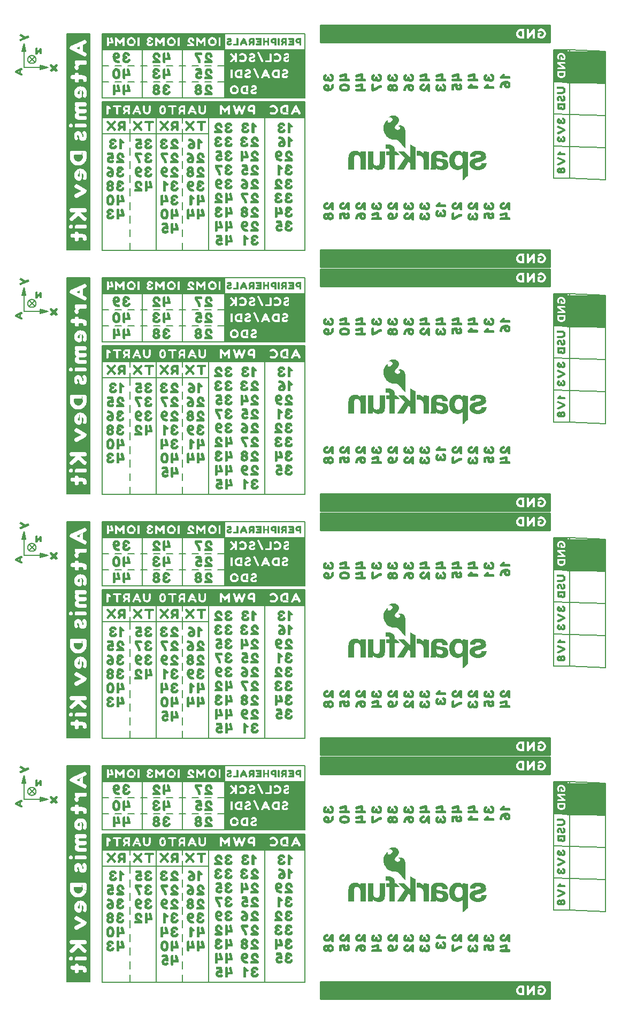
<source format=gbo>
G04 EAGLE Gerber RS-274X export*
G75*
%MOMM*%
%FSLAX34Y34*%
%LPD*%
%INSilkscreen Bottom*%
%IPPOS*%
%AMOC8*
5,1,8,0,0,1.08239X$1,22.5*%
G01*
%ADD10C,0.203200*%
%ADD11R,30.480000X2.540000*%
%ADD12C,0.406400*%
%ADD13R,6.096000X5.080000*%
%ADD14R,0.381000X5.080000*%
%ADD15R,19.367500X0.317500*%
%ADD16R,12.382500X0.635000*%
%ADD17R,12.382500X0.317500*%
%ADD18R,0.317500X7.620000*%
%ADD19R,15.240000X0.317500*%
%ADD20R,1.270000X2.540000*%
%ADD21R,16.827500X0.317500*%
%ADD22R,0.508000X0.508000*%
%ADD23R,2.540000X7.620000*%
%ADD24R,6.350000X2.540000*%

G36*
X130090Y411239D02*
X130090Y411239D01*
X130103Y411241D01*
X130803Y412441D01*
X130800Y412459D01*
X130809Y412465D01*
X130809Y753865D01*
X130798Y753880D01*
X130803Y753890D01*
X130103Y755090D01*
X130067Y755105D01*
X130060Y755115D01*
X94060Y755115D01*
X94048Y755106D01*
X94039Y755110D01*
X92739Y754510D01*
X92719Y754471D01*
X92711Y754465D01*
X92711Y411865D01*
X92737Y411831D01*
X92739Y411821D01*
X94039Y411221D01*
X94054Y411224D01*
X94060Y411216D01*
X130060Y411216D01*
X130090Y411239D01*
G37*
G36*
X130090Y1183425D02*
X130090Y1183425D01*
X130103Y1183426D01*
X130803Y1184626D01*
X130800Y1184644D01*
X130809Y1184651D01*
X130809Y1526051D01*
X130798Y1526065D01*
X130803Y1526076D01*
X130103Y1527276D01*
X130067Y1527290D01*
X130060Y1527300D01*
X94060Y1527300D01*
X94048Y1527291D01*
X94039Y1527296D01*
X92739Y1526696D01*
X92719Y1526657D01*
X92711Y1526651D01*
X92711Y1184051D01*
X92737Y1184016D01*
X92739Y1184006D01*
X94039Y1183406D01*
X94054Y1183409D01*
X94060Y1183402D01*
X130060Y1183402D01*
X130090Y1183425D01*
G37*
G36*
X130090Y797345D02*
X130090Y797345D01*
X130103Y797346D01*
X130803Y798546D01*
X130800Y798564D01*
X130809Y798571D01*
X130809Y1139971D01*
X130798Y1139985D01*
X130803Y1139996D01*
X130103Y1141196D01*
X130067Y1141210D01*
X130060Y1141220D01*
X94060Y1141220D01*
X94048Y1141211D01*
X94039Y1141216D01*
X92739Y1140616D01*
X92719Y1140577D01*
X92711Y1140571D01*
X92711Y797971D01*
X92737Y797936D01*
X92739Y797926D01*
X94039Y797326D01*
X94054Y797329D01*
X94060Y797322D01*
X130060Y797322D01*
X130090Y797345D01*
G37*
G36*
X130090Y25134D02*
X130090Y25134D01*
X130103Y25135D01*
X130803Y26335D01*
X130800Y26353D01*
X130809Y26360D01*
X130809Y367760D01*
X130798Y367775D01*
X130803Y367785D01*
X130103Y368985D01*
X130067Y368999D01*
X130060Y369009D01*
X94060Y369009D01*
X94048Y369000D01*
X94039Y369005D01*
X92739Y368405D01*
X92719Y368366D01*
X92711Y368360D01*
X92711Y25760D01*
X92737Y25725D01*
X92739Y25715D01*
X94039Y25115D01*
X94054Y25119D01*
X94060Y25111D01*
X130060Y25111D01*
X130090Y25134D01*
G37*
G36*
X342361Y345282D02*
X342361Y345282D01*
X342376Y345285D01*
X342976Y345785D01*
X343028Y345879D01*
X343025Y345891D01*
X343029Y345900D01*
X343029Y365200D01*
X343007Y365257D01*
X343004Y365283D01*
X342604Y365883D01*
X342601Y365885D01*
X342600Y365889D01*
X342585Y365897D01*
X342516Y365945D01*
X342494Y365942D01*
X342480Y365949D01*
X337880Y365949D01*
X337857Y365940D01*
X337832Y365941D01*
X337828Y365937D01*
X337802Y365938D01*
X337780Y365949D01*
X273110Y365949D01*
X273098Y365945D01*
X273086Y365947D01*
X273065Y365932D01*
X273063Y365931D01*
X273034Y365937D01*
X273010Y365949D01*
X209610Y365949D01*
X209600Y365945D01*
X209590Y365948D01*
X209568Y365933D01*
X209563Y365931D01*
X209534Y365937D01*
X209510Y365949D01*
X149610Y365949D01*
X149563Y365931D01*
X149536Y365930D01*
X148836Y365530D01*
X148830Y365522D01*
X148821Y365520D01*
X148818Y365513D01*
X148810Y365510D01*
X148793Y365477D01*
X148768Y365446D01*
X148769Y365429D01*
X148761Y365414D01*
X148764Y365406D01*
X148761Y365400D01*
X148761Y346100D01*
X148774Y346065D01*
X148773Y346041D01*
X149073Y345341D01*
X149085Y345328D01*
X149090Y345311D01*
X149114Y345299D01*
X149148Y345264D01*
X149188Y345262D01*
X149210Y345251D01*
X342280Y345251D01*
X342361Y345282D01*
G37*
G36*
X342361Y1503573D02*
X342361Y1503573D01*
X342376Y1503576D01*
X342976Y1504076D01*
X343028Y1504170D01*
X343025Y1504182D01*
X343029Y1504191D01*
X343029Y1523491D01*
X343007Y1523548D01*
X343004Y1523574D01*
X342604Y1524174D01*
X342601Y1524176D01*
X342600Y1524180D01*
X342585Y1524187D01*
X342516Y1524236D01*
X342494Y1524233D01*
X342480Y1524240D01*
X337880Y1524240D01*
X337857Y1524231D01*
X337832Y1524232D01*
X337828Y1524228D01*
X337802Y1524229D01*
X337780Y1524240D01*
X273110Y1524240D01*
X273098Y1524236D01*
X273086Y1524238D01*
X273065Y1524223D01*
X273063Y1524222D01*
X273034Y1524228D01*
X273010Y1524240D01*
X209610Y1524240D01*
X209600Y1524236D01*
X209590Y1524239D01*
X209568Y1524224D01*
X209563Y1524222D01*
X209534Y1524228D01*
X209510Y1524240D01*
X149610Y1524240D01*
X149563Y1524222D01*
X149536Y1524220D01*
X148836Y1523820D01*
X148830Y1523813D01*
X148821Y1523811D01*
X148818Y1523804D01*
X148810Y1523801D01*
X148793Y1523768D01*
X148768Y1523737D01*
X148769Y1523720D01*
X148761Y1523705D01*
X148764Y1523697D01*
X148761Y1523691D01*
X148761Y1504391D01*
X148774Y1504356D01*
X148773Y1504332D01*
X149073Y1503632D01*
X149085Y1503619D01*
X149090Y1503602D01*
X149114Y1503590D01*
X149148Y1503555D01*
X149188Y1503553D01*
X149210Y1503542D01*
X342280Y1503542D01*
X342361Y1503573D01*
G37*
G36*
X342361Y731387D02*
X342361Y731387D01*
X342376Y731391D01*
X342976Y731891D01*
X343028Y731985D01*
X343025Y731997D01*
X343029Y732005D01*
X343029Y751305D01*
X343007Y751362D01*
X343004Y751388D01*
X342604Y751988D01*
X342601Y751990D01*
X342600Y751994D01*
X342585Y752002D01*
X342516Y752050D01*
X342494Y752047D01*
X342480Y752055D01*
X337880Y752055D01*
X337857Y752046D01*
X337832Y752047D01*
X337828Y752042D01*
X337802Y752044D01*
X337780Y752055D01*
X273110Y752055D01*
X273098Y752050D01*
X273086Y752053D01*
X273065Y752037D01*
X273063Y752037D01*
X273034Y752043D01*
X273010Y752055D01*
X209610Y752055D01*
X209600Y752051D01*
X209590Y752053D01*
X209568Y752039D01*
X209563Y752037D01*
X209534Y752043D01*
X209510Y752055D01*
X149610Y752055D01*
X149563Y752036D01*
X149536Y752035D01*
X148836Y751635D01*
X148830Y751628D01*
X148821Y751625D01*
X148818Y751619D01*
X148810Y751616D01*
X148793Y751582D01*
X148768Y751552D01*
X148769Y751535D01*
X148761Y751520D01*
X148764Y751511D01*
X148761Y751505D01*
X148761Y732205D01*
X148774Y732170D01*
X148773Y732147D01*
X149073Y731447D01*
X149085Y731434D01*
X149090Y731417D01*
X149114Y731405D01*
X149148Y731370D01*
X149188Y731367D01*
X149210Y731356D01*
X342280Y731356D01*
X342361Y731387D01*
G37*
G36*
X342361Y1117493D02*
X342361Y1117493D01*
X342376Y1117496D01*
X342976Y1117996D01*
X343028Y1118090D01*
X343025Y1118102D01*
X343029Y1118111D01*
X343029Y1137411D01*
X343007Y1137468D01*
X343004Y1137494D01*
X342604Y1138094D01*
X342601Y1138096D01*
X342600Y1138100D01*
X342585Y1138107D01*
X342516Y1138156D01*
X342494Y1138153D01*
X342480Y1138160D01*
X337880Y1138160D01*
X337857Y1138151D01*
X337832Y1138152D01*
X337828Y1138148D01*
X337802Y1138149D01*
X337780Y1138160D01*
X273110Y1138160D01*
X273098Y1138156D01*
X273086Y1138158D01*
X273065Y1138143D01*
X273063Y1138142D01*
X273034Y1138148D01*
X273010Y1138160D01*
X209610Y1138160D01*
X209600Y1138156D01*
X209590Y1138159D01*
X209568Y1138144D01*
X209563Y1138142D01*
X209534Y1138148D01*
X209510Y1138160D01*
X149610Y1138160D01*
X149563Y1138142D01*
X149536Y1138140D01*
X148836Y1137740D01*
X148830Y1137733D01*
X148821Y1137731D01*
X148818Y1137724D01*
X148810Y1137721D01*
X148793Y1137688D01*
X148768Y1137657D01*
X148769Y1137640D01*
X148761Y1137625D01*
X148764Y1137617D01*
X148761Y1137611D01*
X148761Y1118311D01*
X148774Y1118276D01*
X148773Y1118252D01*
X149073Y1117552D01*
X149085Y1117539D01*
X149090Y1117522D01*
X149114Y1117510D01*
X149148Y1117475D01*
X149188Y1117473D01*
X149210Y1117462D01*
X342280Y1117462D01*
X342361Y1117493D01*
G37*
G36*
X232327Y1009526D02*
X232327Y1009526D01*
X232359Y1009531D01*
X232374Y1009519D01*
X232402Y1009520D01*
X232420Y1009512D01*
X319720Y1009512D01*
X319740Y1009519D01*
X319761Y1009517D01*
X319780Y1009535D01*
X319820Y1009550D01*
X319841Y1009591D01*
X319860Y1009608D01*
X320160Y1010408D01*
X320159Y1010441D01*
X320169Y1010461D01*
X320169Y1029761D01*
X320163Y1029778D01*
X320165Y1029795D01*
X320148Y1029816D01*
X320131Y1029861D01*
X320095Y1029879D01*
X320079Y1029898D01*
X319379Y1030198D01*
X319341Y1030199D01*
X319320Y1030210D01*
X315020Y1030210D01*
X315014Y1030208D01*
X315008Y1030210D01*
X314989Y1030198D01*
X314970Y1030191D01*
X314938Y1030201D01*
X314920Y1030210D01*
X232720Y1030210D01*
X232673Y1030192D01*
X232646Y1030190D01*
X232352Y1030022D01*
X231522Y1030207D01*
X231503Y1030204D01*
X231490Y1030210D01*
X227390Y1030210D01*
X227382Y1030207D01*
X227374Y1030209D01*
X227354Y1030196D01*
X227342Y1030192D01*
X227313Y1030198D01*
X227290Y1030210D01*
X149090Y1030210D01*
X149009Y1030179D01*
X148994Y1030175D01*
X148394Y1029675D01*
X148342Y1029582D01*
X148345Y1029569D01*
X148341Y1029561D01*
X148341Y1010261D01*
X148362Y1010206D01*
X148363Y1010203D01*
X148366Y1010178D01*
X148766Y1009578D01*
X148769Y1009576D01*
X148770Y1009572D01*
X148785Y1009564D01*
X148854Y1009516D01*
X148876Y1009519D01*
X148890Y1009512D01*
X232290Y1009512D01*
X232327Y1009526D01*
G37*
G36*
X232327Y237315D02*
X232327Y237315D01*
X232359Y237320D01*
X232374Y237308D01*
X232402Y237310D01*
X232420Y237301D01*
X319720Y237301D01*
X319740Y237308D01*
X319761Y237307D01*
X319780Y237324D01*
X319820Y237339D01*
X319841Y237380D01*
X319860Y237398D01*
X320160Y238198D01*
X320159Y238231D01*
X320169Y238250D01*
X320169Y257550D01*
X320163Y257567D01*
X320165Y257584D01*
X320148Y257605D01*
X320131Y257650D01*
X320095Y257668D01*
X320079Y257687D01*
X319379Y257987D01*
X319341Y257989D01*
X319320Y257999D01*
X315020Y257999D01*
X315014Y257997D01*
X315008Y257999D01*
X314989Y257987D01*
X314970Y257980D01*
X314938Y257990D01*
X314920Y257999D01*
X232720Y257999D01*
X232673Y257981D01*
X232646Y257980D01*
X232352Y257811D01*
X231522Y257996D01*
X231503Y257993D01*
X231490Y257999D01*
X227390Y257999D01*
X227382Y257996D01*
X227374Y257998D01*
X227354Y257985D01*
X227342Y257981D01*
X227313Y257988D01*
X227290Y257999D01*
X149090Y257999D01*
X149009Y257968D01*
X148994Y257965D01*
X148394Y257465D01*
X148342Y257371D01*
X148345Y257359D01*
X148341Y257350D01*
X148341Y238050D01*
X148362Y237996D01*
X148363Y237992D01*
X148366Y237967D01*
X148766Y237367D01*
X148769Y237365D01*
X148770Y237361D01*
X148785Y237353D01*
X148854Y237305D01*
X148876Y237308D01*
X148890Y237301D01*
X232290Y237301D01*
X232327Y237315D01*
G37*
G36*
X232327Y623420D02*
X232327Y623420D01*
X232359Y623425D01*
X232374Y623414D01*
X232402Y623415D01*
X232420Y623406D01*
X319720Y623406D01*
X319740Y623414D01*
X319761Y623412D01*
X319780Y623429D01*
X319820Y623445D01*
X319841Y623485D01*
X319860Y623503D01*
X320160Y624303D01*
X320159Y624336D01*
X320169Y624355D01*
X320169Y643655D01*
X320163Y643672D01*
X320165Y643690D01*
X320148Y643710D01*
X320131Y643756D01*
X320095Y643774D01*
X320079Y643793D01*
X319379Y644093D01*
X319341Y644094D01*
X319320Y644105D01*
X315020Y644105D01*
X315014Y644102D01*
X315008Y644104D01*
X314989Y644093D01*
X314970Y644086D01*
X314938Y644096D01*
X314920Y644105D01*
X232720Y644105D01*
X232673Y644086D01*
X232646Y644085D01*
X232352Y643917D01*
X231522Y644101D01*
X231503Y644098D01*
X231490Y644105D01*
X227390Y644105D01*
X227382Y644102D01*
X227374Y644104D01*
X227354Y644091D01*
X227342Y644086D01*
X227313Y644093D01*
X227290Y644105D01*
X149090Y644105D01*
X149009Y644074D01*
X148994Y644070D01*
X148394Y643570D01*
X148342Y643476D01*
X148345Y643464D01*
X148341Y643455D01*
X148341Y624155D01*
X148362Y624101D01*
X148363Y624097D01*
X148366Y624073D01*
X148766Y623473D01*
X148769Y623470D01*
X148770Y623467D01*
X148785Y623459D01*
X148854Y623411D01*
X148876Y623413D01*
X148890Y623406D01*
X232290Y623406D01*
X232327Y623420D01*
G37*
G36*
X232327Y1395606D02*
X232327Y1395606D01*
X232359Y1395611D01*
X232374Y1395599D01*
X232402Y1395600D01*
X232420Y1395592D01*
X319720Y1395592D01*
X319740Y1395599D01*
X319761Y1395597D01*
X319780Y1395615D01*
X319820Y1395630D01*
X319841Y1395671D01*
X319860Y1395688D01*
X320160Y1396488D01*
X320159Y1396521D01*
X320169Y1396541D01*
X320169Y1415841D01*
X320163Y1415858D01*
X320165Y1415875D01*
X320148Y1415896D01*
X320131Y1415941D01*
X320095Y1415959D01*
X320079Y1415978D01*
X319379Y1416278D01*
X319341Y1416279D01*
X319320Y1416290D01*
X315020Y1416290D01*
X315014Y1416288D01*
X315008Y1416290D01*
X314989Y1416278D01*
X314970Y1416271D01*
X314938Y1416281D01*
X314920Y1416290D01*
X232720Y1416290D01*
X232673Y1416272D01*
X232646Y1416270D01*
X232352Y1416102D01*
X231522Y1416287D01*
X231503Y1416284D01*
X231490Y1416290D01*
X227390Y1416290D01*
X227382Y1416287D01*
X227374Y1416289D01*
X227354Y1416276D01*
X227342Y1416272D01*
X227313Y1416278D01*
X227290Y1416290D01*
X149090Y1416290D01*
X149009Y1416259D01*
X148994Y1416255D01*
X148394Y1415755D01*
X148342Y1415662D01*
X148345Y1415649D01*
X148341Y1415641D01*
X148341Y1396341D01*
X148362Y1396286D01*
X148363Y1396283D01*
X148366Y1396258D01*
X148766Y1395658D01*
X148769Y1395656D01*
X148770Y1395652D01*
X148785Y1395644D01*
X148854Y1395596D01*
X148876Y1395599D01*
X148890Y1395592D01*
X232290Y1395592D01*
X232327Y1395606D01*
G37*
G36*
X451307Y1478247D02*
X451307Y1478247D01*
X451312Y1478243D01*
X452112Y1478443D01*
X452149Y1478489D01*
X452148Y1478490D01*
X452149Y1478491D01*
X452149Y1497791D01*
X452144Y1497797D01*
X452148Y1497802D01*
X451948Y1498702D01*
X451903Y1498740D01*
X451901Y1498738D01*
X451900Y1498740D01*
X447100Y1498740D01*
X447071Y1498718D01*
X447059Y1498717D01*
X447040Y1498688D01*
X447036Y1498724D01*
X447014Y1498722D01*
X447000Y1498740D01*
X345500Y1498740D01*
X345497Y1498738D01*
X345495Y1498740D01*
X344495Y1498640D01*
X344452Y1498599D01*
X344454Y1498596D01*
X344453Y1498595D01*
X344454Y1498593D01*
X344451Y1498591D01*
X344451Y1479291D01*
X344453Y1479288D01*
X344451Y1479286D01*
X344551Y1478286D01*
X344591Y1478242D01*
X344596Y1478247D01*
X344600Y1478242D01*
X451300Y1478242D01*
X451307Y1478247D01*
G37*
G36*
X451307Y319956D02*
X451307Y319956D01*
X451312Y319952D01*
X452112Y320152D01*
X452149Y320199D01*
X452148Y320199D01*
X452149Y320200D01*
X452149Y339500D01*
X452144Y339506D01*
X452148Y339511D01*
X451948Y340411D01*
X451903Y340449D01*
X451901Y340448D01*
X451900Y340449D01*
X447100Y340449D01*
X447071Y340428D01*
X447059Y340427D01*
X447040Y340397D01*
X447036Y340434D01*
X447014Y340431D01*
X447000Y340449D01*
X345500Y340449D01*
X345497Y340447D01*
X345495Y340449D01*
X344495Y340349D01*
X344452Y340309D01*
X344454Y340306D01*
X344453Y340304D01*
X344454Y340302D01*
X344451Y340300D01*
X344451Y321000D01*
X344453Y320997D01*
X344451Y320995D01*
X344551Y319995D01*
X344591Y319952D01*
X344596Y319956D01*
X344600Y319951D01*
X451300Y319951D01*
X451307Y319956D01*
G37*
G36*
X451307Y1092167D02*
X451307Y1092167D01*
X451312Y1092163D01*
X452112Y1092363D01*
X452149Y1092409D01*
X452148Y1092410D01*
X452149Y1092411D01*
X452149Y1111711D01*
X452144Y1111717D01*
X452148Y1111722D01*
X451948Y1112622D01*
X451903Y1112660D01*
X451901Y1112658D01*
X451900Y1112660D01*
X447100Y1112660D01*
X447071Y1112638D01*
X447059Y1112637D01*
X447040Y1112608D01*
X447036Y1112644D01*
X447014Y1112642D01*
X447000Y1112660D01*
X345500Y1112660D01*
X345497Y1112658D01*
X345495Y1112660D01*
X344495Y1112560D01*
X344452Y1112519D01*
X344454Y1112516D01*
X344453Y1112515D01*
X344454Y1112513D01*
X344451Y1112511D01*
X344451Y1093211D01*
X344453Y1093208D01*
X344451Y1093206D01*
X344551Y1092206D01*
X344591Y1092162D01*
X344596Y1092167D01*
X344600Y1092162D01*
X451300Y1092162D01*
X451307Y1092167D01*
G37*
G36*
X451307Y706062D02*
X451307Y706062D01*
X451312Y706058D01*
X452112Y706258D01*
X452149Y706304D01*
X452148Y706305D01*
X452149Y706305D01*
X452149Y725605D01*
X452144Y725612D01*
X452148Y725616D01*
X451948Y726516D01*
X451903Y726555D01*
X451901Y726553D01*
X451900Y726555D01*
X447100Y726555D01*
X447071Y726533D01*
X447059Y726532D01*
X447040Y726503D01*
X447036Y726539D01*
X447014Y726537D01*
X447000Y726555D01*
X345500Y726555D01*
X345497Y726552D01*
X345495Y726554D01*
X344495Y726454D01*
X344452Y726414D01*
X344454Y726411D01*
X344453Y726410D01*
X344454Y726408D01*
X344451Y726405D01*
X344451Y707105D01*
X344453Y707102D01*
X344451Y707101D01*
X344551Y706101D01*
X344591Y706057D01*
X344596Y706061D01*
X344600Y706056D01*
X451300Y706056D01*
X451307Y706062D01*
G37*
G36*
X449081Y680672D02*
X449081Y680672D01*
X449095Y680671D01*
X449595Y681171D01*
X449596Y681182D01*
X449600Y681185D01*
X449597Y681188D01*
X449599Y681197D01*
X449609Y681205D01*
X449609Y700505D01*
X449595Y700524D01*
X449598Y700537D01*
X449098Y701137D01*
X449069Y701144D01*
X449068Y701144D01*
X449060Y701155D01*
X444560Y701155D01*
X444537Y701137D01*
X444523Y701138D01*
X444500Y701111D01*
X444501Y701133D01*
X444475Y701134D01*
X444460Y701155D01*
X345960Y701155D01*
X345950Y701147D01*
X345943Y701152D01*
X345143Y700852D01*
X345123Y700821D01*
X345113Y700813D01*
X345115Y700809D01*
X345111Y700805D01*
X345111Y681505D01*
X345116Y681498D01*
X345112Y681493D01*
X345312Y680693D01*
X345359Y680656D01*
X345359Y680657D01*
X345360Y680656D01*
X449060Y680656D01*
X449081Y680672D01*
G37*
G36*
X449081Y1452858D02*
X449081Y1452858D01*
X449095Y1452856D01*
X449595Y1453356D01*
X449596Y1453367D01*
X449600Y1453370D01*
X449597Y1453374D01*
X449599Y1453383D01*
X449609Y1453391D01*
X449609Y1472691D01*
X449595Y1472710D01*
X449598Y1472722D01*
X449098Y1473322D01*
X449069Y1473329D01*
X449069Y1473330D01*
X449068Y1473330D01*
X449060Y1473340D01*
X444560Y1473340D01*
X444537Y1473322D01*
X444523Y1473323D01*
X444500Y1473297D01*
X444501Y1473318D01*
X444475Y1473320D01*
X444460Y1473340D01*
X345960Y1473340D01*
X345950Y1473332D01*
X345943Y1473337D01*
X345143Y1473037D01*
X345123Y1473006D01*
X345113Y1472998D01*
X345115Y1472994D01*
X345111Y1472991D01*
X345111Y1453691D01*
X345116Y1453684D01*
X345112Y1453679D01*
X345312Y1452879D01*
X345359Y1452842D01*
X345360Y1452842D01*
X449060Y1452842D01*
X449081Y1452858D01*
G37*
G36*
X449081Y294567D02*
X449081Y294567D01*
X449095Y294565D01*
X449595Y295065D01*
X449596Y295077D01*
X449600Y295079D01*
X449597Y295083D01*
X449599Y295092D01*
X449609Y295100D01*
X449609Y314400D01*
X449595Y314419D01*
X449598Y314432D01*
X449098Y315032D01*
X449069Y315038D01*
X449069Y315039D01*
X449068Y315039D01*
X449060Y315049D01*
X444560Y315049D01*
X444537Y315031D01*
X444523Y315032D01*
X444500Y315006D01*
X444501Y315028D01*
X444475Y315029D01*
X444460Y315049D01*
X345960Y315049D01*
X345950Y315042D01*
X345943Y315046D01*
X345143Y314746D01*
X345123Y314715D01*
X345113Y314707D01*
X345115Y314704D01*
X345111Y314700D01*
X345111Y295400D01*
X345116Y295393D01*
X345112Y295388D01*
X345312Y294588D01*
X345359Y294551D01*
X345359Y294552D01*
X345360Y294551D01*
X449060Y294551D01*
X449081Y294567D01*
G37*
G36*
X449081Y1066778D02*
X449081Y1066778D01*
X449095Y1066776D01*
X449595Y1067276D01*
X449596Y1067287D01*
X449600Y1067290D01*
X449597Y1067294D01*
X449599Y1067303D01*
X449609Y1067311D01*
X449609Y1086611D01*
X449595Y1086630D01*
X449598Y1086642D01*
X449098Y1087242D01*
X449069Y1087249D01*
X449069Y1087250D01*
X449068Y1087250D01*
X449060Y1087260D01*
X444560Y1087260D01*
X444537Y1087242D01*
X444523Y1087243D01*
X444500Y1087217D01*
X444501Y1087238D01*
X444475Y1087240D01*
X444460Y1087260D01*
X345960Y1087260D01*
X345950Y1087252D01*
X345943Y1087257D01*
X345143Y1086957D01*
X345123Y1086926D01*
X345113Y1086918D01*
X345115Y1086914D01*
X345111Y1086911D01*
X345111Y1067611D01*
X345116Y1067604D01*
X345112Y1067599D01*
X345312Y1066799D01*
X345359Y1066762D01*
X345360Y1066762D01*
X449060Y1066762D01*
X449081Y1066778D01*
G37*
G36*
X397662Y622621D02*
X397662Y622621D01*
X397702Y622627D01*
X397709Y622638D01*
X397725Y622645D01*
X397773Y622740D01*
X397774Y622741D01*
X397788Y622890D01*
X397803Y623039D01*
X397818Y623189D01*
X397833Y623338D01*
X397863Y623636D01*
X397874Y623741D01*
X397871Y623749D01*
X397874Y623755D01*
X397874Y644755D01*
X397857Y644799D01*
X397845Y644844D01*
X397839Y644847D01*
X397836Y644856D01*
X397740Y644904D01*
X397731Y644902D01*
X397725Y644905D01*
X328325Y644905D01*
X328244Y644874D01*
X328229Y644870D01*
X327629Y644370D01*
X327577Y644276D01*
X327579Y644268D01*
X327576Y644262D01*
X327577Y644259D01*
X327576Y644255D01*
X327576Y623355D01*
X327599Y623296D01*
X327608Y623264D01*
X327610Y623262D01*
X327610Y623260D01*
X328110Y622660D01*
X328204Y622608D01*
X328216Y622610D01*
X328225Y622606D01*
X397625Y622606D01*
X397662Y622621D01*
G37*
G36*
X397662Y236515D02*
X397662Y236515D01*
X397702Y236522D01*
X397709Y236533D01*
X397725Y236539D01*
X397773Y236635D01*
X397774Y236635D01*
X397788Y236785D01*
X397803Y236934D01*
X397818Y237083D01*
X397833Y237232D01*
X397863Y237531D01*
X397874Y237635D01*
X397871Y237644D01*
X397874Y237650D01*
X397874Y258650D01*
X397857Y258694D01*
X397845Y258739D01*
X397839Y258742D01*
X397836Y258750D01*
X397740Y258799D01*
X397731Y258796D01*
X397725Y258799D01*
X328325Y258799D01*
X328244Y258768D01*
X328229Y258765D01*
X327629Y258265D01*
X327577Y258171D01*
X327579Y258162D01*
X327576Y258157D01*
X327577Y258153D01*
X327576Y258150D01*
X327576Y237250D01*
X327599Y237191D01*
X327608Y237158D01*
X327610Y237157D01*
X327610Y237154D01*
X328110Y236554D01*
X328204Y236502D01*
X328216Y236505D01*
X328225Y236501D01*
X397625Y236501D01*
X397662Y236515D01*
G37*
G36*
X397662Y1394806D02*
X397662Y1394806D01*
X397702Y1394813D01*
X397709Y1394824D01*
X397725Y1394830D01*
X397773Y1394925D01*
X397774Y1394926D01*
X397788Y1395075D01*
X397788Y1395076D01*
X397803Y1395225D01*
X397818Y1395374D01*
X397833Y1395523D01*
X397863Y1395822D01*
X397874Y1395926D01*
X397871Y1395935D01*
X397874Y1395941D01*
X397874Y1416941D01*
X397857Y1416985D01*
X397845Y1417030D01*
X397839Y1417033D01*
X397836Y1417041D01*
X397740Y1417089D01*
X397731Y1417087D01*
X397725Y1417090D01*
X328325Y1417090D01*
X328244Y1417059D01*
X328229Y1417055D01*
X327629Y1416555D01*
X327577Y1416462D01*
X327579Y1416453D01*
X327576Y1416447D01*
X327577Y1416444D01*
X327576Y1416441D01*
X327576Y1395541D01*
X327599Y1395482D01*
X327608Y1395449D01*
X327610Y1395448D01*
X327610Y1395445D01*
X328110Y1394845D01*
X328204Y1394793D01*
X328216Y1394796D01*
X328225Y1394792D01*
X397625Y1394792D01*
X397662Y1394806D01*
G37*
G36*
X397662Y1008726D02*
X397662Y1008726D01*
X397702Y1008733D01*
X397709Y1008744D01*
X397725Y1008750D01*
X397773Y1008845D01*
X397774Y1008846D01*
X397788Y1008995D01*
X397788Y1008996D01*
X397803Y1009145D01*
X397818Y1009294D01*
X397833Y1009443D01*
X397863Y1009742D01*
X397874Y1009846D01*
X397871Y1009855D01*
X397874Y1009861D01*
X397874Y1030861D01*
X397857Y1030905D01*
X397845Y1030950D01*
X397839Y1030953D01*
X397836Y1030961D01*
X397740Y1031009D01*
X397731Y1031007D01*
X397725Y1031010D01*
X328325Y1031010D01*
X328244Y1030979D01*
X328229Y1030975D01*
X327629Y1030475D01*
X327577Y1030382D01*
X327579Y1030373D01*
X327576Y1030367D01*
X327577Y1030364D01*
X327576Y1030361D01*
X327576Y1009461D01*
X327599Y1009402D01*
X327608Y1009369D01*
X327610Y1009368D01*
X327610Y1009365D01*
X328110Y1008765D01*
X328204Y1008713D01*
X328216Y1008716D01*
X328225Y1008712D01*
X397625Y1008712D01*
X397662Y1008726D01*
G37*
G36*
X468598Y1394799D02*
X468598Y1394799D01*
X468612Y1394795D01*
X469512Y1394995D01*
X469539Y1395013D01*
X469569Y1395021D01*
X469578Y1395039D01*
X469602Y1395055D01*
X469618Y1395118D01*
X469629Y1395141D01*
X469629Y1416041D01*
X469622Y1416059D01*
X469626Y1416073D01*
X469426Y1416973D01*
X469408Y1416999D01*
X469400Y1417030D01*
X469382Y1417039D01*
X469366Y1417063D01*
X469302Y1417079D01*
X469280Y1417090D01*
X406780Y1417090D01*
X406779Y1417090D01*
X406777Y1417090D01*
X406770Y1417086D01*
X406680Y1417051D01*
X406671Y1417034D01*
X406659Y1417028D01*
X406159Y1416328D01*
X406142Y1416263D01*
X406131Y1416241D01*
X406131Y1395341D01*
X406134Y1395332D01*
X406132Y1395323D01*
X406146Y1395302D01*
X406169Y1395241D01*
X406195Y1395228D01*
X406206Y1395211D01*
X406906Y1394811D01*
X406956Y1394804D01*
X406980Y1394792D01*
X468580Y1394792D01*
X468598Y1394799D01*
G37*
G36*
X468598Y1008719D02*
X468598Y1008719D01*
X468612Y1008715D01*
X469512Y1008915D01*
X469539Y1008933D01*
X469569Y1008941D01*
X469578Y1008959D01*
X469602Y1008975D01*
X469618Y1009038D01*
X469629Y1009061D01*
X469629Y1029961D01*
X469622Y1029979D01*
X469626Y1029993D01*
X469426Y1030893D01*
X469408Y1030919D01*
X469400Y1030950D01*
X469382Y1030959D01*
X469366Y1030983D01*
X469302Y1030999D01*
X469280Y1031010D01*
X406780Y1031010D01*
X406779Y1031010D01*
X406777Y1031010D01*
X406770Y1031006D01*
X406680Y1030971D01*
X406671Y1030954D01*
X406659Y1030948D01*
X406159Y1030248D01*
X406142Y1030183D01*
X406131Y1030161D01*
X406131Y1009261D01*
X406134Y1009252D01*
X406132Y1009243D01*
X406146Y1009222D01*
X406169Y1009161D01*
X406195Y1009148D01*
X406206Y1009131D01*
X406906Y1008731D01*
X406956Y1008724D01*
X406980Y1008712D01*
X468580Y1008712D01*
X468598Y1008719D01*
G37*
G36*
X468598Y236508D02*
X468598Y236508D01*
X468612Y236504D01*
X469512Y236704D01*
X469539Y236722D01*
X469569Y236730D01*
X469578Y236748D01*
X469602Y236764D01*
X469618Y236828D01*
X469629Y236850D01*
X469629Y257750D01*
X469622Y257768D01*
X469626Y257782D01*
X469426Y258682D01*
X469408Y258709D01*
X469400Y258739D01*
X469382Y258748D01*
X469366Y258772D01*
X469302Y258788D01*
X469280Y258799D01*
X406780Y258799D01*
X406779Y258799D01*
X406777Y258799D01*
X406770Y258796D01*
X406680Y258761D01*
X406671Y258743D01*
X406659Y258737D01*
X406159Y258037D01*
X406142Y257972D01*
X406131Y257950D01*
X406131Y237050D01*
X406134Y237041D01*
X406132Y237032D01*
X406146Y237011D01*
X406169Y236950D01*
X406195Y236937D01*
X406206Y236920D01*
X406906Y236520D01*
X406956Y236513D01*
X406980Y236501D01*
X468580Y236501D01*
X468598Y236508D01*
G37*
G36*
X468598Y622613D02*
X468598Y622613D01*
X468612Y622610D01*
X469512Y622810D01*
X469539Y622827D01*
X469569Y622836D01*
X469578Y622853D01*
X469602Y622869D01*
X469618Y622933D01*
X469629Y622955D01*
X469629Y643855D01*
X469622Y643874D01*
X469626Y643888D01*
X469426Y644788D01*
X469408Y644814D01*
X469400Y644844D01*
X469382Y644853D01*
X469366Y644877D01*
X469302Y644893D01*
X469280Y644905D01*
X406780Y644905D01*
X406779Y644904D01*
X406777Y644905D01*
X406770Y644901D01*
X406680Y644866D01*
X406671Y644849D01*
X406659Y644842D01*
X406159Y644142D01*
X406142Y644078D01*
X406131Y644055D01*
X406131Y623155D01*
X406134Y623147D01*
X406132Y623138D01*
X406146Y623117D01*
X406169Y623055D01*
X406195Y623042D01*
X406206Y623026D01*
X406906Y622626D01*
X406956Y622618D01*
X406980Y622606D01*
X468580Y622606D01*
X468598Y622613D01*
G37*
G36*
X857108Y1159845D02*
X857108Y1159845D01*
X857115Y1159842D01*
X858115Y1159942D01*
X858150Y1159960D01*
X858189Y1159971D01*
X858195Y1159983D01*
X858211Y1159991D01*
X858249Y1160090D01*
X858249Y1160091D01*
X858249Y1181991D01*
X858232Y1182035D01*
X858220Y1182080D01*
X858214Y1182083D01*
X858211Y1182091D01*
X858115Y1182139D01*
X858106Y1182137D01*
X858100Y1182140D01*
X796600Y1182140D01*
X796556Y1182123D01*
X796511Y1182111D01*
X796508Y1182105D01*
X796500Y1182101D01*
X796451Y1182005D01*
X796454Y1181997D01*
X796451Y1181991D01*
X796451Y1159991D01*
X796468Y1159947D01*
X796480Y1159902D01*
X796486Y1159899D01*
X796489Y1159891D01*
X796585Y1159842D01*
X796594Y1159845D01*
X796600Y1159842D01*
X857100Y1159842D01*
X857108Y1159845D01*
G37*
G36*
X857108Y357154D02*
X857108Y357154D01*
X857115Y357152D01*
X858115Y357252D01*
X858150Y357269D01*
X858189Y357280D01*
X858195Y357292D01*
X858211Y357300D01*
X858249Y357399D01*
X858249Y357400D01*
X858249Y379300D01*
X858232Y379344D01*
X858220Y379389D01*
X858214Y379392D01*
X858211Y379400D01*
X858115Y379449D01*
X858106Y379446D01*
X858100Y379449D01*
X796600Y379449D01*
X796556Y379432D01*
X796511Y379420D01*
X796508Y379414D01*
X796500Y379411D01*
X796451Y379315D01*
X796454Y379306D01*
X796451Y379300D01*
X796451Y357300D01*
X796468Y357256D01*
X796480Y357211D01*
X796486Y357208D01*
X796489Y357200D01*
X796585Y357151D01*
X796594Y357154D01*
X796600Y357151D01*
X857100Y357151D01*
X857108Y357154D01*
G37*
G36*
X857108Y1554D02*
X857108Y1554D01*
X857115Y1552D01*
X858115Y1652D01*
X858150Y1669D01*
X858189Y1680D01*
X858195Y1692D01*
X858211Y1700D01*
X858249Y1799D01*
X858249Y1800D01*
X858249Y23700D01*
X858232Y23744D01*
X858220Y23789D01*
X858214Y23792D01*
X858211Y23800D01*
X858115Y23849D01*
X858106Y23846D01*
X858100Y23849D01*
X796600Y23849D01*
X796556Y23832D01*
X796511Y23820D01*
X796508Y23814D01*
X796500Y23811D01*
X796451Y23715D01*
X796454Y23706D01*
X796451Y23700D01*
X796451Y1700D01*
X796468Y1656D01*
X796480Y1611D01*
X796486Y1608D01*
X796489Y1600D01*
X796585Y1551D01*
X796594Y1554D01*
X796600Y1551D01*
X857100Y1551D01*
X857108Y1554D01*
G37*
G36*
X857108Y1129365D02*
X857108Y1129365D01*
X857115Y1129362D01*
X858115Y1129462D01*
X858150Y1129480D01*
X858189Y1129491D01*
X858195Y1129503D01*
X858211Y1129511D01*
X858249Y1129610D01*
X858249Y1129611D01*
X858249Y1151511D01*
X858232Y1151555D01*
X858220Y1151600D01*
X858214Y1151603D01*
X858211Y1151611D01*
X858115Y1151659D01*
X858106Y1151657D01*
X858100Y1151660D01*
X796600Y1151660D01*
X796556Y1151643D01*
X796511Y1151631D01*
X796508Y1151625D01*
X796500Y1151621D01*
X796451Y1151525D01*
X796454Y1151517D01*
X796451Y1151511D01*
X796451Y1129511D01*
X796468Y1129467D01*
X796480Y1129422D01*
X796486Y1129419D01*
X796489Y1129411D01*
X796585Y1129362D01*
X796594Y1129365D01*
X796600Y1129362D01*
X857100Y1129362D01*
X857108Y1129365D01*
G37*
G36*
X857108Y387659D02*
X857108Y387659D01*
X857115Y387657D01*
X858115Y387757D01*
X858150Y387775D01*
X858189Y387786D01*
X858195Y387797D01*
X858211Y387805D01*
X858249Y387905D01*
X858249Y409805D01*
X858232Y409849D01*
X858220Y409894D01*
X858214Y409897D01*
X858211Y409906D01*
X858115Y409954D01*
X858106Y409952D01*
X858100Y409955D01*
X796600Y409955D01*
X796556Y409938D01*
X796511Y409925D01*
X796508Y409919D01*
X796500Y409916D01*
X796451Y409820D01*
X796454Y409812D01*
X796451Y409805D01*
X796451Y387805D01*
X796468Y387762D01*
X796480Y387717D01*
X796486Y387713D01*
X796489Y387705D01*
X796585Y387657D01*
X796594Y387659D01*
X796600Y387656D01*
X857100Y387656D01*
X857108Y387659D01*
G37*
G36*
X857108Y1515445D02*
X857108Y1515445D01*
X857115Y1515442D01*
X858115Y1515542D01*
X858150Y1515560D01*
X858189Y1515571D01*
X858195Y1515583D01*
X858211Y1515591D01*
X858249Y1515690D01*
X858249Y1515691D01*
X858249Y1537591D01*
X858232Y1537635D01*
X858220Y1537680D01*
X858214Y1537683D01*
X858211Y1537691D01*
X858115Y1537739D01*
X858106Y1537737D01*
X858100Y1537740D01*
X796600Y1537740D01*
X796556Y1537723D01*
X796511Y1537711D01*
X796508Y1537705D01*
X796500Y1537701D01*
X796451Y1537605D01*
X796454Y1537597D01*
X796451Y1537591D01*
X796451Y1515591D01*
X796468Y1515547D01*
X796480Y1515502D01*
X796486Y1515499D01*
X796489Y1515491D01*
X796585Y1515442D01*
X796594Y1515445D01*
X796600Y1515442D01*
X857100Y1515442D01*
X857108Y1515445D01*
G37*
G36*
X857108Y773765D02*
X857108Y773765D01*
X857115Y773762D01*
X858115Y773862D01*
X858150Y773880D01*
X858189Y773891D01*
X858195Y773903D01*
X858211Y773911D01*
X858249Y774010D01*
X858249Y774011D01*
X858249Y795911D01*
X858232Y795955D01*
X858220Y796000D01*
X858214Y796003D01*
X858211Y796011D01*
X858115Y796059D01*
X858106Y796057D01*
X858100Y796060D01*
X796600Y796060D01*
X796556Y796043D01*
X796511Y796031D01*
X796508Y796025D01*
X796500Y796021D01*
X796451Y795925D01*
X796454Y795917D01*
X796451Y795911D01*
X796451Y773911D01*
X796468Y773867D01*
X796480Y773822D01*
X796486Y773819D01*
X796489Y773811D01*
X796585Y773762D01*
X796594Y773765D01*
X796600Y773762D01*
X857100Y773762D01*
X857108Y773765D01*
G37*
G36*
X857108Y743259D02*
X857108Y743259D01*
X857115Y743257D01*
X858115Y743357D01*
X858150Y743375D01*
X858189Y743386D01*
X858195Y743397D01*
X858211Y743405D01*
X858249Y743505D01*
X858249Y765405D01*
X858232Y765449D01*
X858220Y765494D01*
X858214Y765497D01*
X858211Y765506D01*
X858115Y765554D01*
X858106Y765552D01*
X858100Y765555D01*
X796600Y765555D01*
X796556Y765538D01*
X796511Y765525D01*
X796508Y765519D01*
X796500Y765516D01*
X796451Y765420D01*
X796454Y765412D01*
X796451Y765405D01*
X796451Y743405D01*
X796468Y743362D01*
X796480Y743317D01*
X796486Y743313D01*
X796489Y743305D01*
X796585Y743257D01*
X796594Y743259D01*
X796600Y743256D01*
X857100Y743256D01*
X857108Y743259D01*
G37*
G36*
X399551Y1041378D02*
X399551Y1041378D01*
X399565Y1041376D01*
X400065Y1041876D01*
X400066Y1041887D01*
X400070Y1041890D01*
X400067Y1041894D01*
X400069Y1041903D01*
X400079Y1041911D01*
X400079Y1061311D01*
X400063Y1061332D01*
X400065Y1061346D01*
X399565Y1061846D01*
X399541Y1061849D01*
X399541Y1061850D01*
X399538Y1061850D01*
X399530Y1061860D01*
X395030Y1061860D01*
X395006Y1061842D01*
X394992Y1061843D01*
X394970Y1061816D01*
X394971Y1061838D01*
X394945Y1061840D01*
X394930Y1061860D01*
X344130Y1061860D01*
X344090Y1061830D01*
X344084Y1061828D01*
X343784Y1061028D01*
X343784Y1061027D01*
X343783Y1061026D01*
X343786Y1061022D01*
X343788Y1061016D01*
X343781Y1061011D01*
X343781Y1041711D01*
X343811Y1041671D01*
X343813Y1041665D01*
X344613Y1041365D01*
X344625Y1041368D01*
X344630Y1041362D01*
X399530Y1041362D01*
X399551Y1041378D01*
G37*
G36*
X399551Y1427458D02*
X399551Y1427458D01*
X399565Y1427456D01*
X400065Y1427956D01*
X400066Y1427967D01*
X400070Y1427970D01*
X400067Y1427974D01*
X400069Y1427983D01*
X400079Y1427991D01*
X400079Y1447391D01*
X400063Y1447412D01*
X400065Y1447426D01*
X399565Y1447926D01*
X399541Y1447929D01*
X399541Y1447930D01*
X399538Y1447930D01*
X399530Y1447940D01*
X395030Y1447940D01*
X395006Y1447922D01*
X394992Y1447923D01*
X394970Y1447896D01*
X394971Y1447918D01*
X394945Y1447920D01*
X394930Y1447940D01*
X344130Y1447940D01*
X344090Y1447910D01*
X344084Y1447908D01*
X343784Y1447108D01*
X343784Y1447107D01*
X343783Y1447106D01*
X343786Y1447102D01*
X343788Y1447096D01*
X343781Y1447091D01*
X343781Y1427791D01*
X343811Y1427751D01*
X343813Y1427745D01*
X344613Y1427445D01*
X344625Y1427448D01*
X344630Y1427442D01*
X399530Y1427442D01*
X399551Y1427458D01*
G37*
G36*
X399551Y269167D02*
X399551Y269167D01*
X399565Y269165D01*
X400065Y269665D01*
X400066Y269677D01*
X400070Y269679D01*
X400067Y269683D01*
X400069Y269692D01*
X400079Y269700D01*
X400079Y289100D01*
X400063Y289121D01*
X400065Y289135D01*
X399565Y289635D01*
X399541Y289638D01*
X399541Y289639D01*
X399538Y289639D01*
X399530Y289649D01*
X395030Y289649D01*
X395006Y289631D01*
X394992Y289632D01*
X394970Y289605D01*
X394971Y289628D01*
X394945Y289629D01*
X394930Y289649D01*
X344130Y289649D01*
X344090Y289619D01*
X344084Y289617D01*
X343784Y288817D01*
X343784Y288816D01*
X343783Y288815D01*
X343786Y288812D01*
X343788Y288805D01*
X343781Y288800D01*
X343781Y269500D01*
X343811Y269460D01*
X343813Y269454D01*
X344613Y269154D01*
X344625Y269158D01*
X344630Y269151D01*
X399530Y269151D01*
X399551Y269167D01*
G37*
G36*
X399551Y655272D02*
X399551Y655272D01*
X399565Y655271D01*
X400065Y655771D01*
X400066Y655782D01*
X400070Y655785D01*
X400067Y655788D01*
X400069Y655797D01*
X400079Y655805D01*
X400079Y675205D01*
X400063Y675227D01*
X400065Y675240D01*
X399565Y675740D01*
X399541Y675744D01*
X399538Y675744D01*
X399530Y675755D01*
X395030Y675755D01*
X395006Y675737D01*
X394992Y675737D01*
X394970Y675710D01*
X394971Y675733D01*
X394945Y675734D01*
X394930Y675755D01*
X344130Y675755D01*
X344090Y675725D01*
X344084Y675723D01*
X343784Y674923D01*
X343784Y674921D01*
X343783Y674920D01*
X343786Y674917D01*
X343788Y674911D01*
X343781Y674905D01*
X343781Y655605D01*
X343811Y655566D01*
X343813Y655559D01*
X344613Y655259D01*
X344625Y655263D01*
X344630Y655256D01*
X399530Y655256D01*
X399551Y655272D01*
G37*
G36*
X885644Y291148D02*
X885644Y291148D01*
X885689Y291160D01*
X885692Y291166D01*
X885700Y291169D01*
X885749Y291265D01*
X885746Y291274D01*
X885749Y291280D01*
X885749Y343280D01*
X885732Y343324D01*
X885720Y343369D01*
X885714Y343372D01*
X885711Y343380D01*
X885615Y343429D01*
X885606Y343426D01*
X885600Y343429D01*
X867000Y343429D01*
X866956Y343412D01*
X866911Y343400D01*
X866908Y343394D01*
X866900Y343391D01*
X866851Y343295D01*
X866854Y343286D01*
X866851Y343280D01*
X866851Y338680D01*
X866852Y338678D01*
X866851Y338676D01*
X866856Y338666D01*
X866870Y338630D01*
X866857Y338592D01*
X866851Y338580D01*
X866851Y291280D01*
X866868Y291236D01*
X866880Y291191D01*
X866886Y291188D01*
X866889Y291180D01*
X866985Y291131D01*
X866994Y291134D01*
X867000Y291131D01*
X885600Y291131D01*
X885644Y291148D01*
G37*
G36*
X885644Y1063358D02*
X885644Y1063358D01*
X885689Y1063371D01*
X885692Y1063377D01*
X885700Y1063380D01*
X885749Y1063476D01*
X885746Y1063485D01*
X885749Y1063491D01*
X885749Y1115491D01*
X885732Y1115535D01*
X885720Y1115580D01*
X885714Y1115583D01*
X885711Y1115591D01*
X885615Y1115639D01*
X885606Y1115637D01*
X885600Y1115640D01*
X867000Y1115640D01*
X866956Y1115623D01*
X866911Y1115611D01*
X866908Y1115605D01*
X866900Y1115601D01*
X866851Y1115505D01*
X866854Y1115497D01*
X866851Y1115491D01*
X866851Y1110891D01*
X866852Y1110889D01*
X866851Y1110887D01*
X866856Y1110877D01*
X866870Y1110841D01*
X866857Y1110802D01*
X866851Y1110791D01*
X866851Y1063491D01*
X866868Y1063447D01*
X866880Y1063402D01*
X866886Y1063399D01*
X866889Y1063391D01*
X866985Y1063342D01*
X866994Y1063345D01*
X867000Y1063342D01*
X885600Y1063342D01*
X885644Y1063358D01*
G37*
G36*
X885644Y677253D02*
X885644Y677253D01*
X885689Y677266D01*
X885692Y677272D01*
X885700Y677275D01*
X885749Y677371D01*
X885746Y677379D01*
X885749Y677385D01*
X885749Y729385D01*
X885732Y729429D01*
X885720Y729474D01*
X885714Y729477D01*
X885711Y729486D01*
X885615Y729534D01*
X885606Y729532D01*
X885600Y729535D01*
X867000Y729535D01*
X866956Y729518D01*
X866911Y729505D01*
X866908Y729499D01*
X866900Y729496D01*
X866851Y729400D01*
X866854Y729392D01*
X866851Y729385D01*
X866851Y724785D01*
X866852Y724783D01*
X866851Y724781D01*
X866856Y724771D01*
X866870Y724736D01*
X866857Y724697D01*
X866851Y724685D01*
X866851Y677385D01*
X866868Y677342D01*
X866880Y677297D01*
X866886Y677293D01*
X866889Y677285D01*
X866985Y677237D01*
X866994Y677239D01*
X867000Y677236D01*
X885600Y677236D01*
X885644Y677253D01*
G37*
G36*
X885644Y1449438D02*
X885644Y1449438D01*
X885689Y1449451D01*
X885692Y1449457D01*
X885700Y1449460D01*
X885749Y1449556D01*
X885746Y1449565D01*
X885749Y1449571D01*
X885749Y1501571D01*
X885732Y1501615D01*
X885720Y1501660D01*
X885714Y1501663D01*
X885711Y1501671D01*
X885615Y1501719D01*
X885606Y1501717D01*
X885600Y1501720D01*
X867000Y1501720D01*
X866956Y1501703D01*
X866911Y1501691D01*
X866908Y1501685D01*
X866900Y1501681D01*
X866851Y1501585D01*
X866854Y1501577D01*
X866851Y1501571D01*
X866851Y1496971D01*
X866852Y1496969D01*
X866851Y1496967D01*
X866856Y1496957D01*
X866870Y1496921D01*
X866857Y1496882D01*
X866851Y1496871D01*
X866851Y1449571D01*
X866868Y1449527D01*
X866880Y1449482D01*
X866886Y1449479D01*
X866889Y1449471D01*
X866985Y1449422D01*
X866994Y1449425D01*
X867000Y1449422D01*
X885600Y1449422D01*
X885644Y1449438D01*
G37*
G36*
X628854Y959631D02*
X628854Y959631D01*
X628941Y959634D01*
X628941Y959635D01*
X628942Y959635D01*
X629017Y959675D01*
X629093Y959717D01*
X629093Y959718D01*
X629094Y959718D01*
X629145Y959790D01*
X629193Y959859D01*
X629193Y959860D01*
X629194Y959867D01*
X629220Y960001D01*
X629220Y987601D01*
X629216Y987621D01*
X629217Y987648D01*
X629017Y989248D01*
X629006Y989280D01*
X628998Y989329D01*
X628498Y990729D01*
X628490Y990741D01*
X628486Y990758D01*
X627986Y991858D01*
X627968Y991882D01*
X627952Y991919D01*
X627252Y992919D01*
X627233Y992936D01*
X627222Y992955D01*
X627200Y992971D01*
X627173Y993001D01*
X626273Y993701D01*
X626262Y993706D01*
X626251Y993717D01*
X625351Y994317D01*
X625320Y994329D01*
X625281Y994354D01*
X624281Y994754D01*
X624266Y994756D01*
X624249Y994765D01*
X623249Y995065D01*
X623230Y995066D01*
X623208Y995075D01*
X622108Y995275D01*
X622079Y995274D01*
X622040Y995281D01*
X620340Y995281D01*
X620317Y995276D01*
X620286Y995277D01*
X619586Y995177D01*
X619553Y995164D01*
X619499Y995154D01*
X619009Y994958D01*
X618778Y994881D01*
X618640Y994881D01*
X618471Y994842D01*
X618338Y994731D01*
X618267Y994573D01*
X618273Y994400D01*
X618356Y994248D01*
X618498Y994148D01*
X618619Y994125D01*
X618829Y993984D01*
X618860Y993973D01*
X618948Y993932D01*
X619273Y993851D01*
X619612Y993597D01*
X619628Y993590D01*
X619644Y993575D01*
X620604Y992999D01*
X620938Y992665D01*
X621192Y992241D01*
X621360Y991739D01*
X621360Y991163D01*
X621191Y990657D01*
X620826Y990019D01*
X620379Y989482D01*
X619750Y989033D01*
X618912Y988660D01*
X617901Y988384D01*
X616401Y988478D01*
X614987Y988855D01*
X613901Y989489D01*
X613174Y990488D01*
X612726Y991564D01*
X612815Y992815D01*
X613369Y994200D01*
X614618Y995641D01*
X616309Y997332D01*
X616323Y997354D01*
X616348Y997378D01*
X617648Y999178D01*
X617654Y999193D01*
X617668Y999208D01*
X618668Y1000908D01*
X618679Y1000945D01*
X618711Y1001018D01*
X619111Y1002818D01*
X619111Y1002852D01*
X619120Y1002901D01*
X619120Y1004601D01*
X619111Y1004639D01*
X619103Y1004714D01*
X618603Y1006314D01*
X618583Y1006348D01*
X618553Y1006416D01*
X617453Y1008016D01*
X617426Y1008041D01*
X617392Y1008086D01*
X615692Y1009586D01*
X615657Y1009604D01*
X615604Y1009644D01*
X613304Y1010744D01*
X613271Y1010751D01*
X613224Y1010772D01*
X611024Y1011272D01*
X610986Y1011271D01*
X610921Y1011281D01*
X608921Y1011181D01*
X608895Y1011173D01*
X608858Y1011172D01*
X607058Y1010772D01*
X607027Y1010757D01*
X606979Y1010745D01*
X605479Y1010045D01*
X605475Y1010042D01*
X605470Y1010041D01*
X604936Y1009774D01*
X604270Y1009441D01*
X604248Y1009422D01*
X604212Y1009405D01*
X603412Y1008805D01*
X603397Y1008787D01*
X603371Y1008770D01*
X603171Y1008570D01*
X603158Y1008548D01*
X603138Y1008531D01*
X603112Y1008475D01*
X603080Y1008422D01*
X603077Y1008397D01*
X603067Y1008373D01*
X603069Y1008312D01*
X603063Y1008250D01*
X603072Y1008226D01*
X603073Y1008200D01*
X603103Y1008146D01*
X603125Y1008088D01*
X603144Y1008071D01*
X603156Y1008048D01*
X603207Y1008012D01*
X603252Y1007970D01*
X603277Y1007963D01*
X603298Y1007948D01*
X603382Y1007932D01*
X603418Y1007921D01*
X603428Y1007923D01*
X603440Y1007921D01*
X603540Y1007921D01*
X603576Y1007929D01*
X603632Y1007932D01*
X604018Y1008028D01*
X604571Y1008121D01*
X605216Y1008121D01*
X605955Y1008028D01*
X606794Y1007749D01*
X607528Y1007382D01*
X608168Y1006833D01*
X608629Y1006280D01*
X608892Y1005841D01*
X609060Y1005339D01*
X609060Y1004263D01*
X608891Y1003757D01*
X608519Y1003106D01*
X608049Y1002447D01*
X606893Y1001292D01*
X606235Y1000821D01*
X605560Y1000436D01*
X605224Y1000268D01*
X604788Y1000050D01*
X604045Y999771D01*
X603413Y999681D01*
X602918Y999681D01*
X602337Y999930D01*
X601943Y1000246D01*
X601692Y1000747D01*
X601520Y1001263D01*
X601520Y1002239D01*
X601601Y1002481D01*
X601603Y1002502D01*
X601609Y1002516D01*
X601608Y1002540D01*
X601620Y1002601D01*
X601620Y1002801D01*
X601606Y1002864D01*
X601598Y1002928D01*
X601586Y1002947D01*
X601581Y1002970D01*
X601540Y1003019D01*
X601505Y1003074D01*
X601485Y1003085D01*
X601471Y1003103D01*
X601412Y1003130D01*
X601357Y1003163D01*
X601334Y1003165D01*
X601312Y1003174D01*
X601248Y1003172D01*
X601184Y1003177D01*
X601159Y1003168D01*
X601139Y1003168D01*
X601106Y1003149D01*
X601047Y1003129D01*
X599347Y1002129D01*
X599319Y1002102D01*
X599263Y1002061D01*
X597663Y1000361D01*
X597647Y1000333D01*
X597615Y1000299D01*
X596215Y997999D01*
X596205Y997967D01*
X596181Y997925D01*
X595181Y995025D01*
X595178Y994996D01*
X595164Y994960D01*
X594664Y991760D01*
X594667Y991726D01*
X594660Y991679D01*
X594860Y988179D01*
X594870Y988148D01*
X594873Y988102D01*
X595873Y984402D01*
X595890Y984369D01*
X595908Y984316D01*
X597908Y980716D01*
X597925Y980697D01*
X597940Y980667D01*
X599340Y978867D01*
X599352Y978858D01*
X599363Y978841D01*
X600863Y977241D01*
X600881Y977229D01*
X600898Y977207D01*
X602598Y975807D01*
X602617Y975798D01*
X602637Y975779D01*
X604537Y974579D01*
X604565Y974570D01*
X604599Y974548D01*
X606599Y973748D01*
X606611Y973746D01*
X606625Y973738D01*
X608825Y973038D01*
X608854Y973036D01*
X608893Y973024D01*
X611293Y972724D01*
X611314Y972726D01*
X611340Y972721D01*
X615093Y972721D01*
X616207Y972442D01*
X617152Y971970D01*
X618209Y971297D01*
X619171Y970431D01*
X620159Y969345D01*
X620160Y969344D01*
X620161Y969343D01*
X621355Y968048D01*
X622551Y966653D01*
X622557Y966650D01*
X622561Y966643D01*
X623760Y965344D01*
X625960Y962944D01*
X626848Y961957D01*
X627540Y961067D01*
X627546Y961062D01*
X627551Y961053D01*
X628143Y960363D01*
X628415Y960000D01*
X628499Y959832D01*
X628500Y959831D01*
X628552Y959768D01*
X628609Y959698D01*
X628610Y959698D01*
X628611Y959698D01*
X628686Y959664D01*
X628768Y959628D01*
X628769Y959627D01*
X628854Y959631D01*
G37*
G36*
X628854Y1345711D02*
X628854Y1345711D01*
X628941Y1345714D01*
X628941Y1345715D01*
X628942Y1345715D01*
X629017Y1345755D01*
X629093Y1345797D01*
X629093Y1345798D01*
X629094Y1345798D01*
X629145Y1345870D01*
X629193Y1345939D01*
X629193Y1345940D01*
X629194Y1345947D01*
X629220Y1346081D01*
X629220Y1373681D01*
X629216Y1373701D01*
X629217Y1373728D01*
X629017Y1375328D01*
X629006Y1375360D01*
X628998Y1375409D01*
X628498Y1376809D01*
X628490Y1376821D01*
X628486Y1376838D01*
X627986Y1377938D01*
X627968Y1377962D01*
X627952Y1377999D01*
X627252Y1378999D01*
X627233Y1379016D01*
X627222Y1379035D01*
X627200Y1379051D01*
X627173Y1379081D01*
X626273Y1379781D01*
X626262Y1379786D01*
X626251Y1379797D01*
X625351Y1380397D01*
X625320Y1380409D01*
X625281Y1380434D01*
X624281Y1380834D01*
X624266Y1380836D01*
X624249Y1380845D01*
X623249Y1381145D01*
X623230Y1381146D01*
X623208Y1381155D01*
X622108Y1381355D01*
X622079Y1381354D01*
X622040Y1381361D01*
X620340Y1381361D01*
X620317Y1381356D01*
X620286Y1381357D01*
X619586Y1381257D01*
X619553Y1381244D01*
X619499Y1381234D01*
X619009Y1381038D01*
X618778Y1380961D01*
X618640Y1380961D01*
X618471Y1380922D01*
X618338Y1380811D01*
X618267Y1380653D01*
X618273Y1380480D01*
X618356Y1380328D01*
X618498Y1380228D01*
X618619Y1380205D01*
X618829Y1380064D01*
X618860Y1380053D01*
X618948Y1380012D01*
X619273Y1379931D01*
X619612Y1379677D01*
X619628Y1379670D01*
X619644Y1379655D01*
X620604Y1379079D01*
X620938Y1378745D01*
X621192Y1378321D01*
X621360Y1377819D01*
X621360Y1377243D01*
X621191Y1376737D01*
X620826Y1376099D01*
X620379Y1375562D01*
X619750Y1375113D01*
X618912Y1374740D01*
X617901Y1374464D01*
X616401Y1374558D01*
X614987Y1374935D01*
X613901Y1375569D01*
X613174Y1376568D01*
X612726Y1377644D01*
X612815Y1378895D01*
X613369Y1380280D01*
X614618Y1381721D01*
X616309Y1383412D01*
X616323Y1383434D01*
X616348Y1383458D01*
X617648Y1385258D01*
X617654Y1385273D01*
X617668Y1385288D01*
X618668Y1386988D01*
X618679Y1387025D01*
X618711Y1387098D01*
X619111Y1388898D01*
X619111Y1388932D01*
X619120Y1388981D01*
X619120Y1390681D01*
X619111Y1390719D01*
X619103Y1390794D01*
X618603Y1392394D01*
X618583Y1392428D01*
X618553Y1392496D01*
X617453Y1394096D01*
X617426Y1394121D01*
X617392Y1394166D01*
X615692Y1395666D01*
X615657Y1395684D01*
X615604Y1395724D01*
X613304Y1396824D01*
X613271Y1396831D01*
X613224Y1396852D01*
X611024Y1397352D01*
X610986Y1397351D01*
X610921Y1397361D01*
X608921Y1397261D01*
X608895Y1397253D01*
X608858Y1397252D01*
X607058Y1396852D01*
X607027Y1396837D01*
X606979Y1396825D01*
X605479Y1396125D01*
X605475Y1396122D01*
X605470Y1396121D01*
X604936Y1395854D01*
X604270Y1395521D01*
X604248Y1395502D01*
X604212Y1395485D01*
X603412Y1394885D01*
X603397Y1394867D01*
X603371Y1394850D01*
X603171Y1394650D01*
X603158Y1394628D01*
X603138Y1394611D01*
X603112Y1394555D01*
X603080Y1394502D01*
X603077Y1394477D01*
X603067Y1394453D01*
X603069Y1394392D01*
X603063Y1394330D01*
X603072Y1394306D01*
X603073Y1394280D01*
X603103Y1394226D01*
X603125Y1394168D01*
X603144Y1394151D01*
X603156Y1394128D01*
X603207Y1394092D01*
X603252Y1394050D01*
X603277Y1394043D01*
X603298Y1394028D01*
X603382Y1394012D01*
X603418Y1394001D01*
X603428Y1394003D01*
X603440Y1394001D01*
X603540Y1394001D01*
X603576Y1394009D01*
X603632Y1394012D01*
X604018Y1394108D01*
X604571Y1394201D01*
X605216Y1394201D01*
X605955Y1394108D01*
X606794Y1393829D01*
X607528Y1393462D01*
X608168Y1392913D01*
X608629Y1392360D01*
X608892Y1391921D01*
X609060Y1391419D01*
X609060Y1390343D01*
X608891Y1389837D01*
X608519Y1389186D01*
X608049Y1388527D01*
X606894Y1387372D01*
X606235Y1386901D01*
X605560Y1386516D01*
X605224Y1386348D01*
X604788Y1386130D01*
X604045Y1385851D01*
X603413Y1385761D01*
X602918Y1385761D01*
X602337Y1386010D01*
X601943Y1386326D01*
X601692Y1386827D01*
X601520Y1387343D01*
X601520Y1388319D01*
X601601Y1388561D01*
X601603Y1388582D01*
X601609Y1388596D01*
X601608Y1388620D01*
X601620Y1388681D01*
X601620Y1388881D01*
X601606Y1388944D01*
X601598Y1389008D01*
X601586Y1389027D01*
X601581Y1389050D01*
X601540Y1389099D01*
X601505Y1389154D01*
X601485Y1389165D01*
X601471Y1389183D01*
X601412Y1389210D01*
X601357Y1389243D01*
X601334Y1389245D01*
X601312Y1389254D01*
X601248Y1389252D01*
X601184Y1389257D01*
X601159Y1389248D01*
X601139Y1389248D01*
X601106Y1389229D01*
X601047Y1389209D01*
X599347Y1388209D01*
X599319Y1388182D01*
X599263Y1388141D01*
X597663Y1386441D01*
X597647Y1386413D01*
X597615Y1386379D01*
X596215Y1384079D01*
X596205Y1384047D01*
X596181Y1384005D01*
X595181Y1381105D01*
X595178Y1381076D01*
X595164Y1381040D01*
X594664Y1377840D01*
X594667Y1377806D01*
X594660Y1377759D01*
X594860Y1374259D01*
X594870Y1374228D01*
X594873Y1374182D01*
X595873Y1370482D01*
X595890Y1370449D01*
X595908Y1370396D01*
X597908Y1366796D01*
X597925Y1366777D01*
X597940Y1366747D01*
X599340Y1364947D01*
X599352Y1364938D01*
X599363Y1364921D01*
X600863Y1363321D01*
X600881Y1363309D01*
X600898Y1363287D01*
X602598Y1361887D01*
X602617Y1361878D01*
X602637Y1361859D01*
X604537Y1360659D01*
X604565Y1360650D01*
X604599Y1360628D01*
X606599Y1359828D01*
X606611Y1359826D01*
X606625Y1359818D01*
X608825Y1359118D01*
X608854Y1359116D01*
X608893Y1359104D01*
X611293Y1358804D01*
X611314Y1358806D01*
X611340Y1358801D01*
X615093Y1358801D01*
X616207Y1358522D01*
X617152Y1358050D01*
X618209Y1357377D01*
X619171Y1356511D01*
X620159Y1355425D01*
X620160Y1355424D01*
X620161Y1355423D01*
X621355Y1354128D01*
X622551Y1352733D01*
X622557Y1352730D01*
X622561Y1352723D01*
X623760Y1351424D01*
X625960Y1349024D01*
X626848Y1348037D01*
X627540Y1347147D01*
X627546Y1347142D01*
X627551Y1347133D01*
X628143Y1346443D01*
X628415Y1346080D01*
X628499Y1345912D01*
X628500Y1345911D01*
X628552Y1345848D01*
X628609Y1345778D01*
X628610Y1345778D01*
X628611Y1345778D01*
X628686Y1345744D01*
X628768Y1345708D01*
X628769Y1345707D01*
X628854Y1345711D01*
G37*
G36*
X628854Y573525D02*
X628854Y573525D01*
X628941Y573529D01*
X628942Y573529D01*
X629017Y573570D01*
X629093Y573611D01*
X629093Y573612D01*
X629094Y573612D01*
X629145Y573685D01*
X629193Y573753D01*
X629193Y573754D01*
X629193Y573755D01*
X629194Y573761D01*
X629220Y573895D01*
X629220Y601495D01*
X629216Y601516D01*
X629217Y601543D01*
X629017Y603143D01*
X629006Y603174D01*
X628998Y603223D01*
X628498Y604623D01*
X628490Y604635D01*
X628486Y604653D01*
X627986Y605753D01*
X627968Y605776D01*
X627952Y605813D01*
X627252Y606813D01*
X627233Y606830D01*
X627222Y606850D01*
X627200Y606866D01*
X627173Y606896D01*
X626273Y607596D01*
X626262Y607601D01*
X626251Y607612D01*
X625351Y608212D01*
X625320Y608223D01*
X625281Y608248D01*
X624281Y608648D01*
X624266Y608651D01*
X624249Y608660D01*
X623249Y608960D01*
X623230Y608961D01*
X623208Y608970D01*
X622108Y609170D01*
X622079Y609168D01*
X622040Y609176D01*
X620340Y609176D01*
X620317Y609170D01*
X620286Y609172D01*
X619586Y609072D01*
X619553Y609059D01*
X619499Y609048D01*
X619009Y608853D01*
X618778Y608776D01*
X618640Y608776D01*
X618471Y608736D01*
X618338Y608626D01*
X618267Y608468D01*
X618273Y608295D01*
X618356Y608143D01*
X618498Y608043D01*
X618619Y608019D01*
X618829Y607879D01*
X618860Y607867D01*
X618948Y607827D01*
X619273Y607745D01*
X619612Y607491D01*
X619628Y607484D01*
X619644Y607469D01*
X620604Y606893D01*
X620938Y606560D01*
X621192Y606136D01*
X621360Y605634D01*
X621360Y605057D01*
X621191Y604551D01*
X620826Y603913D01*
X620379Y603376D01*
X619750Y602927D01*
X618912Y602555D01*
X617901Y602279D01*
X616401Y602373D01*
X614987Y602750D01*
X613901Y603384D01*
X613174Y604383D01*
X612726Y605458D01*
X612815Y606709D01*
X613369Y608095D01*
X614618Y609536D01*
X616309Y611227D01*
X616323Y611249D01*
X616348Y611273D01*
X617648Y613073D01*
X617654Y613088D01*
X617668Y613103D01*
X618668Y614803D01*
X618679Y614839D01*
X618711Y614913D01*
X619111Y616713D01*
X619111Y616747D01*
X619120Y616795D01*
X619120Y618495D01*
X619111Y618533D01*
X619103Y618609D01*
X618603Y620209D01*
X618583Y620242D01*
X618553Y620311D01*
X617453Y621911D01*
X617426Y621936D01*
X617392Y621981D01*
X615692Y623481D01*
X615657Y623499D01*
X615604Y623538D01*
X613304Y624638D01*
X613271Y624646D01*
X613224Y624666D01*
X611024Y625166D01*
X610986Y625166D01*
X610921Y625175D01*
X608921Y625075D01*
X608895Y625068D01*
X608858Y625067D01*
X607058Y624667D01*
X607027Y624652D01*
X606979Y624640D01*
X605479Y623940D01*
X605475Y623937D01*
X605470Y623936D01*
X604936Y623669D01*
X604270Y623336D01*
X604248Y623317D01*
X604212Y623300D01*
X603412Y622700D01*
X603397Y622682D01*
X603371Y622664D01*
X603171Y622464D01*
X603158Y622442D01*
X603138Y622426D01*
X603112Y622370D01*
X603080Y622317D01*
X603077Y622291D01*
X603067Y622268D01*
X603069Y622206D01*
X603063Y622145D01*
X603072Y622121D01*
X603073Y622095D01*
X603103Y622040D01*
X603125Y621983D01*
X603144Y621965D01*
X603156Y621943D01*
X603207Y621907D01*
X603252Y621865D01*
X603277Y621858D01*
X603298Y621843D01*
X603382Y621826D01*
X603418Y621816D01*
X603428Y621818D01*
X603440Y621815D01*
X603540Y621815D01*
X603576Y621823D01*
X603632Y621827D01*
X604018Y621923D01*
X604571Y622015D01*
X605216Y622015D01*
X605955Y621923D01*
X606794Y621643D01*
X607528Y621276D01*
X608168Y620727D01*
X608629Y620174D01*
X608892Y619736D01*
X609060Y619234D01*
X609060Y618157D01*
X608891Y617651D01*
X608519Y617001D01*
X608049Y616342D01*
X606894Y615187D01*
X606235Y614716D01*
X605560Y614331D01*
X605224Y614162D01*
X604788Y613944D01*
X604045Y613666D01*
X603413Y613576D01*
X602918Y613576D01*
X602337Y613825D01*
X601943Y614140D01*
X601692Y614641D01*
X601520Y615157D01*
X601520Y616134D01*
X601601Y616375D01*
X601603Y616396D01*
X601609Y616411D01*
X601608Y616434D01*
X601620Y616495D01*
X601620Y616695D01*
X601606Y616758D01*
X601598Y616822D01*
X601586Y616842D01*
X601581Y616864D01*
X601540Y616914D01*
X601505Y616968D01*
X601485Y616980D01*
X601471Y616998D01*
X601412Y617024D01*
X601357Y617057D01*
X601334Y617059D01*
X601312Y617069D01*
X601248Y617066D01*
X601184Y617071D01*
X601159Y617063D01*
X601139Y617062D01*
X601106Y617044D01*
X601047Y617023D01*
X599347Y616023D01*
X599319Y615996D01*
X599263Y615956D01*
X597663Y614256D01*
X597647Y614228D01*
X597615Y614193D01*
X596215Y611893D01*
X596205Y611861D01*
X596181Y611819D01*
X595181Y608919D01*
X595178Y608891D01*
X595164Y608854D01*
X594664Y605654D01*
X594667Y605621D01*
X594660Y605574D01*
X594860Y602074D01*
X594870Y602043D01*
X594873Y601996D01*
X595873Y598296D01*
X595890Y598264D01*
X595908Y598211D01*
X597908Y594611D01*
X597925Y594592D01*
X597940Y594562D01*
X599340Y592762D01*
X599352Y592752D01*
X599363Y592735D01*
X600863Y591135D01*
X600881Y591123D01*
X600898Y591102D01*
X602598Y589702D01*
X602617Y589693D01*
X602637Y589674D01*
X604537Y588474D01*
X604565Y588464D01*
X604599Y588442D01*
X606599Y587642D01*
X606611Y587640D01*
X606625Y587633D01*
X608825Y586933D01*
X608854Y586931D01*
X608893Y586918D01*
X611293Y586618D01*
X611314Y586620D01*
X611340Y586615D01*
X615093Y586615D01*
X616207Y586337D01*
X617152Y585864D01*
X618209Y585192D01*
X619171Y584326D01*
X620159Y583240D01*
X620160Y583239D01*
X620161Y583238D01*
X621355Y581943D01*
X622551Y580548D01*
X622557Y580544D01*
X622561Y580538D01*
X623760Y579238D01*
X625960Y576838D01*
X626848Y575851D01*
X627540Y574962D01*
X627546Y574957D01*
X627551Y574948D01*
X628143Y574257D01*
X628415Y573895D01*
X628499Y573727D01*
X628500Y573725D01*
X628552Y573663D01*
X628609Y573593D01*
X628610Y573593D01*
X628611Y573592D01*
X628686Y573558D01*
X628768Y573522D01*
X628769Y573522D01*
X628854Y573525D01*
G37*
G36*
X628854Y187420D02*
X628854Y187420D01*
X628941Y187423D01*
X628941Y187424D01*
X628942Y187424D01*
X629017Y187465D01*
X629093Y187506D01*
X629093Y187507D01*
X629094Y187507D01*
X629145Y187579D01*
X629193Y187648D01*
X629193Y187649D01*
X629194Y187656D01*
X629220Y187790D01*
X629220Y215390D01*
X629216Y215410D01*
X629217Y215437D01*
X629017Y217037D01*
X629006Y217069D01*
X628998Y217118D01*
X628498Y218518D01*
X628490Y218530D01*
X628486Y218547D01*
X627986Y219647D01*
X627968Y219671D01*
X627952Y219708D01*
X627252Y220708D01*
X627233Y220725D01*
X627222Y220744D01*
X627200Y220760D01*
X627173Y220790D01*
X626273Y221490D01*
X626262Y221495D01*
X626251Y221506D01*
X625351Y222106D01*
X625320Y222118D01*
X625281Y222143D01*
X624281Y222543D01*
X624266Y222545D01*
X624249Y222554D01*
X623249Y222854D01*
X623230Y222855D01*
X623208Y222864D01*
X622108Y223064D01*
X622079Y223063D01*
X622040Y223070D01*
X620340Y223070D01*
X620317Y223065D01*
X620286Y223066D01*
X619586Y222966D01*
X619553Y222953D01*
X619499Y222943D01*
X619009Y222747D01*
X618778Y222670D01*
X618640Y222670D01*
X618471Y222631D01*
X618338Y222521D01*
X618267Y222362D01*
X618273Y222189D01*
X618356Y222037D01*
X618498Y221937D01*
X618619Y221914D01*
X618829Y221774D01*
X618860Y221762D01*
X618948Y221721D01*
X619273Y221640D01*
X619612Y221386D01*
X619628Y221379D01*
X619644Y221364D01*
X620604Y220788D01*
X620938Y220454D01*
X621192Y220030D01*
X621360Y219528D01*
X621360Y218952D01*
X621191Y218446D01*
X620826Y217808D01*
X620379Y217271D01*
X619750Y216822D01*
X618912Y216449D01*
X617901Y216173D01*
X616401Y216267D01*
X614987Y216644D01*
X613901Y217278D01*
X613174Y218278D01*
X612726Y219353D01*
X612815Y220604D01*
X613369Y221989D01*
X614618Y223431D01*
X616309Y225121D01*
X616323Y225143D01*
X616348Y225167D01*
X617648Y226967D01*
X617654Y226982D01*
X617668Y226997D01*
X618668Y228697D01*
X618679Y228734D01*
X618711Y228808D01*
X619111Y230608D01*
X619111Y230641D01*
X619120Y230690D01*
X619120Y232390D01*
X619111Y232428D01*
X619103Y232503D01*
X618603Y234103D01*
X618583Y234137D01*
X618553Y234205D01*
X617453Y235805D01*
X617426Y235830D01*
X617392Y235875D01*
X615692Y237375D01*
X615657Y237394D01*
X615604Y237433D01*
X613304Y238533D01*
X613271Y238540D01*
X613224Y238561D01*
X611024Y239061D01*
X610986Y239061D01*
X610921Y239070D01*
X608921Y238970D01*
X608895Y238962D01*
X608858Y238961D01*
X607058Y238561D01*
X607027Y238547D01*
X606979Y238535D01*
X605479Y237835D01*
X605475Y237832D01*
X605470Y237830D01*
X604936Y237563D01*
X604270Y237230D01*
X604248Y237212D01*
X604212Y237194D01*
X603412Y236594D01*
X603397Y236576D01*
X603371Y236559D01*
X603171Y236359D01*
X603158Y236337D01*
X603138Y236321D01*
X603112Y236264D01*
X603080Y236212D01*
X603077Y236186D01*
X603067Y236162D01*
X603069Y236101D01*
X603063Y236039D01*
X603072Y236015D01*
X603073Y235989D01*
X603103Y235935D01*
X603125Y235877D01*
X603144Y235860D01*
X603156Y235837D01*
X603207Y235802D01*
X603252Y235760D01*
X603277Y235752D01*
X603298Y235737D01*
X603382Y235721D01*
X603418Y235710D01*
X603428Y235712D01*
X603440Y235710D01*
X603540Y235710D01*
X603576Y235718D01*
X603632Y235721D01*
X604018Y235818D01*
X604571Y235910D01*
X605216Y235910D01*
X605955Y235817D01*
X606794Y235538D01*
X607528Y235171D01*
X608168Y234622D01*
X608629Y234069D01*
X608892Y233630D01*
X609060Y233128D01*
X609060Y232052D01*
X608891Y231546D01*
X608519Y230896D01*
X608049Y230237D01*
X606894Y229081D01*
X606235Y228611D01*
X605560Y228225D01*
X605224Y228057D01*
X604788Y227839D01*
X604045Y227561D01*
X603413Y227470D01*
X602918Y227470D01*
X602337Y227719D01*
X601943Y228035D01*
X601692Y228536D01*
X601520Y229052D01*
X601520Y230028D01*
X601601Y230270D01*
X601603Y230291D01*
X601609Y230306D01*
X601608Y230329D01*
X601620Y230390D01*
X601620Y230590D01*
X601606Y230653D01*
X601598Y230717D01*
X601586Y230736D01*
X601581Y230759D01*
X601540Y230809D01*
X601505Y230863D01*
X601485Y230875D01*
X601471Y230892D01*
X601412Y230919D01*
X601357Y230952D01*
X601334Y230954D01*
X601312Y230963D01*
X601248Y230961D01*
X601184Y230966D01*
X601159Y230957D01*
X601139Y230957D01*
X601106Y230938D01*
X601047Y230918D01*
X599347Y229918D01*
X599319Y229891D01*
X599263Y229851D01*
X597663Y228151D01*
X597647Y228122D01*
X597615Y228088D01*
X596215Y225788D01*
X596205Y225756D01*
X596181Y225714D01*
X595181Y222814D01*
X595178Y222786D01*
X595164Y222749D01*
X594664Y219549D01*
X594667Y219516D01*
X594660Y219468D01*
X594860Y215968D01*
X594870Y215937D01*
X594873Y215891D01*
X595873Y212191D01*
X595890Y212159D01*
X595908Y212105D01*
X597908Y208505D01*
X597925Y208487D01*
X597940Y208457D01*
X599340Y206657D01*
X599352Y206647D01*
X599363Y206630D01*
X600863Y205030D01*
X600881Y205018D01*
X600898Y204996D01*
X602598Y203596D01*
X602617Y203587D01*
X602637Y203569D01*
X604537Y202369D01*
X604565Y202359D01*
X604599Y202337D01*
X606599Y201537D01*
X606611Y201535D01*
X606625Y201528D01*
X608825Y200828D01*
X608854Y200825D01*
X608893Y200813D01*
X611293Y200513D01*
X611314Y200515D01*
X611340Y200510D01*
X615093Y200510D01*
X616207Y200231D01*
X617152Y199759D01*
X618209Y199086D01*
X619171Y198220D01*
X620159Y197134D01*
X620160Y197133D01*
X620161Y197132D01*
X621355Y195838D01*
X622551Y194443D01*
X622557Y194439D01*
X622561Y194432D01*
X623760Y193133D01*
X625960Y190733D01*
X626848Y189746D01*
X627540Y188857D01*
X627546Y188851D01*
X627551Y188843D01*
X628143Y188152D01*
X628415Y187789D01*
X628499Y187621D01*
X628500Y187620D01*
X628552Y187557D01*
X628609Y187488D01*
X628610Y187487D01*
X628611Y187487D01*
X628686Y187453D01*
X628768Y187417D01*
X628769Y187416D01*
X628854Y187420D01*
G37*
G36*
X720269Y1294811D02*
X720269Y1294811D01*
X720341Y1294814D01*
X720355Y1294822D01*
X720370Y1294824D01*
X720485Y1294893D01*
X720493Y1294897D01*
X720493Y1294898D01*
X720494Y1294898D01*
X721486Y1295791D01*
X722478Y1296584D01*
X722484Y1296592D01*
X722494Y1296598D01*
X723494Y1297498D01*
X723500Y1297506D01*
X723509Y1297512D01*
X724394Y1298397D01*
X725378Y1299184D01*
X725384Y1299192D01*
X725394Y1299198D01*
X726393Y1300097D01*
X727293Y1300897D01*
X727293Y1300898D01*
X727294Y1300898D01*
X728294Y1301798D01*
X728345Y1301871D01*
X728393Y1301939D01*
X728393Y1301940D01*
X728395Y1301949D01*
X728420Y1302081D01*
X728420Y1338981D01*
X728418Y1338990D01*
X728420Y1339000D01*
X728398Y1339074D01*
X728381Y1339150D01*
X728375Y1339157D01*
X728372Y1339166D01*
X728320Y1339223D01*
X728271Y1339283D01*
X728262Y1339287D01*
X728255Y1339294D01*
X728123Y1339352D01*
X726323Y1339752D01*
X726303Y1339752D01*
X726278Y1339759D01*
X725300Y1339857D01*
X724423Y1340052D01*
X724404Y1340052D01*
X724382Y1340059D01*
X723502Y1340157D01*
X722623Y1340352D01*
X722619Y1340352D01*
X722615Y1340354D01*
X721615Y1340554D01*
X721600Y1340553D01*
X721582Y1340559D01*
X720682Y1340659D01*
X720611Y1340650D01*
X720539Y1340648D01*
X720526Y1340640D01*
X720510Y1340638D01*
X720450Y1340599D01*
X720387Y1340565D01*
X720378Y1340552D01*
X720365Y1340543D01*
X720329Y1340482D01*
X720287Y1340423D01*
X720284Y1340406D01*
X720277Y1340394D01*
X720274Y1340355D01*
X720260Y1340281D01*
X720260Y1337850D01*
X720148Y1338004D01*
X720137Y1338013D01*
X720133Y1338022D01*
X720123Y1338028D01*
X720109Y1338050D01*
X719209Y1338950D01*
X719200Y1338955D01*
X719193Y1338965D01*
X718293Y1339765D01*
X718266Y1339779D01*
X718236Y1339807D01*
X717236Y1340407D01*
X717207Y1340416D01*
X717170Y1340438D01*
X716070Y1340838D01*
X716065Y1340839D01*
X716060Y1340842D01*
X714860Y1341242D01*
X714824Y1341245D01*
X714769Y1341260D01*
X713471Y1341360D01*
X712272Y1341460D01*
X712243Y1341456D01*
X712203Y1341459D01*
X709103Y1341159D01*
X709071Y1341148D01*
X709020Y1341142D01*
X706320Y1340242D01*
X706287Y1340221D01*
X706226Y1340195D01*
X704026Y1338695D01*
X704003Y1338670D01*
X703964Y1338642D01*
X702164Y1336742D01*
X702147Y1336714D01*
X702115Y1336679D01*
X700715Y1334379D01*
X700705Y1334348D01*
X700682Y1334310D01*
X699782Y1331810D01*
X699780Y1331787D01*
X699768Y1331761D01*
X699168Y1328961D01*
X699169Y1328937D01*
X699161Y1328906D01*
X698961Y1325906D01*
X698964Y1325884D01*
X698961Y1325854D01*
X699161Y1323054D01*
X699168Y1323030D01*
X699169Y1322998D01*
X699769Y1320298D01*
X699779Y1320277D01*
X699784Y1320247D01*
X700684Y1317847D01*
X700702Y1317820D01*
X700719Y1317777D01*
X702119Y1315577D01*
X702138Y1315558D01*
X702157Y1315527D01*
X703857Y1313627D01*
X703888Y1313605D01*
X703936Y1313560D01*
X706136Y1312160D01*
X706168Y1312149D01*
X706211Y1312123D01*
X708711Y1311223D01*
X708747Y1311219D01*
X708801Y1311203D01*
X711701Y1310903D01*
X711730Y1310906D01*
X711769Y1310902D01*
X713069Y1311002D01*
X713084Y1311006D01*
X713103Y1311006D01*
X714303Y1311206D01*
X714315Y1311211D01*
X714332Y1311212D01*
X715532Y1311512D01*
X715558Y1311525D01*
X715597Y1311535D01*
X716697Y1312035D01*
X716707Y1312042D01*
X716722Y1312047D01*
X717822Y1312647D01*
X717836Y1312660D01*
X717858Y1312669D01*
X718858Y1313369D01*
X718882Y1313396D01*
X718924Y1313428D01*
X719724Y1314328D01*
X719728Y1314336D01*
X719737Y1314343D01*
X719860Y1314497D01*
X719860Y1295181D01*
X719863Y1295166D01*
X719861Y1295150D01*
X719883Y1295082D01*
X719899Y1295012D01*
X719909Y1295000D01*
X719914Y1294985D01*
X719964Y1294934D01*
X720009Y1294878D01*
X720024Y1294872D01*
X720035Y1294861D01*
X720102Y1294837D01*
X720168Y1294808D01*
X720183Y1294808D01*
X720198Y1294803D01*
X720269Y1294811D01*
G37*
G36*
X720269Y522626D02*
X720269Y522626D01*
X720341Y522629D01*
X720355Y522636D01*
X720370Y522638D01*
X720485Y522707D01*
X720493Y522711D01*
X720493Y522712D01*
X720494Y522713D01*
X721486Y523605D01*
X722478Y524398D01*
X722484Y524406D01*
X722494Y524413D01*
X723494Y525313D01*
X723500Y525320D01*
X723509Y525327D01*
X724394Y526212D01*
X725378Y526998D01*
X725384Y527006D01*
X725394Y527013D01*
X726393Y527911D01*
X727293Y528711D01*
X727293Y528712D01*
X727294Y528713D01*
X728294Y529613D01*
X728345Y529685D01*
X728393Y529753D01*
X728393Y529754D01*
X728393Y529755D01*
X728395Y529764D01*
X728420Y529895D01*
X728420Y566795D01*
X728418Y566805D01*
X728420Y566814D01*
X728398Y566889D01*
X728381Y566964D01*
X728375Y566972D01*
X728372Y566981D01*
X728320Y567038D01*
X728271Y567098D01*
X728262Y567102D01*
X728255Y567109D01*
X728123Y567167D01*
X726323Y567567D01*
X726303Y567566D01*
X726278Y567574D01*
X725300Y567672D01*
X724423Y567867D01*
X724404Y567866D01*
X724382Y567873D01*
X723502Y567971D01*
X722623Y568167D01*
X722619Y568167D01*
X722615Y568168D01*
X721615Y568368D01*
X721600Y568368D01*
X721582Y568373D01*
X720682Y568473D01*
X720611Y568465D01*
X720539Y568462D01*
X720526Y568455D01*
X720510Y568453D01*
X720450Y568414D01*
X720387Y568379D01*
X720378Y568367D01*
X720365Y568358D01*
X720329Y568296D01*
X720287Y568238D01*
X720284Y568221D01*
X720277Y568209D01*
X720274Y568170D01*
X720260Y568095D01*
X720260Y565665D01*
X720148Y565819D01*
X720137Y565828D01*
X720133Y565836D01*
X720123Y565843D01*
X720109Y565864D01*
X719209Y566764D01*
X719200Y566770D01*
X719193Y566780D01*
X718293Y567580D01*
X718266Y567594D01*
X718236Y567621D01*
X717236Y568221D01*
X717207Y568231D01*
X717170Y568253D01*
X716070Y568653D01*
X716065Y568653D01*
X716060Y568656D01*
X714860Y569056D01*
X714824Y569060D01*
X714769Y569075D01*
X713471Y569174D01*
X712272Y569274D01*
X712243Y569270D01*
X712203Y569274D01*
X709103Y568974D01*
X709071Y568963D01*
X709020Y568956D01*
X706320Y568056D01*
X706287Y568036D01*
X706226Y568010D01*
X704026Y566510D01*
X704003Y566485D01*
X703964Y566457D01*
X702164Y564557D01*
X702147Y564528D01*
X702115Y564493D01*
X700715Y562193D01*
X700705Y562163D01*
X700682Y562124D01*
X699782Y559624D01*
X699780Y559602D01*
X699768Y559575D01*
X699168Y556775D01*
X699169Y556751D01*
X699161Y556721D01*
X698961Y553721D01*
X698964Y553698D01*
X698961Y553668D01*
X699161Y550868D01*
X699168Y550845D01*
X699169Y550813D01*
X699769Y548113D01*
X699779Y548092D01*
X699784Y548062D01*
X700684Y545662D01*
X700702Y545635D01*
X700719Y545591D01*
X702119Y543391D01*
X702138Y543373D01*
X702157Y543342D01*
X703857Y541442D01*
X703888Y541420D01*
X703936Y541375D01*
X706136Y539975D01*
X706168Y539963D01*
X706211Y539938D01*
X708711Y539038D01*
X708747Y539033D01*
X708801Y539017D01*
X711701Y538717D01*
X711730Y538721D01*
X711769Y538716D01*
X713069Y538816D01*
X713084Y538821D01*
X713103Y538820D01*
X714303Y539020D01*
X714315Y539026D01*
X714332Y539027D01*
X715532Y539327D01*
X715558Y539340D01*
X715597Y539349D01*
X716697Y539849D01*
X716707Y539857D01*
X716722Y539862D01*
X717822Y540462D01*
X717836Y540474D01*
X717858Y540484D01*
X718858Y541184D01*
X718882Y541210D01*
X718924Y541243D01*
X719724Y542143D01*
X719728Y542151D01*
X719737Y542158D01*
X719860Y542311D01*
X719860Y522995D01*
X719863Y522980D01*
X719861Y522965D01*
X719883Y522896D01*
X719899Y522827D01*
X719909Y522815D01*
X719914Y522800D01*
X719964Y522748D01*
X720009Y522693D01*
X720024Y522687D01*
X720035Y522675D01*
X720102Y522651D01*
X720168Y522622D01*
X720183Y522623D01*
X720198Y522617D01*
X720269Y522626D01*
G37*
G36*
X720269Y136521D02*
X720269Y136521D01*
X720341Y136523D01*
X720355Y136531D01*
X720370Y136533D01*
X720485Y136602D01*
X720493Y136606D01*
X720493Y136607D01*
X720494Y136607D01*
X721486Y137500D01*
X722478Y138293D01*
X722484Y138301D01*
X722494Y138307D01*
X723494Y139207D01*
X723500Y139215D01*
X723509Y139221D01*
X724394Y140106D01*
X725378Y140893D01*
X725384Y140901D01*
X725394Y140907D01*
X726393Y141806D01*
X727293Y142606D01*
X727293Y142607D01*
X727294Y142607D01*
X728294Y143507D01*
X728345Y143580D01*
X728393Y143648D01*
X728393Y143649D01*
X728393Y143650D01*
X728395Y143658D01*
X728420Y143790D01*
X728420Y180690D01*
X728418Y180699D01*
X728420Y180709D01*
X728398Y180783D01*
X728381Y180859D01*
X728375Y180866D01*
X728372Y180875D01*
X728320Y180933D01*
X728271Y180992D01*
X728262Y180996D01*
X728255Y181003D01*
X728123Y181061D01*
X726323Y181461D01*
X726303Y181461D01*
X726278Y181468D01*
X725300Y181566D01*
X724423Y181761D01*
X724404Y181761D01*
X724382Y181768D01*
X723502Y181866D01*
X722623Y182061D01*
X722619Y182061D01*
X722615Y182063D01*
X721615Y182263D01*
X721600Y182262D01*
X721582Y182268D01*
X720682Y182368D01*
X720611Y182359D01*
X720539Y182357D01*
X720526Y182349D01*
X720510Y182347D01*
X720450Y182308D01*
X720387Y182274D01*
X720378Y182261D01*
X720365Y182253D01*
X720329Y182191D01*
X720287Y182132D01*
X720284Y182115D01*
X720277Y182103D01*
X720274Y182064D01*
X720260Y181990D01*
X720260Y179559D01*
X720148Y179714D01*
X720137Y179723D01*
X720133Y179731D01*
X720123Y179738D01*
X720109Y179759D01*
X719209Y180659D01*
X719200Y180664D01*
X719193Y180674D01*
X718293Y181474D01*
X718266Y181488D01*
X718236Y181516D01*
X717236Y182116D01*
X717207Y182125D01*
X717170Y182147D01*
X716070Y182547D01*
X716065Y182548D01*
X716060Y182551D01*
X714860Y182951D01*
X714824Y182954D01*
X714769Y182969D01*
X713471Y183069D01*
X712272Y183169D01*
X712243Y183165D01*
X712203Y183168D01*
X709103Y182868D01*
X709071Y182857D01*
X709020Y182851D01*
X706320Y181951D01*
X706287Y181930D01*
X706226Y181904D01*
X704026Y180404D01*
X704003Y180380D01*
X703964Y180352D01*
X702164Y178452D01*
X702147Y178423D01*
X702115Y178388D01*
X700715Y176088D01*
X700705Y176058D01*
X700682Y176019D01*
X699782Y173519D01*
X699780Y173497D01*
X699768Y173470D01*
X699168Y170670D01*
X699169Y170646D01*
X699161Y170615D01*
X698961Y167615D01*
X698964Y167593D01*
X698961Y167563D01*
X699161Y164763D01*
X699168Y164740D01*
X699169Y164708D01*
X699769Y162008D01*
X699779Y161987D01*
X699784Y161957D01*
X700684Y159557D01*
X700702Y159529D01*
X700719Y159486D01*
X702119Y157286D01*
X702138Y157267D01*
X702157Y157236D01*
X703857Y155336D01*
X703888Y155314D01*
X703936Y155269D01*
X706136Y153869D01*
X706168Y153858D01*
X706211Y153832D01*
X708711Y152932D01*
X708747Y152928D01*
X708801Y152912D01*
X711701Y152612D01*
X711730Y152615D01*
X711769Y152611D01*
X713069Y152711D01*
X713084Y152715D01*
X713103Y152715D01*
X714303Y152915D01*
X714315Y152920D01*
X714332Y152921D01*
X715532Y153221D01*
X715558Y153235D01*
X715597Y153244D01*
X716697Y153744D01*
X716707Y153751D01*
X716722Y153756D01*
X717822Y154356D01*
X717836Y154369D01*
X717858Y154379D01*
X718858Y155079D01*
X718882Y155105D01*
X718924Y155137D01*
X719724Y156037D01*
X719728Y156045D01*
X719737Y156052D01*
X719860Y156206D01*
X719860Y136890D01*
X719863Y136875D01*
X719861Y136859D01*
X719883Y136791D01*
X719899Y136721D01*
X719909Y136709D01*
X719914Y136694D01*
X719964Y136643D01*
X720009Y136588D01*
X720024Y136581D01*
X720035Y136570D01*
X720102Y136546D01*
X720168Y136517D01*
X720183Y136517D01*
X720198Y136512D01*
X720269Y136521D01*
G37*
G36*
X720269Y908731D02*
X720269Y908731D01*
X720341Y908734D01*
X720355Y908742D01*
X720370Y908744D01*
X720485Y908813D01*
X720493Y908817D01*
X720493Y908818D01*
X720494Y908818D01*
X721486Y909711D01*
X722478Y910504D01*
X722484Y910512D01*
X722494Y910518D01*
X723494Y911418D01*
X723500Y911426D01*
X723509Y911432D01*
X724394Y912317D01*
X725378Y913104D01*
X725384Y913112D01*
X725394Y913118D01*
X726393Y914017D01*
X727293Y914817D01*
X727293Y914818D01*
X727294Y914818D01*
X728294Y915718D01*
X728345Y915791D01*
X728393Y915859D01*
X728393Y915860D01*
X728395Y915869D01*
X728420Y916001D01*
X728420Y952901D01*
X728418Y952910D01*
X728420Y952920D01*
X728398Y952994D01*
X728381Y953070D01*
X728375Y953077D01*
X728372Y953086D01*
X728320Y953143D01*
X728271Y953203D01*
X728262Y953207D01*
X728255Y953214D01*
X728123Y953272D01*
X726323Y953672D01*
X726303Y953672D01*
X726278Y953679D01*
X725300Y953777D01*
X724423Y953972D01*
X724404Y953972D01*
X724382Y953979D01*
X723502Y954077D01*
X722623Y954272D01*
X722619Y954272D01*
X722615Y954274D01*
X721615Y954474D01*
X721600Y954473D01*
X721582Y954479D01*
X720682Y954579D01*
X720611Y954570D01*
X720539Y954568D01*
X720526Y954560D01*
X720510Y954558D01*
X720450Y954519D01*
X720387Y954485D01*
X720378Y954472D01*
X720365Y954463D01*
X720329Y954402D01*
X720287Y954343D01*
X720284Y954326D01*
X720277Y954314D01*
X720274Y954275D01*
X720260Y954201D01*
X720260Y951770D01*
X720148Y951924D01*
X720137Y951933D01*
X720133Y951942D01*
X720123Y951948D01*
X720109Y951970D01*
X719209Y952870D01*
X719200Y952875D01*
X719193Y952885D01*
X718293Y953685D01*
X718266Y953699D01*
X718236Y953727D01*
X717236Y954327D01*
X717207Y954336D01*
X717170Y954358D01*
X716070Y954758D01*
X716065Y954759D01*
X716060Y954762D01*
X714860Y955162D01*
X714824Y955165D01*
X714769Y955180D01*
X713471Y955280D01*
X712272Y955380D01*
X712243Y955376D01*
X712203Y955379D01*
X709103Y955079D01*
X709071Y955068D01*
X709020Y955062D01*
X706320Y954162D01*
X706287Y954141D01*
X706226Y954115D01*
X704026Y952615D01*
X704003Y952590D01*
X703964Y952562D01*
X702164Y950662D01*
X702147Y950634D01*
X702115Y950599D01*
X700715Y948299D01*
X700705Y948268D01*
X700682Y948230D01*
X699782Y945730D01*
X699780Y945707D01*
X699768Y945681D01*
X699168Y942881D01*
X699169Y942857D01*
X699161Y942826D01*
X698961Y939826D01*
X698964Y939804D01*
X698961Y939774D01*
X699161Y936974D01*
X699168Y936950D01*
X699169Y936918D01*
X699769Y934218D01*
X699779Y934197D01*
X699784Y934167D01*
X700684Y931767D01*
X700702Y931740D01*
X700719Y931697D01*
X702119Y929497D01*
X702138Y929478D01*
X702157Y929447D01*
X703857Y927547D01*
X703888Y927525D01*
X703936Y927480D01*
X706136Y926080D01*
X706168Y926069D01*
X706211Y926043D01*
X708711Y925143D01*
X708747Y925139D01*
X708801Y925123D01*
X711701Y924823D01*
X711730Y924826D01*
X711769Y924822D01*
X713069Y924922D01*
X713084Y924926D01*
X713103Y924926D01*
X714303Y925126D01*
X714315Y925131D01*
X714332Y925132D01*
X715532Y925432D01*
X715558Y925445D01*
X715597Y925455D01*
X716697Y925955D01*
X716707Y925962D01*
X716722Y925967D01*
X717822Y926567D01*
X717836Y926580D01*
X717858Y926589D01*
X718858Y927289D01*
X718882Y927316D01*
X718924Y927348D01*
X719724Y928248D01*
X719728Y928256D01*
X719737Y928263D01*
X719860Y928417D01*
X719860Y909101D01*
X719863Y909086D01*
X719861Y909070D01*
X719883Y909002D01*
X719899Y908932D01*
X719909Y908920D01*
X719914Y908905D01*
X719964Y908854D01*
X720009Y908798D01*
X720024Y908792D01*
X720035Y908781D01*
X720102Y908757D01*
X720168Y908728D01*
X720183Y908728D01*
X720198Y908723D01*
X720269Y908731D01*
G37*
G36*
X688456Y1310804D02*
X688456Y1310804D01*
X688478Y1310802D01*
X689478Y1310902D01*
X689497Y1310909D01*
X689523Y1310910D01*
X691323Y1311310D01*
X691338Y1311317D01*
X691360Y1311320D01*
X692260Y1311620D01*
X692280Y1311632D01*
X692310Y1311641D01*
X692990Y1311981D01*
X693110Y1312041D01*
X693117Y1312047D01*
X693129Y1312051D01*
X693829Y1312451D01*
X693841Y1312462D01*
X693861Y1312471D01*
X694561Y1312971D01*
X694570Y1312981D01*
X694583Y1312989D01*
X695183Y1313489D01*
X695206Y1313519D01*
X695249Y1313560D01*
X695741Y1314248D01*
X696232Y1314837D01*
X696248Y1314869D01*
X696280Y1314911D01*
X696680Y1315711D01*
X696684Y1315728D01*
X696696Y1315747D01*
X696996Y1316547D01*
X696998Y1316559D01*
X697004Y1316572D01*
X697304Y1317572D01*
X697306Y1317601D01*
X697318Y1317639D01*
X697418Y1318539D01*
X697418Y1318542D01*
X697419Y1318546D01*
X697519Y1319646D01*
X697514Y1319681D01*
X697517Y1319732D01*
X697217Y1321932D01*
X697205Y1321962D01*
X697199Y1322007D01*
X696599Y1323707D01*
X696580Y1323737D01*
X696560Y1323786D01*
X695660Y1325186D01*
X695632Y1325214D01*
X695586Y1325271D01*
X694286Y1326371D01*
X694266Y1326381D01*
X694246Y1326401D01*
X692846Y1327301D01*
X692814Y1327312D01*
X692774Y1327337D01*
X691174Y1327937D01*
X691152Y1327940D01*
X691127Y1327951D01*
X689427Y1328351D01*
X689416Y1328351D01*
X689403Y1328356D01*
X687603Y1328656D01*
X687593Y1328655D01*
X687582Y1328659D01*
X685783Y1328859D01*
X684084Y1329058D01*
X682520Y1329254D01*
X681257Y1329643D01*
X680094Y1330030D01*
X679296Y1330474D01*
X678808Y1331124D01*
X678720Y1332000D01*
X678720Y1332549D01*
X678813Y1333103D01*
X678899Y1333448D01*
X679270Y1334190D01*
X679436Y1334439D01*
X679682Y1334685D01*
X679931Y1334851D01*
X680273Y1335022D01*
X680632Y1335112D01*
X680662Y1335127D01*
X680710Y1335141D01*
X680781Y1335176D01*
X681030Y1335301D01*
X681340Y1335301D01*
X681370Y1335308D01*
X681415Y1335308D01*
X682378Y1335501D01*
X683809Y1335501D01*
X684371Y1335407D01*
X684857Y1335310D01*
X685248Y1335212D01*
X685256Y1335212D01*
X685265Y1335208D01*
X685716Y1335118D01*
X686049Y1334951D01*
X686329Y1334764D01*
X686349Y1334757D01*
X686370Y1334741D01*
X686715Y1334568D01*
X687228Y1334056D01*
X687777Y1332956D01*
X687867Y1332506D01*
X687879Y1332479D01*
X687887Y1332440D01*
X688060Y1332008D01*
X688060Y1331581D01*
X688071Y1331531D01*
X688073Y1331480D01*
X688091Y1331448D01*
X688099Y1331412D01*
X688132Y1331373D01*
X688156Y1331328D01*
X688186Y1331307D01*
X688209Y1331278D01*
X688256Y1331258D01*
X688298Y1331228D01*
X688340Y1331220D01*
X688368Y1331208D01*
X688398Y1331209D01*
X688440Y1331201D01*
X696240Y1331201D01*
X696317Y1331219D01*
X696395Y1331234D01*
X696401Y1331238D01*
X696409Y1331240D01*
X696470Y1331291D01*
X696533Y1331339D01*
X696537Y1331345D01*
X696542Y1331350D01*
X696575Y1331423D01*
X696610Y1331494D01*
X696610Y1331502D01*
X696613Y1331508D01*
X696612Y1331541D01*
X696616Y1331639D01*
X696416Y1332939D01*
X696411Y1332951D01*
X696411Y1332956D01*
X696410Y1332957D01*
X696409Y1332973D01*
X696109Y1334173D01*
X696099Y1334193D01*
X696093Y1334222D01*
X695693Y1335222D01*
X695685Y1335234D01*
X695680Y1335251D01*
X695180Y1336251D01*
X695167Y1336267D01*
X695156Y1336292D01*
X694556Y1337192D01*
X694540Y1337207D01*
X694526Y1337231D01*
X693826Y1338031D01*
X693795Y1338053D01*
X693751Y1338097D01*
X691951Y1339297D01*
X691938Y1339302D01*
X691925Y1339313D01*
X691025Y1339813D01*
X691017Y1339815D01*
X691010Y1339821D01*
X690010Y1340321D01*
X689980Y1340328D01*
X689940Y1340348D01*
X687740Y1340948D01*
X687723Y1340948D01*
X687703Y1340956D01*
X686503Y1341156D01*
X686490Y1341155D01*
X686474Y1341160D01*
X685374Y1341260D01*
X685373Y1341259D01*
X685372Y1341260D01*
X684172Y1341360D01*
X684157Y1341358D01*
X684140Y1341361D01*
X680740Y1341361D01*
X680724Y1341357D01*
X680702Y1341359D01*
X679702Y1341259D01*
X679689Y1341255D01*
X679672Y1341255D01*
X677472Y1340855D01*
X677469Y1340854D01*
X677465Y1340854D01*
X676465Y1340654D01*
X676451Y1340647D01*
X676431Y1340645D01*
X675431Y1340345D01*
X675412Y1340334D01*
X675386Y1340328D01*
X674486Y1339928D01*
X674474Y1339919D01*
X674455Y1339913D01*
X673555Y1339413D01*
X673539Y1339398D01*
X673512Y1339385D01*
X672712Y1338785D01*
X672705Y1338776D01*
X672693Y1338770D01*
X671993Y1338170D01*
X671972Y1338142D01*
X671936Y1338109D01*
X671336Y1337309D01*
X671330Y1337296D01*
X671318Y1337282D01*
X670818Y1336482D01*
X670805Y1336446D01*
X670776Y1336390D01*
X670476Y1335390D01*
X670476Y1335386D01*
X670473Y1335381D01*
X670173Y1334281D01*
X670172Y1334243D01*
X670160Y1334181D01*
X670160Y1317319D01*
X670067Y1316855D01*
X670068Y1316824D01*
X670060Y1316781D01*
X670060Y1315519D01*
X669967Y1315055D01*
X669968Y1315024D01*
X669960Y1314981D01*
X669960Y1314628D01*
X669671Y1313473D01*
X669671Y1313436D01*
X669660Y1313381D01*
X669660Y1313143D01*
X669595Y1312949D01*
X669424Y1312692D01*
X669410Y1312656D01*
X669379Y1312601D01*
X669288Y1312327D01*
X669200Y1312151D01*
X669188Y1312101D01*
X669167Y1312053D01*
X669168Y1312017D01*
X669160Y1311982D01*
X669171Y1311932D01*
X669173Y1311880D01*
X669191Y1311848D01*
X669199Y1311813D01*
X669231Y1311773D01*
X669256Y1311728D01*
X669285Y1311707D01*
X669308Y1311679D01*
X669355Y1311658D01*
X669398Y1311628D01*
X669439Y1311620D01*
X669466Y1311608D01*
X669497Y1311609D01*
X669540Y1311601D01*
X677440Y1311601D01*
X677490Y1311612D01*
X677541Y1311614D01*
X677573Y1311632D01*
X677609Y1311640D01*
X677648Y1311673D01*
X677693Y1311697D01*
X677714Y1311727D01*
X677742Y1311750D01*
X677763Y1311797D01*
X677793Y1311839D01*
X677801Y1311880D01*
X677813Y1311908D01*
X677812Y1311939D01*
X677820Y1311981D01*
X677820Y1312030D01*
X677849Y1312077D01*
X677893Y1312139D01*
X677895Y1312151D01*
X677900Y1312159D01*
X677904Y1312196D01*
X677920Y1312281D01*
X677920Y1312391D01*
X677953Y1312456D01*
X678009Y1312512D01*
X678049Y1312577D01*
X678093Y1312639D01*
X678095Y1312651D01*
X678100Y1312659D01*
X678104Y1312696D01*
X678120Y1312781D01*
X678120Y1313030D01*
X678149Y1313077D01*
X678193Y1313139D01*
X678195Y1313151D01*
X678200Y1313159D01*
X678204Y1313196D01*
X678220Y1313281D01*
X678220Y1313591D01*
X678280Y1313711D01*
X678284Y1313726D01*
X678293Y1313739D01*
X678317Y1313866D01*
X678671Y1313512D01*
X678687Y1313502D01*
X678702Y1313484D01*
X679202Y1313084D01*
X679223Y1313074D01*
X679244Y1313055D01*
X679744Y1312755D01*
X679757Y1312751D01*
X679770Y1312741D01*
X681570Y1311841D01*
X681593Y1311835D01*
X681620Y1311820D01*
X682820Y1311420D01*
X682845Y1311418D01*
X682878Y1311406D01*
X683456Y1311309D01*
X684136Y1311115D01*
X684155Y1311114D01*
X684178Y1311106D01*
X684778Y1311006D01*
X684782Y1311006D01*
X684786Y1311004D01*
X685486Y1310904D01*
X685510Y1310906D01*
X685540Y1310901D01*
X686113Y1310901D01*
X686786Y1310804D01*
X686810Y1310806D01*
X686840Y1310801D01*
X688440Y1310801D01*
X688456Y1310804D01*
G37*
G36*
X688456Y152514D02*
X688456Y152514D01*
X688478Y152512D01*
X689478Y152612D01*
X689497Y152618D01*
X689523Y152619D01*
X691323Y153019D01*
X691338Y153026D01*
X691360Y153029D01*
X692260Y153329D01*
X692280Y153342D01*
X692310Y153350D01*
X692990Y153690D01*
X693110Y153750D01*
X693117Y153756D01*
X693129Y153760D01*
X693829Y154160D01*
X693841Y154172D01*
X693861Y154181D01*
X694561Y154681D01*
X694570Y154690D01*
X694583Y154698D01*
X695183Y155198D01*
X695206Y155228D01*
X695249Y155269D01*
X695741Y155958D01*
X696232Y156547D01*
X696248Y156578D01*
X696280Y156620D01*
X696680Y157420D01*
X696684Y157437D01*
X696696Y157457D01*
X696996Y158257D01*
X696998Y158268D01*
X697004Y158281D01*
X697304Y159281D01*
X697306Y159310D01*
X697318Y159348D01*
X697418Y160248D01*
X697418Y160252D01*
X697419Y160256D01*
X697519Y161356D01*
X697514Y161390D01*
X697517Y161441D01*
X697217Y163641D01*
X697205Y163671D01*
X697199Y163717D01*
X696599Y165417D01*
X696580Y165446D01*
X696560Y165496D01*
X695660Y166896D01*
X695632Y166923D01*
X695586Y166980D01*
X694286Y168080D01*
X694266Y168090D01*
X694246Y168110D01*
X692846Y169010D01*
X692814Y169021D01*
X692774Y169046D01*
X691174Y169646D01*
X691152Y169649D01*
X691127Y169660D01*
X689427Y170060D01*
X689416Y170060D01*
X689403Y170065D01*
X687603Y170365D01*
X687593Y170364D01*
X687582Y170368D01*
X685783Y170568D01*
X684084Y170768D01*
X682520Y170963D01*
X681257Y171352D01*
X680094Y171740D01*
X679296Y172183D01*
X678808Y172833D01*
X678720Y173709D01*
X678720Y174259D01*
X678813Y174812D01*
X678899Y175157D01*
X679270Y175899D01*
X679436Y176148D01*
X679682Y176395D01*
X679931Y176561D01*
X680273Y176731D01*
X680632Y176821D01*
X680662Y176837D01*
X680710Y176850D01*
X680781Y176885D01*
X681030Y177010D01*
X681340Y177010D01*
X681370Y177017D01*
X681415Y177017D01*
X682378Y177210D01*
X683809Y177210D01*
X684371Y177116D01*
X684857Y177019D01*
X685248Y176921D01*
X685256Y176921D01*
X685265Y176917D01*
X685716Y176827D01*
X686049Y176661D01*
X686329Y176474D01*
X686349Y176466D01*
X686370Y176450D01*
X686715Y176278D01*
X687228Y175765D01*
X687777Y174666D01*
X687867Y174215D01*
X687879Y174189D01*
X687887Y174149D01*
X688060Y173717D01*
X688060Y173290D01*
X688071Y173240D01*
X688073Y173189D01*
X688091Y173157D01*
X688099Y173121D01*
X688132Y173082D01*
X688156Y173037D01*
X688186Y173016D01*
X688209Y172988D01*
X688256Y172967D01*
X688298Y172937D01*
X688340Y172929D01*
X688368Y172917D01*
X688398Y172918D01*
X688440Y172910D01*
X696240Y172910D01*
X696317Y172928D01*
X696395Y172943D01*
X696401Y172947D01*
X696409Y172949D01*
X696470Y173000D01*
X696533Y173048D01*
X696537Y173055D01*
X696542Y173059D01*
X696575Y173132D01*
X696610Y173203D01*
X696610Y173211D01*
X696613Y173218D01*
X696612Y173251D01*
X696616Y173348D01*
X696416Y174648D01*
X696411Y174660D01*
X696411Y174665D01*
X696410Y174667D01*
X696409Y174682D01*
X696109Y175882D01*
X696099Y175902D01*
X696093Y175931D01*
X695693Y176931D01*
X695685Y176943D01*
X695680Y176960D01*
X695180Y177960D01*
X695167Y177976D01*
X695156Y178001D01*
X694556Y178901D01*
X694540Y178916D01*
X694526Y178940D01*
X693826Y179740D01*
X693795Y179763D01*
X693751Y179806D01*
X691951Y181006D01*
X691938Y181011D01*
X691925Y181022D01*
X691025Y181522D01*
X691017Y181524D01*
X691010Y181530D01*
X690010Y182030D01*
X689980Y182037D01*
X689940Y182057D01*
X687740Y182657D01*
X687723Y182657D01*
X687703Y182665D01*
X686503Y182865D01*
X686490Y182864D01*
X686474Y182869D01*
X685374Y182969D01*
X685373Y182969D01*
X685372Y182969D01*
X684172Y183069D01*
X684157Y183067D01*
X684140Y183070D01*
X680740Y183070D01*
X680724Y183066D01*
X680702Y183068D01*
X679702Y182968D01*
X679689Y182964D01*
X679672Y182964D01*
X677472Y182564D01*
X677469Y182563D01*
X677465Y182563D01*
X676465Y182363D01*
X676451Y182356D01*
X676431Y182354D01*
X675431Y182054D01*
X675412Y182044D01*
X675386Y182037D01*
X674486Y181637D01*
X674474Y181628D01*
X674455Y181622D01*
X673555Y181122D01*
X673539Y181107D01*
X673512Y181094D01*
X672712Y180494D01*
X672705Y180486D01*
X672693Y180479D01*
X671993Y179879D01*
X671972Y179851D01*
X671936Y179818D01*
X671336Y179018D01*
X671330Y179005D01*
X671318Y178992D01*
X670818Y178192D01*
X670805Y178155D01*
X670776Y178099D01*
X670476Y177099D01*
X670476Y177095D01*
X670473Y177090D01*
X670173Y175990D01*
X670172Y175952D01*
X670160Y175890D01*
X670160Y159028D01*
X670067Y158565D01*
X670068Y158533D01*
X670060Y158490D01*
X670060Y157228D01*
X669967Y156765D01*
X669968Y156733D01*
X669960Y156690D01*
X669960Y156337D01*
X669671Y155182D01*
X669671Y155146D01*
X669660Y155090D01*
X669660Y154852D01*
X669595Y154659D01*
X669424Y154401D01*
X669410Y154365D01*
X669379Y154310D01*
X669288Y154036D01*
X669200Y153860D01*
X669188Y153810D01*
X669167Y153762D01*
X669168Y153727D01*
X669160Y153692D01*
X669171Y153641D01*
X669173Y153589D01*
X669191Y153558D01*
X669199Y153523D01*
X669231Y153483D01*
X669256Y153437D01*
X669285Y153416D01*
X669308Y153389D01*
X669355Y153367D01*
X669398Y153337D01*
X669439Y153329D01*
X669466Y153317D01*
X669497Y153318D01*
X669540Y153310D01*
X677440Y153310D01*
X677490Y153321D01*
X677541Y153323D01*
X677573Y153341D01*
X677609Y153349D01*
X677648Y153382D01*
X677693Y153406D01*
X677714Y153436D01*
X677742Y153459D01*
X677763Y153506D01*
X677793Y153548D01*
X677801Y153590D01*
X677813Y153618D01*
X677812Y153648D01*
X677820Y153690D01*
X677820Y153739D01*
X677849Y153786D01*
X677893Y153848D01*
X677895Y153860D01*
X677900Y153868D01*
X677904Y153905D01*
X677920Y153990D01*
X677920Y154100D01*
X677953Y154165D01*
X678009Y154221D01*
X678049Y154286D01*
X678093Y154348D01*
X678095Y154360D01*
X678100Y154368D01*
X678104Y154405D01*
X678120Y154490D01*
X678120Y154739D01*
X678149Y154786D01*
X678193Y154848D01*
X678195Y154860D01*
X678200Y154868D01*
X678204Y154905D01*
X678220Y154990D01*
X678220Y155300D01*
X678280Y155420D01*
X678284Y155435D01*
X678293Y155448D01*
X678317Y155575D01*
X678671Y155221D01*
X678687Y155211D01*
X678702Y155193D01*
X679202Y154793D01*
X679223Y154783D01*
X679244Y154764D01*
X679744Y154464D01*
X679757Y154460D01*
X679770Y154450D01*
X681570Y153550D01*
X681593Y153544D01*
X681620Y153529D01*
X682820Y153129D01*
X682845Y153127D01*
X682878Y153115D01*
X683456Y153019D01*
X684136Y152824D01*
X684155Y152823D01*
X684178Y152815D01*
X684778Y152715D01*
X684782Y152715D01*
X684786Y152714D01*
X685486Y152614D01*
X685510Y152616D01*
X685540Y152610D01*
X686113Y152610D01*
X686786Y152514D01*
X686810Y152516D01*
X686840Y152510D01*
X688440Y152510D01*
X688456Y152514D01*
G37*
G36*
X688456Y924724D02*
X688456Y924724D01*
X688478Y924722D01*
X689478Y924822D01*
X689497Y924829D01*
X689523Y924830D01*
X691323Y925230D01*
X691338Y925237D01*
X691360Y925240D01*
X692260Y925540D01*
X692280Y925552D01*
X692310Y925561D01*
X692990Y925901D01*
X693110Y925961D01*
X693117Y925967D01*
X693129Y925971D01*
X693829Y926371D01*
X693841Y926382D01*
X693861Y926391D01*
X694561Y926891D01*
X694570Y926901D01*
X694583Y926909D01*
X695183Y927409D01*
X695206Y927439D01*
X695249Y927480D01*
X695741Y928168D01*
X696232Y928757D01*
X696248Y928789D01*
X696280Y928831D01*
X696680Y929631D01*
X696684Y929648D01*
X696696Y929667D01*
X696996Y930467D01*
X696998Y930479D01*
X697004Y930492D01*
X697304Y931492D01*
X697306Y931521D01*
X697318Y931559D01*
X697418Y932459D01*
X697418Y932462D01*
X697419Y932466D01*
X697519Y933566D01*
X697514Y933601D01*
X697517Y933652D01*
X697217Y935852D01*
X697205Y935882D01*
X697199Y935927D01*
X696599Y937627D01*
X696580Y937657D01*
X696560Y937706D01*
X695660Y939106D01*
X695632Y939134D01*
X695586Y939191D01*
X694286Y940291D01*
X694266Y940301D01*
X694246Y940321D01*
X692846Y941221D01*
X692814Y941232D01*
X692774Y941257D01*
X691174Y941857D01*
X691152Y941860D01*
X691127Y941871D01*
X689427Y942271D01*
X689416Y942271D01*
X689403Y942276D01*
X687603Y942576D01*
X687593Y942575D01*
X687582Y942579D01*
X685783Y942779D01*
X684084Y942978D01*
X682520Y943174D01*
X681257Y943563D01*
X680094Y943950D01*
X679296Y944394D01*
X678808Y945044D01*
X678720Y945920D01*
X678720Y946469D01*
X678813Y947023D01*
X678899Y947368D01*
X679270Y948110D01*
X679436Y948359D01*
X679682Y948605D01*
X679931Y948771D01*
X680273Y948942D01*
X680632Y949032D01*
X680662Y949047D01*
X680710Y949061D01*
X680781Y949096D01*
X681030Y949221D01*
X681340Y949221D01*
X681370Y949228D01*
X681415Y949228D01*
X682378Y949421D01*
X683809Y949421D01*
X684371Y949327D01*
X684857Y949230D01*
X685248Y949132D01*
X685256Y949132D01*
X685265Y949128D01*
X685716Y949038D01*
X686049Y948871D01*
X686329Y948684D01*
X686349Y948677D01*
X686370Y948661D01*
X686715Y948488D01*
X687228Y947976D01*
X687777Y946876D01*
X687867Y946426D01*
X687879Y946399D01*
X687887Y946360D01*
X688060Y945928D01*
X688060Y945501D01*
X688071Y945451D01*
X688073Y945400D01*
X688091Y945368D01*
X688099Y945332D01*
X688132Y945293D01*
X688156Y945248D01*
X688186Y945227D01*
X688209Y945198D01*
X688256Y945178D01*
X688298Y945148D01*
X688340Y945140D01*
X688368Y945128D01*
X688398Y945129D01*
X688440Y945121D01*
X696240Y945121D01*
X696317Y945139D01*
X696395Y945154D01*
X696401Y945158D01*
X696409Y945160D01*
X696470Y945211D01*
X696533Y945259D01*
X696537Y945265D01*
X696542Y945270D01*
X696575Y945343D01*
X696610Y945414D01*
X696610Y945422D01*
X696613Y945428D01*
X696612Y945461D01*
X696616Y945559D01*
X696416Y946859D01*
X696411Y946871D01*
X696411Y946876D01*
X696410Y946877D01*
X696409Y946893D01*
X696109Y948093D01*
X696099Y948113D01*
X696093Y948142D01*
X695693Y949142D01*
X695685Y949154D01*
X695680Y949171D01*
X695180Y950171D01*
X695167Y950187D01*
X695156Y950212D01*
X694556Y951112D01*
X694540Y951127D01*
X694526Y951151D01*
X693826Y951951D01*
X693795Y951973D01*
X693751Y952017D01*
X691951Y953217D01*
X691938Y953222D01*
X691925Y953233D01*
X691025Y953733D01*
X691017Y953735D01*
X691010Y953741D01*
X690010Y954241D01*
X689980Y954248D01*
X689940Y954268D01*
X687740Y954868D01*
X687723Y954868D01*
X687703Y954876D01*
X686503Y955076D01*
X686490Y955075D01*
X686474Y955080D01*
X685374Y955180D01*
X685373Y955179D01*
X685372Y955180D01*
X684172Y955280D01*
X684157Y955278D01*
X684140Y955281D01*
X680740Y955281D01*
X680724Y955277D01*
X680702Y955279D01*
X679702Y955179D01*
X679689Y955175D01*
X679672Y955175D01*
X677472Y954775D01*
X677469Y954774D01*
X677465Y954774D01*
X676465Y954574D01*
X676451Y954567D01*
X676431Y954565D01*
X675431Y954265D01*
X675412Y954254D01*
X675386Y954248D01*
X674486Y953848D01*
X674474Y953839D01*
X674455Y953833D01*
X673555Y953333D01*
X673539Y953318D01*
X673512Y953305D01*
X672712Y952705D01*
X672705Y952696D01*
X672693Y952690D01*
X671993Y952090D01*
X671972Y952062D01*
X671936Y952029D01*
X671336Y951229D01*
X671330Y951216D01*
X671318Y951202D01*
X670818Y950402D01*
X670805Y950366D01*
X670776Y950310D01*
X670476Y949310D01*
X670476Y949306D01*
X670473Y949301D01*
X670173Y948201D01*
X670172Y948163D01*
X670160Y948101D01*
X670160Y931239D01*
X670067Y930775D01*
X670068Y930744D01*
X670060Y930701D01*
X670060Y929439D01*
X669967Y928975D01*
X669968Y928944D01*
X669960Y928901D01*
X669960Y928548D01*
X669671Y927393D01*
X669671Y927356D01*
X669660Y927301D01*
X669660Y927063D01*
X669595Y926869D01*
X669424Y926612D01*
X669410Y926576D01*
X669379Y926521D01*
X669288Y926247D01*
X669200Y926071D01*
X669188Y926021D01*
X669167Y925973D01*
X669168Y925937D01*
X669160Y925902D01*
X669171Y925852D01*
X669173Y925800D01*
X669191Y925768D01*
X669199Y925733D01*
X669231Y925693D01*
X669256Y925648D01*
X669285Y925627D01*
X669308Y925599D01*
X669355Y925578D01*
X669398Y925548D01*
X669439Y925540D01*
X669466Y925528D01*
X669497Y925529D01*
X669540Y925521D01*
X677440Y925521D01*
X677490Y925532D01*
X677541Y925534D01*
X677573Y925552D01*
X677609Y925560D01*
X677648Y925593D01*
X677693Y925617D01*
X677714Y925647D01*
X677742Y925670D01*
X677763Y925717D01*
X677793Y925759D01*
X677801Y925800D01*
X677813Y925828D01*
X677812Y925859D01*
X677820Y925901D01*
X677820Y925950D01*
X677849Y925997D01*
X677893Y926059D01*
X677895Y926071D01*
X677900Y926079D01*
X677904Y926116D01*
X677920Y926201D01*
X677920Y926311D01*
X677953Y926376D01*
X678009Y926432D01*
X678049Y926497D01*
X678093Y926559D01*
X678095Y926571D01*
X678100Y926579D01*
X678104Y926616D01*
X678120Y926701D01*
X678120Y926950D01*
X678149Y926997D01*
X678193Y927059D01*
X678195Y927071D01*
X678200Y927079D01*
X678204Y927116D01*
X678220Y927201D01*
X678220Y927511D01*
X678280Y927631D01*
X678284Y927646D01*
X678293Y927659D01*
X678317Y927786D01*
X678671Y927432D01*
X678687Y927422D01*
X678702Y927404D01*
X679202Y927004D01*
X679223Y926994D01*
X679244Y926975D01*
X679744Y926675D01*
X679757Y926671D01*
X679770Y926661D01*
X681570Y925761D01*
X681593Y925755D01*
X681620Y925740D01*
X682820Y925340D01*
X682845Y925338D01*
X682878Y925326D01*
X683456Y925229D01*
X684136Y925035D01*
X684155Y925034D01*
X684178Y925026D01*
X684778Y924926D01*
X684782Y924926D01*
X684786Y924924D01*
X685486Y924824D01*
X685510Y924826D01*
X685540Y924821D01*
X686113Y924821D01*
X686786Y924724D01*
X686810Y924726D01*
X686840Y924721D01*
X688440Y924721D01*
X688456Y924724D01*
G37*
G36*
X688456Y538619D02*
X688456Y538619D01*
X688478Y538617D01*
X689478Y538717D01*
X689497Y538724D01*
X689523Y538724D01*
X691323Y539124D01*
X691338Y539132D01*
X691360Y539135D01*
X692260Y539435D01*
X692280Y539447D01*
X692310Y539455D01*
X692990Y539795D01*
X693110Y539855D01*
X693117Y539861D01*
X693129Y539865D01*
X693829Y540265D01*
X693841Y540277D01*
X693861Y540286D01*
X694561Y540786D01*
X694570Y540796D01*
X694583Y540803D01*
X695183Y541303D01*
X695206Y541333D01*
X695249Y541374D01*
X695741Y542063D01*
X696232Y542652D01*
X696248Y542684D01*
X696280Y542725D01*
X696680Y543525D01*
X696684Y543543D01*
X696696Y543562D01*
X696996Y544362D01*
X696998Y544373D01*
X697004Y544386D01*
X697304Y545386D01*
X697306Y545415D01*
X697318Y545453D01*
X697418Y546353D01*
X697418Y546357D01*
X697419Y546361D01*
X697519Y547461D01*
X697514Y547495D01*
X697517Y547547D01*
X697217Y549747D01*
X697205Y549777D01*
X697199Y549822D01*
X696599Y551522D01*
X696580Y551552D01*
X696560Y551601D01*
X695660Y553001D01*
X695632Y553028D01*
X695586Y553086D01*
X694286Y554186D01*
X694266Y554196D01*
X694246Y554215D01*
X692846Y555115D01*
X692814Y555126D01*
X692774Y555151D01*
X691174Y555751D01*
X691152Y555754D01*
X691127Y555766D01*
X689427Y556166D01*
X689416Y556166D01*
X689403Y556170D01*
X687603Y556470D01*
X687593Y556470D01*
X687582Y556473D01*
X685783Y556673D01*
X684084Y556873D01*
X682520Y557069D01*
X681257Y557457D01*
X680094Y557845D01*
X679296Y558288D01*
X678808Y558939D01*
X678720Y559815D01*
X678720Y560364D01*
X678813Y560918D01*
X678899Y561263D01*
X679270Y562004D01*
X679436Y562253D01*
X679682Y562500D01*
X679931Y562666D01*
X680273Y562837D01*
X680632Y562927D01*
X680662Y562942D01*
X680710Y562955D01*
X680781Y562991D01*
X681030Y563115D01*
X681340Y563115D01*
X681370Y563122D01*
X681415Y563123D01*
X682378Y563315D01*
X683809Y563315D01*
X684371Y563221D01*
X684857Y563124D01*
X685248Y563027D01*
X685256Y563026D01*
X685265Y563023D01*
X685716Y562933D01*
X686049Y562766D01*
X686329Y562579D01*
X686349Y562572D01*
X686370Y562555D01*
X686715Y562383D01*
X687228Y561870D01*
X687777Y560771D01*
X687867Y560321D01*
X687879Y560294D01*
X687887Y560254D01*
X688060Y559822D01*
X688060Y559395D01*
X688071Y559346D01*
X688073Y559295D01*
X688091Y559262D01*
X688099Y559227D01*
X688132Y559187D01*
X688156Y559143D01*
X688186Y559121D01*
X688209Y559093D01*
X688256Y559072D01*
X688298Y559043D01*
X688340Y559035D01*
X688368Y559022D01*
X688398Y559023D01*
X688440Y559015D01*
X696240Y559015D01*
X696317Y559033D01*
X696395Y559048D01*
X696401Y559053D01*
X696409Y559055D01*
X696470Y559105D01*
X696533Y559153D01*
X696537Y559160D01*
X696542Y559165D01*
X696575Y559237D01*
X696610Y559308D01*
X696610Y559317D01*
X696613Y559323D01*
X696612Y559356D01*
X696616Y559453D01*
X696416Y560753D01*
X696411Y560766D01*
X696411Y560770D01*
X696410Y560772D01*
X696409Y560788D01*
X696109Y561988D01*
X696099Y562008D01*
X696093Y562037D01*
X695693Y563037D01*
X695685Y563048D01*
X695680Y563065D01*
X695180Y564065D01*
X695167Y564082D01*
X695156Y564106D01*
X694556Y565006D01*
X694540Y565021D01*
X694526Y565046D01*
X693826Y565846D01*
X693795Y565868D01*
X693751Y565912D01*
X691951Y567112D01*
X691938Y567117D01*
X691925Y567128D01*
X691025Y567628D01*
X691017Y567630D01*
X691010Y567636D01*
X690010Y568136D01*
X689980Y568143D01*
X689940Y568162D01*
X687740Y568762D01*
X687723Y568763D01*
X687703Y568770D01*
X686503Y568970D01*
X686490Y568970D01*
X686474Y568974D01*
X685374Y569074D01*
X685373Y569074D01*
X685372Y569074D01*
X684172Y569174D01*
X684157Y569172D01*
X684140Y569176D01*
X680740Y569176D01*
X680724Y569172D01*
X680702Y569174D01*
X679702Y569074D01*
X679689Y569069D01*
X679672Y569070D01*
X677472Y568670D01*
X677469Y568668D01*
X677465Y568668D01*
X676465Y568468D01*
X676451Y568462D01*
X676431Y568460D01*
X675431Y568160D01*
X675412Y568149D01*
X675386Y568143D01*
X674486Y567743D01*
X674474Y567734D01*
X674455Y567728D01*
X673555Y567228D01*
X673539Y567213D01*
X673512Y567200D01*
X672712Y566600D01*
X672705Y566591D01*
X672693Y566584D01*
X671993Y565984D01*
X671972Y565957D01*
X671936Y565924D01*
X671336Y565124D01*
X671330Y565110D01*
X671318Y565097D01*
X670818Y564297D01*
X670805Y564261D01*
X670776Y564205D01*
X670476Y563205D01*
X670476Y563200D01*
X670473Y563195D01*
X670173Y562095D01*
X670172Y562057D01*
X670160Y561995D01*
X670160Y545133D01*
X670067Y544670D01*
X670068Y544639D01*
X670060Y544595D01*
X670060Y543333D01*
X669967Y542870D01*
X669968Y542839D01*
X669960Y542795D01*
X669960Y542442D01*
X669671Y541288D01*
X669671Y541251D01*
X669660Y541195D01*
X669660Y540957D01*
X669595Y540764D01*
X669424Y540506D01*
X669410Y540471D01*
X669379Y540416D01*
X669288Y540141D01*
X669200Y539965D01*
X669188Y539915D01*
X669167Y539868D01*
X669168Y539832D01*
X669160Y539797D01*
X669171Y539746D01*
X669173Y539695D01*
X669191Y539663D01*
X669199Y539628D01*
X669231Y539588D01*
X669256Y539543D01*
X669285Y539522D01*
X669308Y539494D01*
X669355Y539473D01*
X669398Y539443D01*
X669439Y539435D01*
X669466Y539422D01*
X669497Y539423D01*
X669540Y539415D01*
X677440Y539415D01*
X677490Y539427D01*
X677541Y539429D01*
X677573Y539446D01*
X677609Y539455D01*
X677648Y539487D01*
X677693Y539511D01*
X677714Y539541D01*
X677742Y539565D01*
X677763Y539611D01*
X677793Y539653D01*
X677801Y539695D01*
X677813Y539723D01*
X677812Y539754D01*
X677820Y539795D01*
X677820Y539845D01*
X677849Y539891D01*
X677893Y539953D01*
X677895Y539965D01*
X677900Y539974D01*
X677904Y540011D01*
X677920Y540095D01*
X677920Y540206D01*
X677953Y540270D01*
X678009Y540327D01*
X678049Y540391D01*
X678093Y540453D01*
X678095Y540465D01*
X678100Y540474D01*
X678104Y540511D01*
X678120Y540595D01*
X678120Y540845D01*
X678149Y540891D01*
X678193Y540953D01*
X678195Y540965D01*
X678200Y540974D01*
X678204Y541011D01*
X678220Y541095D01*
X678220Y541406D01*
X678280Y541525D01*
X678284Y541540D01*
X678293Y541553D01*
X678317Y541680D01*
X678671Y541327D01*
X678687Y541317D01*
X678702Y541298D01*
X679202Y540898D01*
X679223Y540889D01*
X679244Y540869D01*
X679744Y540569D01*
X679757Y540565D01*
X679770Y540555D01*
X681570Y539655D01*
X681593Y539650D01*
X681620Y539635D01*
X682820Y539235D01*
X682845Y539232D01*
X682878Y539220D01*
X683456Y539124D01*
X684136Y538930D01*
X684155Y538929D01*
X684178Y538920D01*
X684778Y538820D01*
X684782Y538821D01*
X684786Y538819D01*
X685486Y538719D01*
X685510Y538721D01*
X685540Y538715D01*
X686113Y538715D01*
X686786Y538619D01*
X686810Y538621D01*
X686840Y538615D01*
X688440Y538615D01*
X688456Y538619D01*
G37*
G36*
X626372Y153417D02*
X626372Y153417D01*
X626406Y153415D01*
X626456Y153437D01*
X626509Y153449D01*
X626534Y153470D01*
X626565Y153483D01*
X626612Y153535D01*
X626642Y153559D01*
X626649Y153575D01*
X626663Y153590D01*
X634215Y165789D01*
X636760Y163329D01*
X636760Y153790D01*
X636771Y153740D01*
X636773Y153689D01*
X636791Y153657D01*
X636799Y153621D01*
X636832Y153582D01*
X636856Y153537D01*
X636886Y153516D01*
X636909Y153488D01*
X636956Y153467D01*
X636998Y153437D01*
X637040Y153429D01*
X637068Y153417D01*
X637098Y153418D01*
X637140Y153410D01*
X644940Y153410D01*
X644990Y153421D01*
X645041Y153423D01*
X645073Y153441D01*
X645109Y153449D01*
X645148Y153482D01*
X645193Y153506D01*
X645214Y153536D01*
X645242Y153559D01*
X645263Y153606D01*
X645293Y153648D01*
X645301Y153690D01*
X645313Y153718D01*
X645312Y153748D01*
X645320Y153790D01*
X645320Y188490D01*
X645311Y188532D01*
X645311Y188574D01*
X645291Y188615D01*
X645281Y188659D01*
X645254Y188692D01*
X645235Y188730D01*
X645193Y188765D01*
X645171Y188792D01*
X645148Y188802D01*
X645124Y188823D01*
X637324Y193123D01*
X637267Y193139D01*
X637212Y193163D01*
X637184Y193162D01*
X637157Y193170D01*
X637099Y193159D01*
X637039Y193157D01*
X637014Y193143D01*
X636987Y193138D01*
X636939Y193102D01*
X636887Y193074D01*
X636871Y193051D01*
X636848Y193034D01*
X636821Y192981D01*
X636787Y192932D01*
X636781Y192901D01*
X636770Y192879D01*
X636770Y192843D01*
X636760Y192790D01*
X636760Y172828D01*
X627613Y182255D01*
X627547Y182297D01*
X627482Y182343D01*
X627473Y182344D01*
X627467Y182348D01*
X627433Y182352D01*
X627340Y182370D01*
X618140Y182370D01*
X618112Y182364D01*
X618084Y182366D01*
X618029Y182344D01*
X617971Y182331D01*
X617949Y182313D01*
X617923Y182302D01*
X617883Y182258D01*
X617838Y182221D01*
X617826Y182195D01*
X617807Y182173D01*
X617791Y182116D01*
X617767Y182062D01*
X617768Y182034D01*
X617760Y182007D01*
X617771Y181949D01*
X617773Y181889D01*
X617787Y181864D01*
X617792Y181836D01*
X617838Y181771D01*
X617856Y181737D01*
X617866Y181730D01*
X617875Y181717D01*
X628348Y171538D01*
X616624Y154001D01*
X616597Y153931D01*
X616567Y153862D01*
X616567Y153850D01*
X616563Y153839D01*
X616570Y153764D01*
X616573Y153689D01*
X616579Y153679D01*
X616580Y153667D01*
X616620Y153603D01*
X616656Y153537D01*
X616666Y153530D01*
X616672Y153520D01*
X616736Y153481D01*
X616798Y153437D01*
X616811Y153435D01*
X616820Y153429D01*
X616858Y153426D01*
X616940Y153410D01*
X626340Y153410D01*
X626372Y153417D01*
G37*
G36*
X626372Y1311708D02*
X626372Y1311708D01*
X626406Y1311706D01*
X626456Y1311728D01*
X626509Y1311740D01*
X626534Y1311761D01*
X626565Y1311774D01*
X626612Y1311825D01*
X626642Y1311850D01*
X626649Y1311865D01*
X626663Y1311881D01*
X634215Y1324079D01*
X636760Y1321620D01*
X636760Y1312081D01*
X636771Y1312031D01*
X636773Y1311980D01*
X636791Y1311948D01*
X636799Y1311912D01*
X636832Y1311873D01*
X636856Y1311828D01*
X636886Y1311807D01*
X636909Y1311778D01*
X636956Y1311758D01*
X636998Y1311728D01*
X637040Y1311720D01*
X637068Y1311708D01*
X637098Y1311709D01*
X637140Y1311701D01*
X644940Y1311701D01*
X644990Y1311712D01*
X645041Y1311714D01*
X645073Y1311732D01*
X645109Y1311740D01*
X645148Y1311773D01*
X645193Y1311797D01*
X645214Y1311827D01*
X645242Y1311850D01*
X645263Y1311897D01*
X645293Y1311939D01*
X645301Y1311980D01*
X645313Y1312008D01*
X645312Y1312039D01*
X645320Y1312081D01*
X645320Y1346781D01*
X645311Y1346823D01*
X645311Y1346865D01*
X645291Y1346906D01*
X645281Y1346950D01*
X645254Y1346983D01*
X645235Y1347021D01*
X645193Y1347056D01*
X645171Y1347083D01*
X645148Y1347093D01*
X645124Y1347114D01*
X637324Y1351414D01*
X637267Y1351430D01*
X637212Y1351454D01*
X637184Y1351453D01*
X637157Y1351461D01*
X637099Y1351450D01*
X637039Y1351448D01*
X637014Y1351434D01*
X636987Y1351429D01*
X636939Y1351393D01*
X636887Y1351365D01*
X636871Y1351342D01*
X636848Y1351324D01*
X636821Y1351272D01*
X636787Y1351223D01*
X636781Y1351191D01*
X636770Y1351170D01*
X636770Y1351134D01*
X636760Y1351081D01*
X636760Y1331119D01*
X627613Y1340546D01*
X627547Y1340588D01*
X627482Y1340633D01*
X627473Y1340635D01*
X627467Y1340639D01*
X627433Y1340643D01*
X627340Y1340661D01*
X618140Y1340661D01*
X618112Y1340655D01*
X618084Y1340657D01*
X618029Y1340635D01*
X617971Y1340622D01*
X617949Y1340603D01*
X617923Y1340593D01*
X617883Y1340549D01*
X617838Y1340511D01*
X617826Y1340485D01*
X617807Y1340464D01*
X617791Y1340407D01*
X617767Y1340353D01*
X617768Y1340325D01*
X617760Y1340297D01*
X617771Y1340239D01*
X617773Y1340180D01*
X617787Y1340155D01*
X617792Y1340127D01*
X617838Y1340062D01*
X617856Y1340028D01*
X617866Y1340021D01*
X617875Y1340008D01*
X628348Y1329829D01*
X616624Y1312292D01*
X616597Y1312222D01*
X616567Y1312153D01*
X616567Y1312141D01*
X616563Y1312130D01*
X616570Y1312055D01*
X616573Y1311980D01*
X616579Y1311970D01*
X616580Y1311958D01*
X616620Y1311894D01*
X616656Y1311828D01*
X616666Y1311821D01*
X616672Y1311811D01*
X616736Y1311771D01*
X616798Y1311728D01*
X616811Y1311726D01*
X616820Y1311720D01*
X616858Y1311717D01*
X616940Y1311701D01*
X626340Y1311701D01*
X626372Y1311708D01*
G37*
G36*
X626372Y539523D02*
X626372Y539523D01*
X626406Y539521D01*
X626456Y539542D01*
X626509Y539555D01*
X626534Y539576D01*
X626565Y539589D01*
X626612Y539640D01*
X626642Y539665D01*
X626649Y539680D01*
X626663Y539695D01*
X634215Y551894D01*
X636760Y549434D01*
X636760Y539895D01*
X636771Y539846D01*
X636773Y539795D01*
X636791Y539762D01*
X636799Y539727D01*
X636832Y539687D01*
X636856Y539643D01*
X636886Y539621D01*
X636909Y539593D01*
X636956Y539572D01*
X636998Y539543D01*
X637040Y539535D01*
X637068Y539522D01*
X637098Y539523D01*
X637140Y539515D01*
X644940Y539515D01*
X644990Y539527D01*
X645041Y539529D01*
X645073Y539546D01*
X645109Y539555D01*
X645148Y539587D01*
X645193Y539611D01*
X645214Y539641D01*
X645242Y539665D01*
X645263Y539711D01*
X645293Y539753D01*
X645301Y539795D01*
X645313Y539823D01*
X645312Y539854D01*
X645320Y539895D01*
X645320Y574595D01*
X645311Y574637D01*
X645311Y574680D01*
X645291Y574720D01*
X645281Y574764D01*
X645254Y574797D01*
X645235Y574836D01*
X645193Y574870D01*
X645171Y574898D01*
X645148Y574908D01*
X645124Y574928D01*
X637324Y579228D01*
X637267Y579244D01*
X637212Y579269D01*
X637184Y579268D01*
X637157Y579275D01*
X637099Y579264D01*
X637039Y579262D01*
X637014Y579249D01*
X636987Y579243D01*
X636939Y579208D01*
X636887Y579179D01*
X636871Y579156D01*
X636848Y579139D01*
X636821Y579086D01*
X636787Y579038D01*
X636781Y579006D01*
X636770Y578984D01*
X636770Y578949D01*
X636760Y578895D01*
X636760Y558933D01*
X627613Y568360D01*
X627547Y568403D01*
X627482Y568448D01*
X627473Y568450D01*
X627467Y568454D01*
X627433Y568458D01*
X627340Y568476D01*
X618140Y568476D01*
X618112Y568469D01*
X618084Y568472D01*
X618029Y568450D01*
X617971Y568436D01*
X617949Y568418D01*
X617923Y568408D01*
X617883Y568364D01*
X617838Y568326D01*
X617826Y568300D01*
X617807Y568279D01*
X617791Y568222D01*
X617767Y568168D01*
X617768Y568139D01*
X617760Y568112D01*
X617771Y568054D01*
X617773Y567995D01*
X617787Y567970D01*
X617792Y567942D01*
X617838Y567876D01*
X617856Y567843D01*
X617866Y567835D01*
X617875Y567823D01*
X628348Y557643D01*
X616624Y540107D01*
X616597Y540036D01*
X616567Y539968D01*
X616567Y539956D01*
X616563Y539945D01*
X616570Y539870D01*
X616573Y539795D01*
X616579Y539784D01*
X616580Y539772D01*
X616620Y539709D01*
X616656Y539643D01*
X616666Y539636D01*
X616672Y539625D01*
X616736Y539586D01*
X616798Y539543D01*
X616811Y539540D01*
X616820Y539535D01*
X616858Y539531D01*
X616940Y539515D01*
X626340Y539515D01*
X626372Y539523D01*
G37*
G36*
X626372Y925628D02*
X626372Y925628D01*
X626406Y925626D01*
X626456Y925648D01*
X626509Y925660D01*
X626534Y925681D01*
X626565Y925694D01*
X626612Y925745D01*
X626642Y925770D01*
X626649Y925785D01*
X626663Y925801D01*
X634215Y937999D01*
X636760Y935540D01*
X636760Y926001D01*
X636771Y925951D01*
X636773Y925900D01*
X636791Y925868D01*
X636799Y925832D01*
X636832Y925793D01*
X636856Y925748D01*
X636886Y925727D01*
X636909Y925698D01*
X636956Y925678D01*
X636998Y925648D01*
X637040Y925640D01*
X637068Y925628D01*
X637098Y925629D01*
X637140Y925621D01*
X644940Y925621D01*
X644990Y925632D01*
X645041Y925634D01*
X645073Y925652D01*
X645109Y925660D01*
X645148Y925693D01*
X645193Y925717D01*
X645214Y925747D01*
X645242Y925770D01*
X645263Y925817D01*
X645293Y925859D01*
X645301Y925900D01*
X645313Y925928D01*
X645312Y925959D01*
X645320Y926001D01*
X645320Y960701D01*
X645311Y960743D01*
X645311Y960785D01*
X645291Y960826D01*
X645281Y960870D01*
X645254Y960903D01*
X645235Y960941D01*
X645193Y960976D01*
X645171Y961003D01*
X645148Y961013D01*
X645124Y961034D01*
X637324Y965334D01*
X637267Y965350D01*
X637212Y965374D01*
X637184Y965373D01*
X637157Y965381D01*
X637099Y965370D01*
X637039Y965368D01*
X637014Y965354D01*
X636987Y965349D01*
X636939Y965313D01*
X636887Y965285D01*
X636871Y965262D01*
X636848Y965244D01*
X636821Y965192D01*
X636787Y965143D01*
X636781Y965111D01*
X636770Y965090D01*
X636770Y965054D01*
X636760Y965001D01*
X636760Y945039D01*
X627613Y954466D01*
X627547Y954508D01*
X627482Y954553D01*
X627473Y954555D01*
X627467Y954559D01*
X627433Y954563D01*
X627340Y954581D01*
X618140Y954581D01*
X618112Y954575D01*
X618084Y954577D01*
X618029Y954555D01*
X617971Y954542D01*
X617949Y954523D01*
X617923Y954513D01*
X617883Y954469D01*
X617838Y954431D01*
X617826Y954405D01*
X617807Y954384D01*
X617791Y954327D01*
X617767Y954273D01*
X617768Y954245D01*
X617760Y954217D01*
X617771Y954159D01*
X617773Y954100D01*
X617787Y954075D01*
X617792Y954047D01*
X617838Y953982D01*
X617856Y953948D01*
X617866Y953941D01*
X617875Y953928D01*
X628348Y943749D01*
X616624Y926212D01*
X616597Y926142D01*
X616567Y926073D01*
X616567Y926061D01*
X616563Y926050D01*
X616570Y925975D01*
X616573Y925900D01*
X616579Y925890D01*
X616580Y925878D01*
X616620Y925814D01*
X616656Y925748D01*
X616666Y925741D01*
X616672Y925731D01*
X616736Y925691D01*
X616798Y925648D01*
X616811Y925646D01*
X616820Y925640D01*
X616858Y925637D01*
X616940Y925621D01*
X626340Y925621D01*
X626372Y925628D01*
G37*
G36*
X547490Y925632D02*
X547490Y925632D01*
X547541Y925634D01*
X547573Y925652D01*
X547609Y925660D01*
X547648Y925693D01*
X547693Y925717D01*
X547714Y925747D01*
X547742Y925770D01*
X547763Y925817D01*
X547793Y925859D01*
X547801Y925900D01*
X547813Y925928D01*
X547812Y925959D01*
X547820Y926001D01*
X547820Y941890D01*
X547919Y943563D01*
X548114Y944928D01*
X548399Y946068D01*
X548853Y946976D01*
X549471Y947594D01*
X550304Y948057D01*
X551227Y948426D01*
X552441Y948520D01*
X553770Y948425D01*
X554984Y948051D01*
X555914Y947493D01*
X556738Y946761D01*
X557286Y945756D01*
X557669Y944415D01*
X557961Y942758D01*
X558060Y940791D01*
X558060Y926001D01*
X558071Y925951D01*
X558073Y925900D01*
X558091Y925868D01*
X558099Y925832D01*
X558132Y925793D01*
X558156Y925748D01*
X558186Y925727D01*
X558209Y925698D01*
X558256Y925678D01*
X558298Y925648D01*
X558340Y925640D01*
X558368Y925628D01*
X558398Y925629D01*
X558440Y925621D01*
X566240Y925621D01*
X566290Y925632D01*
X566341Y925634D01*
X566373Y925652D01*
X566409Y925660D01*
X566448Y925693D01*
X566493Y925717D01*
X566514Y925747D01*
X566542Y925770D01*
X566563Y925817D01*
X566593Y925859D01*
X566601Y925900D01*
X566613Y925928D01*
X566612Y925959D01*
X566620Y926001D01*
X566620Y950701D01*
X566619Y950706D01*
X566620Y950712D01*
X566520Y954212D01*
X566508Y954256D01*
X566507Y954302D01*
X566487Y954339D01*
X566476Y954379D01*
X566446Y954414D01*
X566424Y954454D01*
X566390Y954478D01*
X566362Y954510D01*
X566320Y954527D01*
X566282Y954553D01*
X566233Y954563D01*
X566202Y954576D01*
X566175Y954574D01*
X566140Y954581D01*
X558740Y954581D01*
X558690Y954569D01*
X558639Y954568D01*
X558607Y954550D01*
X558571Y954542D01*
X558532Y954509D01*
X558487Y954485D01*
X558466Y954455D01*
X558438Y954431D01*
X558417Y954385D01*
X558387Y954343D01*
X558379Y954301D01*
X558367Y954273D01*
X558368Y954243D01*
X558360Y954201D01*
X558360Y951333D01*
X558148Y951624D01*
X558134Y951636D01*
X558123Y951655D01*
X557223Y952655D01*
X557201Y952670D01*
X557178Y952698D01*
X556178Y953498D01*
X556161Y953506D01*
X556144Y953522D01*
X555044Y954222D01*
X555018Y954231D01*
X554986Y954252D01*
X553786Y954752D01*
X553762Y954756D01*
X553732Y954770D01*
X552532Y955070D01*
X552518Y955070D01*
X552503Y955076D01*
X551303Y955276D01*
X551289Y955275D01*
X551272Y955280D01*
X550072Y955380D01*
X550046Y955376D01*
X550013Y955380D01*
X547213Y955180D01*
X547185Y955171D01*
X547144Y955169D01*
X544844Y954569D01*
X544811Y954551D01*
X544755Y954533D01*
X542955Y953533D01*
X542927Y953507D01*
X542871Y953470D01*
X541471Y952070D01*
X541451Y952038D01*
X541412Y951994D01*
X540412Y950294D01*
X540402Y950259D01*
X540376Y950210D01*
X539776Y948210D01*
X539775Y948191D01*
X539766Y948169D01*
X539366Y945969D01*
X539367Y945946D01*
X539360Y945916D01*
X539260Y943416D01*
X539261Y943409D01*
X539260Y943401D01*
X539260Y926001D01*
X539271Y925951D01*
X539273Y925900D01*
X539291Y925868D01*
X539299Y925832D01*
X539332Y925793D01*
X539356Y925748D01*
X539386Y925727D01*
X539409Y925698D01*
X539456Y925678D01*
X539498Y925648D01*
X539540Y925640D01*
X539568Y925628D01*
X539598Y925629D01*
X539640Y925621D01*
X547440Y925621D01*
X547490Y925632D01*
G37*
G36*
X547490Y153421D02*
X547490Y153421D01*
X547541Y153423D01*
X547573Y153441D01*
X547609Y153449D01*
X547648Y153482D01*
X547693Y153506D01*
X547714Y153536D01*
X547742Y153559D01*
X547763Y153606D01*
X547793Y153648D01*
X547801Y153690D01*
X547813Y153718D01*
X547812Y153748D01*
X547820Y153790D01*
X547820Y169679D01*
X547919Y171352D01*
X548114Y172717D01*
X548399Y173857D01*
X548853Y174765D01*
X549471Y175383D01*
X550304Y175846D01*
X551227Y176215D01*
X552441Y176309D01*
X553770Y176214D01*
X554984Y175840D01*
X555914Y175282D01*
X556738Y174550D01*
X557286Y173545D01*
X557669Y172205D01*
X557961Y170547D01*
X558060Y168580D01*
X558060Y153790D01*
X558071Y153740D01*
X558073Y153689D01*
X558091Y153657D01*
X558099Y153621D01*
X558132Y153582D01*
X558156Y153537D01*
X558186Y153516D01*
X558209Y153488D01*
X558256Y153467D01*
X558298Y153437D01*
X558340Y153429D01*
X558368Y153417D01*
X558398Y153418D01*
X558440Y153410D01*
X566240Y153410D01*
X566290Y153421D01*
X566341Y153423D01*
X566373Y153441D01*
X566409Y153449D01*
X566448Y153482D01*
X566493Y153506D01*
X566514Y153536D01*
X566542Y153559D01*
X566563Y153606D01*
X566593Y153648D01*
X566601Y153690D01*
X566613Y153718D01*
X566612Y153748D01*
X566620Y153790D01*
X566620Y178490D01*
X566619Y178495D01*
X566620Y178501D01*
X566520Y182001D01*
X566508Y182045D01*
X566507Y182091D01*
X566487Y182128D01*
X566476Y182168D01*
X566446Y182203D01*
X566424Y182243D01*
X566390Y182267D01*
X566362Y182299D01*
X566320Y182316D01*
X566282Y182343D01*
X566233Y182352D01*
X566202Y182365D01*
X566175Y182363D01*
X566140Y182370D01*
X558740Y182370D01*
X558690Y182359D01*
X558639Y182357D01*
X558607Y182339D01*
X558571Y182331D01*
X558532Y182298D01*
X558487Y182274D01*
X558466Y182244D01*
X558438Y182221D01*
X558417Y182174D01*
X558387Y182132D01*
X558379Y182090D01*
X558367Y182062D01*
X558368Y182032D01*
X558360Y181990D01*
X558360Y179122D01*
X558148Y179414D01*
X558134Y179425D01*
X558123Y179444D01*
X557223Y180444D01*
X557201Y180460D01*
X557178Y180487D01*
X556178Y181287D01*
X556161Y181295D01*
X556144Y181311D01*
X555044Y182011D01*
X555018Y182020D01*
X554986Y182041D01*
X553786Y182541D01*
X553762Y182545D01*
X553732Y182559D01*
X552532Y182859D01*
X552518Y182859D01*
X552503Y182865D01*
X551303Y183065D01*
X551289Y183064D01*
X551272Y183069D01*
X550072Y183169D01*
X550046Y183165D01*
X550013Y183169D01*
X547213Y182969D01*
X547185Y182961D01*
X547144Y182958D01*
X544844Y182358D01*
X544811Y182341D01*
X544755Y182322D01*
X542955Y181322D01*
X542927Y181296D01*
X542871Y181259D01*
X541471Y179859D01*
X541451Y179827D01*
X541412Y179783D01*
X540412Y178083D01*
X540402Y178048D01*
X540376Y177999D01*
X539776Y175999D01*
X539775Y175980D01*
X539766Y175958D01*
X539366Y173758D01*
X539367Y173735D01*
X539360Y173705D01*
X539260Y171205D01*
X539261Y171198D01*
X539260Y171190D01*
X539260Y153790D01*
X539271Y153740D01*
X539273Y153689D01*
X539291Y153657D01*
X539299Y153621D01*
X539332Y153582D01*
X539356Y153537D01*
X539386Y153516D01*
X539409Y153488D01*
X539456Y153467D01*
X539498Y153437D01*
X539540Y153429D01*
X539568Y153417D01*
X539598Y153418D01*
X539640Y153410D01*
X547440Y153410D01*
X547490Y153421D01*
G37*
G36*
X547490Y539527D02*
X547490Y539527D01*
X547541Y539529D01*
X547573Y539546D01*
X547609Y539555D01*
X547648Y539587D01*
X547693Y539611D01*
X547714Y539641D01*
X547742Y539665D01*
X547763Y539711D01*
X547793Y539753D01*
X547801Y539795D01*
X547813Y539823D01*
X547812Y539854D01*
X547820Y539895D01*
X547820Y555784D01*
X547919Y557457D01*
X548114Y558822D01*
X548399Y559963D01*
X548853Y560870D01*
X549471Y561489D01*
X550304Y561951D01*
X551227Y562321D01*
X552441Y562414D01*
X553770Y562319D01*
X554984Y561946D01*
X555914Y561388D01*
X556738Y560655D01*
X557286Y559650D01*
X557669Y558310D01*
X557961Y556653D01*
X558060Y554686D01*
X558060Y539895D01*
X558071Y539846D01*
X558073Y539795D01*
X558091Y539762D01*
X558099Y539727D01*
X558132Y539687D01*
X558156Y539643D01*
X558186Y539621D01*
X558209Y539593D01*
X558256Y539572D01*
X558298Y539543D01*
X558340Y539535D01*
X558368Y539522D01*
X558398Y539523D01*
X558440Y539515D01*
X566240Y539515D01*
X566290Y539527D01*
X566341Y539529D01*
X566373Y539546D01*
X566409Y539555D01*
X566448Y539587D01*
X566493Y539611D01*
X566514Y539641D01*
X566542Y539665D01*
X566563Y539711D01*
X566593Y539753D01*
X566601Y539795D01*
X566613Y539823D01*
X566612Y539854D01*
X566620Y539895D01*
X566620Y564595D01*
X566619Y564600D01*
X566620Y564606D01*
X566520Y568106D01*
X566508Y568150D01*
X566507Y568196D01*
X566487Y568233D01*
X566476Y568274D01*
X566446Y568308D01*
X566424Y568348D01*
X566390Y568373D01*
X566362Y568404D01*
X566320Y568422D01*
X566282Y568448D01*
X566233Y568458D01*
X566202Y568471D01*
X566175Y568469D01*
X566140Y568476D01*
X558740Y568476D01*
X558690Y568464D01*
X558639Y568462D01*
X558607Y568445D01*
X558571Y568436D01*
X558532Y568404D01*
X558487Y568379D01*
X558466Y568349D01*
X558438Y568326D01*
X558417Y568279D01*
X558387Y568238D01*
X558379Y568196D01*
X558367Y568168D01*
X558368Y568137D01*
X558360Y568095D01*
X558360Y565227D01*
X558148Y565519D01*
X558134Y565531D01*
X558123Y565550D01*
X557223Y566550D01*
X557201Y566565D01*
X557178Y566592D01*
X556178Y567392D01*
X556161Y567400D01*
X556144Y567416D01*
X555044Y568116D01*
X555018Y568125D01*
X554986Y568146D01*
X553786Y568646D01*
X553762Y568650D01*
X553732Y568664D01*
X552532Y568964D01*
X552518Y568965D01*
X552503Y568970D01*
X551303Y569170D01*
X551289Y569170D01*
X551272Y569174D01*
X550072Y569274D01*
X550046Y569271D01*
X550013Y569275D01*
X547213Y569075D01*
X547185Y569066D01*
X547144Y569063D01*
X544844Y568463D01*
X544811Y568446D01*
X544755Y568428D01*
X542955Y567428D01*
X542927Y567402D01*
X542871Y567364D01*
X541471Y565964D01*
X541451Y565933D01*
X541412Y565888D01*
X540412Y564188D01*
X540402Y564154D01*
X540376Y564105D01*
X539776Y562105D01*
X539775Y562086D01*
X539766Y562063D01*
X539366Y559863D01*
X539367Y559840D01*
X539360Y559811D01*
X539260Y557311D01*
X539261Y557304D01*
X539260Y557295D01*
X539260Y539895D01*
X539271Y539846D01*
X539273Y539795D01*
X539291Y539762D01*
X539299Y539727D01*
X539332Y539687D01*
X539356Y539643D01*
X539386Y539621D01*
X539409Y539593D01*
X539456Y539572D01*
X539498Y539543D01*
X539540Y539535D01*
X539568Y539522D01*
X539598Y539523D01*
X539640Y539515D01*
X547440Y539515D01*
X547490Y539527D01*
G37*
G36*
X547490Y1311712D02*
X547490Y1311712D01*
X547541Y1311714D01*
X547573Y1311732D01*
X547609Y1311740D01*
X547648Y1311773D01*
X547693Y1311797D01*
X547714Y1311827D01*
X547742Y1311850D01*
X547763Y1311897D01*
X547793Y1311939D01*
X547801Y1311980D01*
X547813Y1312008D01*
X547812Y1312039D01*
X547820Y1312081D01*
X547820Y1327970D01*
X547919Y1329643D01*
X548114Y1331008D01*
X548399Y1332148D01*
X548853Y1333056D01*
X549471Y1333674D01*
X550304Y1334137D01*
X551227Y1334506D01*
X552441Y1334600D01*
X553770Y1334505D01*
X554984Y1334131D01*
X555914Y1333573D01*
X556738Y1332841D01*
X557286Y1331836D01*
X557669Y1330495D01*
X557961Y1328838D01*
X558060Y1326871D01*
X558060Y1312081D01*
X558071Y1312031D01*
X558073Y1311980D01*
X558091Y1311948D01*
X558099Y1311912D01*
X558132Y1311873D01*
X558156Y1311828D01*
X558186Y1311807D01*
X558209Y1311778D01*
X558256Y1311758D01*
X558298Y1311728D01*
X558340Y1311720D01*
X558368Y1311708D01*
X558398Y1311709D01*
X558440Y1311701D01*
X566240Y1311701D01*
X566290Y1311712D01*
X566341Y1311714D01*
X566373Y1311732D01*
X566409Y1311740D01*
X566448Y1311773D01*
X566493Y1311797D01*
X566514Y1311827D01*
X566542Y1311850D01*
X566563Y1311897D01*
X566593Y1311939D01*
X566601Y1311980D01*
X566613Y1312008D01*
X566612Y1312039D01*
X566620Y1312081D01*
X566620Y1336781D01*
X566619Y1336786D01*
X566620Y1336792D01*
X566520Y1340292D01*
X566508Y1340336D01*
X566507Y1340382D01*
X566487Y1340419D01*
X566476Y1340459D01*
X566446Y1340494D01*
X566424Y1340534D01*
X566390Y1340558D01*
X566362Y1340590D01*
X566320Y1340607D01*
X566282Y1340633D01*
X566233Y1340643D01*
X566202Y1340656D01*
X566175Y1340654D01*
X566140Y1340661D01*
X558740Y1340661D01*
X558690Y1340649D01*
X558639Y1340648D01*
X558607Y1340630D01*
X558571Y1340622D01*
X558532Y1340589D01*
X558487Y1340565D01*
X558466Y1340535D01*
X558438Y1340511D01*
X558417Y1340465D01*
X558387Y1340423D01*
X558379Y1340381D01*
X558367Y1340353D01*
X558368Y1340323D01*
X558360Y1340281D01*
X558360Y1337413D01*
X558148Y1337704D01*
X558134Y1337716D01*
X558123Y1337735D01*
X557223Y1338735D01*
X557201Y1338750D01*
X557178Y1338778D01*
X556178Y1339578D01*
X556161Y1339586D01*
X556144Y1339602D01*
X555044Y1340302D01*
X555018Y1340311D01*
X554986Y1340332D01*
X553786Y1340832D01*
X553762Y1340836D01*
X553732Y1340850D01*
X552532Y1341150D01*
X552518Y1341150D01*
X552503Y1341156D01*
X551303Y1341356D01*
X551289Y1341355D01*
X551272Y1341360D01*
X550072Y1341460D01*
X550046Y1341456D01*
X550013Y1341460D01*
X547213Y1341260D01*
X547185Y1341251D01*
X547144Y1341249D01*
X544844Y1340649D01*
X544811Y1340631D01*
X544755Y1340613D01*
X542955Y1339613D01*
X542927Y1339587D01*
X542871Y1339550D01*
X541471Y1338150D01*
X541451Y1338118D01*
X541412Y1338074D01*
X540412Y1336374D01*
X540402Y1336339D01*
X540376Y1336290D01*
X539776Y1334290D01*
X539775Y1334271D01*
X539766Y1334249D01*
X539366Y1332049D01*
X539367Y1332026D01*
X539360Y1331996D01*
X539260Y1329496D01*
X539261Y1329489D01*
X539260Y1329481D01*
X539260Y1312081D01*
X539271Y1312031D01*
X539273Y1311980D01*
X539291Y1311948D01*
X539299Y1311912D01*
X539332Y1311873D01*
X539356Y1311828D01*
X539386Y1311807D01*
X539409Y1311778D01*
X539456Y1311758D01*
X539498Y1311728D01*
X539540Y1311720D01*
X539568Y1311708D01*
X539598Y1311709D01*
X539640Y1311701D01*
X547440Y1311701D01*
X547490Y1311712D01*
G37*
G36*
X589367Y1311102D02*
X589367Y1311102D01*
X589395Y1311110D01*
X589436Y1311113D01*
X591736Y1311713D01*
X591769Y1311730D01*
X591825Y1311748D01*
X593625Y1312748D01*
X593653Y1312775D01*
X593709Y1312812D01*
X595109Y1314212D01*
X595130Y1314245D01*
X595176Y1314303D01*
X596076Y1316003D01*
X596082Y1316027D01*
X596099Y1316055D01*
X596799Y1318055D01*
X596802Y1318087D01*
X596817Y1318129D01*
X597117Y1320329D01*
X597115Y1320346D01*
X597120Y1320366D01*
X597220Y1322866D01*
X597219Y1322872D01*
X597220Y1322881D01*
X597220Y1340281D01*
X597209Y1340330D01*
X597207Y1340382D01*
X597189Y1340414D01*
X597181Y1340450D01*
X597148Y1340489D01*
X597124Y1340534D01*
X597094Y1340555D01*
X597071Y1340583D01*
X597024Y1340604D01*
X596982Y1340633D01*
X596940Y1340642D01*
X596912Y1340654D01*
X596882Y1340653D01*
X596840Y1340661D01*
X589140Y1340661D01*
X589090Y1340649D01*
X589039Y1340648D01*
X589007Y1340630D01*
X588971Y1340622D01*
X588932Y1340589D01*
X588887Y1340565D01*
X588866Y1340535D01*
X588838Y1340511D01*
X588817Y1340465D01*
X588787Y1340423D01*
X588779Y1340381D01*
X588767Y1340353D01*
X588768Y1340323D01*
X588760Y1340281D01*
X588760Y1324392D01*
X588661Y1322719D01*
X588468Y1321369D01*
X588088Y1320227D01*
X587621Y1319293D01*
X587085Y1318668D01*
X586280Y1318131D01*
X585274Y1317857D01*
X584137Y1317762D01*
X582714Y1317857D01*
X581592Y1318231D01*
X580570Y1318788D01*
X579848Y1319511D01*
X579288Y1320537D01*
X578809Y1321878D01*
X578520Y1323514D01*
X578520Y1340281D01*
X578509Y1340330D01*
X578507Y1340382D01*
X578489Y1340414D01*
X578481Y1340450D01*
X578448Y1340489D01*
X578424Y1340534D01*
X578394Y1340555D01*
X578371Y1340583D01*
X578324Y1340604D01*
X578282Y1340633D01*
X578240Y1340642D01*
X578212Y1340654D01*
X578182Y1340653D01*
X578140Y1340661D01*
X570340Y1340661D01*
X570290Y1340649D01*
X570239Y1340648D01*
X570207Y1340630D01*
X570171Y1340622D01*
X570132Y1340589D01*
X570087Y1340565D01*
X570066Y1340535D01*
X570038Y1340511D01*
X570017Y1340465D01*
X569987Y1340423D01*
X569979Y1340381D01*
X569967Y1340353D01*
X569968Y1340323D01*
X569960Y1340281D01*
X569960Y1315581D01*
X569961Y1315576D01*
X569960Y1315570D01*
X570060Y1312070D01*
X570072Y1312026D01*
X570073Y1311980D01*
X570093Y1311943D01*
X570104Y1311902D01*
X570134Y1311868D01*
X570156Y1311828D01*
X570190Y1311804D01*
X570218Y1311772D01*
X570260Y1311754D01*
X570298Y1311728D01*
X570347Y1311719D01*
X570378Y1311706D01*
X570405Y1311707D01*
X570440Y1311701D01*
X577840Y1311701D01*
X577890Y1311712D01*
X577941Y1311714D01*
X577973Y1311732D01*
X578009Y1311740D01*
X578048Y1311773D01*
X578093Y1311797D01*
X578114Y1311827D01*
X578142Y1311850D01*
X578163Y1311897D01*
X578193Y1311939D01*
X578201Y1311980D01*
X578213Y1312008D01*
X578212Y1312039D01*
X578220Y1312081D01*
X578220Y1314811D01*
X578332Y1314657D01*
X578352Y1314640D01*
X578371Y1314612D01*
X579371Y1313612D01*
X579387Y1313602D01*
X579402Y1313584D01*
X580402Y1312784D01*
X580419Y1312776D01*
X580436Y1312760D01*
X581536Y1312060D01*
X581558Y1312052D01*
X581583Y1312035D01*
X582683Y1311535D01*
X582711Y1311529D01*
X582748Y1311512D01*
X583948Y1311212D01*
X583964Y1311212D01*
X583982Y1311205D01*
X585282Y1311005D01*
X585294Y1311006D01*
X585308Y1311002D01*
X586508Y1310902D01*
X586534Y1310906D01*
X586567Y1310902D01*
X589367Y1311102D01*
G37*
G36*
X589367Y152811D02*
X589367Y152811D01*
X589395Y152819D01*
X589436Y152822D01*
X591736Y153422D01*
X591769Y153439D01*
X591825Y153458D01*
X593625Y154458D01*
X593653Y154484D01*
X593709Y154521D01*
X595109Y155921D01*
X595130Y155954D01*
X595176Y156012D01*
X596076Y157712D01*
X596082Y157736D01*
X596099Y157764D01*
X596799Y159764D01*
X596802Y159796D01*
X596817Y159839D01*
X597117Y162039D01*
X597115Y162055D01*
X597120Y162075D01*
X597220Y164575D01*
X597219Y164582D01*
X597220Y164590D01*
X597220Y181990D01*
X597209Y182040D01*
X597207Y182091D01*
X597189Y182123D01*
X597181Y182159D01*
X597148Y182198D01*
X597124Y182243D01*
X597094Y182264D01*
X597071Y182292D01*
X597024Y182313D01*
X596982Y182343D01*
X596940Y182351D01*
X596912Y182363D01*
X596882Y182362D01*
X596840Y182370D01*
X589140Y182370D01*
X589090Y182359D01*
X589039Y182357D01*
X589007Y182339D01*
X588971Y182331D01*
X588932Y182298D01*
X588887Y182274D01*
X588866Y182244D01*
X588838Y182221D01*
X588817Y182174D01*
X588787Y182132D01*
X588779Y182090D01*
X588767Y182062D01*
X588768Y182032D01*
X588760Y181990D01*
X588760Y166101D01*
X588661Y164428D01*
X588468Y163078D01*
X588088Y161936D01*
X587621Y161002D01*
X587085Y160377D01*
X586280Y159841D01*
X585274Y159566D01*
X584137Y159471D01*
X582714Y159566D01*
X581592Y159940D01*
X580570Y160498D01*
X579848Y161220D01*
X579288Y162246D01*
X578809Y163588D01*
X578520Y165223D01*
X578520Y181990D01*
X578509Y182040D01*
X578507Y182091D01*
X578489Y182123D01*
X578481Y182159D01*
X578448Y182198D01*
X578424Y182243D01*
X578394Y182264D01*
X578371Y182292D01*
X578324Y182313D01*
X578282Y182343D01*
X578240Y182351D01*
X578212Y182363D01*
X578182Y182362D01*
X578140Y182370D01*
X570340Y182370D01*
X570290Y182359D01*
X570239Y182357D01*
X570207Y182339D01*
X570171Y182331D01*
X570132Y182298D01*
X570087Y182274D01*
X570066Y182244D01*
X570038Y182221D01*
X570017Y182174D01*
X569987Y182132D01*
X569979Y182090D01*
X569967Y182062D01*
X569968Y182032D01*
X569960Y181990D01*
X569960Y157290D01*
X569961Y157285D01*
X569960Y157279D01*
X570060Y153779D01*
X570072Y153735D01*
X570073Y153689D01*
X570093Y153652D01*
X570104Y153612D01*
X570134Y153577D01*
X570156Y153537D01*
X570190Y153513D01*
X570218Y153481D01*
X570260Y153464D01*
X570298Y153437D01*
X570347Y153428D01*
X570378Y153415D01*
X570405Y153417D01*
X570440Y153410D01*
X577840Y153410D01*
X577890Y153421D01*
X577941Y153423D01*
X577973Y153441D01*
X578009Y153449D01*
X578048Y153482D01*
X578093Y153506D01*
X578114Y153536D01*
X578142Y153559D01*
X578163Y153606D01*
X578193Y153648D01*
X578201Y153690D01*
X578213Y153718D01*
X578212Y153748D01*
X578220Y153790D01*
X578220Y156521D01*
X578332Y156366D01*
X578352Y156350D01*
X578371Y156321D01*
X579371Y155321D01*
X579387Y155311D01*
X579402Y155293D01*
X580402Y154493D01*
X580419Y154485D01*
X580436Y154469D01*
X581536Y153769D01*
X581558Y153761D01*
X581583Y153744D01*
X582683Y153244D01*
X582711Y153238D01*
X582748Y153221D01*
X583948Y152921D01*
X583964Y152921D01*
X583982Y152914D01*
X585282Y152714D01*
X585294Y152715D01*
X585308Y152711D01*
X586508Y152611D01*
X586534Y152615D01*
X586567Y152611D01*
X589367Y152811D01*
G37*
G36*
X589367Y538916D02*
X589367Y538916D01*
X589395Y538925D01*
X589436Y538927D01*
X591736Y539527D01*
X591769Y539545D01*
X591825Y539563D01*
X593625Y540563D01*
X593653Y540589D01*
X593709Y540627D01*
X595109Y542027D01*
X595130Y542060D01*
X595176Y542118D01*
X596076Y543818D01*
X596082Y543841D01*
X596099Y543870D01*
X596799Y545870D01*
X596802Y545901D01*
X596817Y545944D01*
X597117Y548144D01*
X597115Y548160D01*
X597120Y548180D01*
X597220Y550680D01*
X597219Y550687D01*
X597220Y550695D01*
X597220Y568095D01*
X597209Y568145D01*
X597207Y568196D01*
X597189Y568228D01*
X597181Y568264D01*
X597148Y568304D01*
X597124Y568348D01*
X597094Y568369D01*
X597071Y568398D01*
X597024Y568419D01*
X596982Y568448D01*
X596940Y568456D01*
X596912Y568469D01*
X596882Y568468D01*
X596840Y568476D01*
X589140Y568476D01*
X589090Y568464D01*
X589039Y568462D01*
X589007Y568445D01*
X588971Y568436D01*
X588932Y568404D01*
X588887Y568379D01*
X588866Y568349D01*
X588838Y568326D01*
X588817Y568279D01*
X588787Y568238D01*
X588779Y568196D01*
X588767Y568168D01*
X588768Y568137D01*
X588760Y568095D01*
X588760Y552207D01*
X588661Y550534D01*
X588468Y549183D01*
X588088Y548041D01*
X587621Y547107D01*
X587085Y546483D01*
X586280Y545946D01*
X585274Y545671D01*
X584137Y545577D01*
X582714Y545672D01*
X581592Y546045D01*
X580570Y546603D01*
X579848Y547326D01*
X579288Y548351D01*
X578809Y549693D01*
X578520Y551329D01*
X578520Y568095D01*
X578509Y568145D01*
X578507Y568196D01*
X578489Y568228D01*
X578481Y568264D01*
X578448Y568304D01*
X578424Y568348D01*
X578394Y568369D01*
X578371Y568398D01*
X578324Y568419D01*
X578282Y568448D01*
X578240Y568456D01*
X578212Y568469D01*
X578182Y568468D01*
X578140Y568476D01*
X570340Y568476D01*
X570290Y568464D01*
X570239Y568462D01*
X570207Y568445D01*
X570171Y568436D01*
X570132Y568404D01*
X570087Y568379D01*
X570066Y568349D01*
X570038Y568326D01*
X570017Y568279D01*
X569987Y568238D01*
X569979Y568196D01*
X569967Y568168D01*
X569968Y568137D01*
X569960Y568095D01*
X569960Y543395D01*
X569961Y543391D01*
X569960Y543385D01*
X570060Y539885D01*
X570072Y539840D01*
X570073Y539795D01*
X570093Y539758D01*
X570104Y539717D01*
X570134Y539683D01*
X570156Y539643D01*
X570190Y539618D01*
X570218Y539587D01*
X570260Y539569D01*
X570298Y539543D01*
X570347Y539533D01*
X570378Y539520D01*
X570405Y539522D01*
X570440Y539515D01*
X577840Y539515D01*
X577890Y539527D01*
X577941Y539529D01*
X577973Y539546D01*
X578009Y539555D01*
X578048Y539587D01*
X578093Y539611D01*
X578114Y539641D01*
X578142Y539665D01*
X578163Y539711D01*
X578193Y539753D01*
X578201Y539795D01*
X578213Y539823D01*
X578212Y539854D01*
X578220Y539895D01*
X578220Y542626D01*
X578332Y542472D01*
X578352Y542455D01*
X578371Y542427D01*
X579371Y541427D01*
X579387Y541417D01*
X579402Y541398D01*
X580402Y540598D01*
X580419Y540591D01*
X580436Y540575D01*
X581536Y539875D01*
X581558Y539867D01*
X581583Y539849D01*
X582683Y539349D01*
X582711Y539344D01*
X582748Y539327D01*
X583948Y539027D01*
X583964Y539026D01*
X583982Y539020D01*
X585282Y538820D01*
X585294Y538821D01*
X585308Y538816D01*
X586508Y538716D01*
X586534Y538720D01*
X586567Y538716D01*
X589367Y538916D01*
G37*
G36*
X589367Y925022D02*
X589367Y925022D01*
X589395Y925030D01*
X589436Y925033D01*
X591736Y925633D01*
X591769Y925650D01*
X591825Y925668D01*
X593625Y926668D01*
X593653Y926695D01*
X593709Y926732D01*
X595109Y928132D01*
X595130Y928165D01*
X595176Y928223D01*
X596076Y929923D01*
X596082Y929947D01*
X596099Y929975D01*
X596799Y931975D01*
X596802Y932007D01*
X596817Y932049D01*
X597117Y934249D01*
X597115Y934266D01*
X597120Y934286D01*
X597220Y936786D01*
X597219Y936792D01*
X597220Y936801D01*
X597220Y954201D01*
X597209Y954250D01*
X597207Y954302D01*
X597189Y954334D01*
X597181Y954370D01*
X597148Y954409D01*
X597124Y954454D01*
X597094Y954475D01*
X597071Y954503D01*
X597024Y954524D01*
X596982Y954553D01*
X596940Y954562D01*
X596912Y954574D01*
X596882Y954573D01*
X596840Y954581D01*
X589140Y954581D01*
X589090Y954569D01*
X589039Y954568D01*
X589007Y954550D01*
X588971Y954542D01*
X588932Y954509D01*
X588887Y954485D01*
X588866Y954455D01*
X588838Y954431D01*
X588817Y954385D01*
X588787Y954343D01*
X588779Y954301D01*
X588767Y954273D01*
X588768Y954243D01*
X588760Y954201D01*
X588760Y938312D01*
X588661Y936639D01*
X588468Y935289D01*
X588088Y934147D01*
X587621Y933213D01*
X587085Y932588D01*
X586280Y932051D01*
X585274Y931777D01*
X584137Y931682D01*
X582714Y931777D01*
X581592Y932151D01*
X580570Y932708D01*
X579848Y933431D01*
X579288Y934457D01*
X578809Y935798D01*
X578520Y937434D01*
X578520Y954201D01*
X578509Y954250D01*
X578507Y954302D01*
X578489Y954334D01*
X578481Y954370D01*
X578448Y954409D01*
X578424Y954454D01*
X578394Y954475D01*
X578371Y954503D01*
X578324Y954524D01*
X578282Y954553D01*
X578240Y954562D01*
X578212Y954574D01*
X578182Y954573D01*
X578140Y954581D01*
X570340Y954581D01*
X570290Y954569D01*
X570239Y954568D01*
X570207Y954550D01*
X570171Y954542D01*
X570132Y954509D01*
X570087Y954485D01*
X570066Y954455D01*
X570038Y954431D01*
X570017Y954385D01*
X569987Y954343D01*
X569979Y954301D01*
X569967Y954273D01*
X569968Y954243D01*
X569960Y954201D01*
X569960Y929501D01*
X569961Y929496D01*
X569960Y929490D01*
X570060Y925990D01*
X570072Y925946D01*
X570073Y925900D01*
X570093Y925863D01*
X570104Y925822D01*
X570134Y925788D01*
X570156Y925748D01*
X570190Y925724D01*
X570218Y925692D01*
X570260Y925674D01*
X570298Y925648D01*
X570347Y925639D01*
X570378Y925626D01*
X570405Y925627D01*
X570440Y925621D01*
X577840Y925621D01*
X577890Y925632D01*
X577941Y925634D01*
X577973Y925652D01*
X578009Y925660D01*
X578048Y925693D01*
X578093Y925717D01*
X578114Y925747D01*
X578142Y925770D01*
X578163Y925817D01*
X578193Y925859D01*
X578201Y925900D01*
X578213Y925928D01*
X578212Y925959D01*
X578220Y926001D01*
X578220Y928731D01*
X578332Y928577D01*
X578352Y928560D01*
X578371Y928532D01*
X579371Y927532D01*
X579387Y927522D01*
X579402Y927504D01*
X580402Y926704D01*
X580419Y926696D01*
X580436Y926680D01*
X581536Y925980D01*
X581558Y925972D01*
X581583Y925955D01*
X582683Y925455D01*
X582711Y925449D01*
X582748Y925432D01*
X583948Y925132D01*
X583964Y925132D01*
X583982Y925125D01*
X585282Y924925D01*
X585294Y924926D01*
X585308Y924922D01*
X586508Y924822D01*
X586534Y924826D01*
X586567Y924822D01*
X589367Y925022D01*
G37*
G36*
X746556Y538816D02*
X746556Y538816D01*
X746576Y538821D01*
X746603Y538820D01*
X749003Y539220D01*
X749024Y539229D01*
X749055Y539233D01*
X751255Y539933D01*
X751277Y539946D01*
X751310Y539955D01*
X751951Y540276D01*
X752711Y540656D01*
X753310Y540955D01*
X753333Y540975D01*
X753371Y540993D01*
X755071Y542293D01*
X755095Y542323D01*
X755142Y542364D01*
X756442Y544064D01*
X756458Y544099D01*
X756492Y544151D01*
X757392Y546351D01*
X757397Y546386D01*
X757415Y546435D01*
X757815Y548935D01*
X757810Y549016D01*
X757807Y549096D01*
X757804Y549102D01*
X757803Y549108D01*
X757762Y549178D01*
X757724Y549248D01*
X757719Y549252D01*
X757715Y549258D01*
X757648Y549302D01*
X757582Y549348D01*
X757575Y549349D01*
X757571Y549353D01*
X757540Y549356D01*
X757440Y549376D01*
X750040Y549376D01*
X750007Y549368D01*
X749973Y549370D01*
X749924Y549348D01*
X749871Y549336D01*
X749845Y549315D01*
X749814Y549301D01*
X749779Y549260D01*
X749738Y549226D01*
X749724Y549195D01*
X749702Y549169D01*
X749683Y549103D01*
X749667Y549068D01*
X749667Y549058D01*
X749666Y549054D01*
X749666Y549045D01*
X749661Y549030D01*
X749566Y547985D01*
X749206Y547083D01*
X748660Y546355D01*
X747920Y545708D01*
X747091Y545248D01*
X746148Y544965D01*
X745187Y544773D01*
X744024Y544676D01*
X743282Y544676D01*
X742428Y544865D01*
X741673Y545054D01*
X740920Y545431D01*
X740286Y545793D01*
X739772Y546392D01*
X739505Y547104D01*
X739331Y547890D01*
X739496Y548552D01*
X739831Y549138D01*
X740541Y549671D01*
X740763Y549782D01*
X741498Y550149D01*
X742663Y550635D01*
X744130Y551026D01*
X745923Y551424D01*
X745927Y551426D01*
X745932Y551427D01*
X749532Y552327D01*
X749539Y552330D01*
X749547Y552331D01*
X751247Y552831D01*
X751261Y552839D01*
X751281Y552842D01*
X752781Y553442D01*
X752797Y553453D01*
X752820Y553461D01*
X754120Y554161D01*
X754144Y554182D01*
X754183Y554203D01*
X755383Y555203D01*
X755405Y555232D01*
X755444Y555267D01*
X756344Y556467D01*
X756360Y556503D01*
X756398Y556568D01*
X756898Y557968D01*
X756902Y558002D01*
X756908Y558020D01*
X756915Y558035D01*
X756915Y558041D01*
X756918Y558051D01*
X757118Y559751D01*
X757114Y559787D01*
X757118Y559841D01*
X756818Y562341D01*
X756808Y562366D01*
X756807Y562391D01*
X756802Y562402D01*
X756799Y562421D01*
X756099Y564421D01*
X756081Y564448D01*
X756035Y564535D01*
X754735Y566135D01*
X754706Y566158D01*
X754668Y566200D01*
X753068Y567400D01*
X753036Y567414D01*
X752994Y567443D01*
X751194Y568243D01*
X751172Y568247D01*
X751144Y568261D01*
X749044Y568861D01*
X749021Y568862D01*
X748991Y568872D01*
X746791Y569172D01*
X746776Y569171D01*
X746757Y569175D01*
X744457Y569275D01*
X744442Y569273D01*
X744423Y569275D01*
X742123Y569175D01*
X742107Y569171D01*
X742086Y569172D01*
X739986Y568872D01*
X739965Y568864D01*
X739936Y568861D01*
X737836Y568261D01*
X737810Y568247D01*
X737770Y568236D01*
X737209Y567955D01*
X736448Y567575D01*
X735970Y567336D01*
X735948Y567317D01*
X735912Y567300D01*
X734312Y566100D01*
X734287Y566070D01*
X734236Y566024D01*
X733036Y564424D01*
X733023Y564395D01*
X732996Y564358D01*
X732096Y562458D01*
X732089Y562423D01*
X732068Y562373D01*
X731568Y559973D01*
X731568Y559970D01*
X731567Y559968D01*
X731570Y559884D01*
X731572Y559800D01*
X731573Y559797D01*
X731573Y559795D01*
X731613Y559721D01*
X731653Y559646D01*
X731655Y559645D01*
X731656Y559643D01*
X731724Y559594D01*
X731793Y559545D01*
X731796Y559544D01*
X731798Y559543D01*
X731940Y559515D01*
X739340Y559515D01*
X739353Y559518D01*
X739367Y559516D01*
X739437Y559538D01*
X739509Y559555D01*
X739519Y559563D01*
X739532Y559567D01*
X739586Y559618D01*
X739642Y559665D01*
X739648Y559677D01*
X739658Y559687D01*
X739713Y559821D01*
X739903Y560771D01*
X740267Y561499D01*
X740721Y562135D01*
X741250Y562575D01*
X741520Y562710D01*
X741968Y562934D01*
X743682Y563315D01*
X745316Y563315D01*
X746089Y563219D01*
X746761Y563123D01*
X747379Y562946D01*
X747898Y562600D01*
X748228Y562270D01*
X748481Y561763D01*
X748650Y561086D01*
X748487Y560267D01*
X747985Y559683D01*
X747155Y559129D01*
X746105Y558652D01*
X744847Y558265D01*
X743365Y557968D01*
X743358Y557965D01*
X743348Y557964D01*
X741761Y557568D01*
X740074Y557270D01*
X740054Y557261D01*
X740027Y557258D01*
X738431Y556760D01*
X736733Y556260D01*
X736719Y556252D01*
X736699Y556248D01*
X735199Y555648D01*
X735176Y555633D01*
X735141Y555619D01*
X733841Y554819D01*
X733824Y554803D01*
X733797Y554788D01*
X732597Y553788D01*
X732573Y553757D01*
X732527Y553712D01*
X731627Y552412D01*
X731613Y552376D01*
X731579Y552316D01*
X731079Y550816D01*
X731076Y550783D01*
X731062Y550737D01*
X730862Y548937D01*
X730866Y548902D01*
X730862Y548850D01*
X731162Y546350D01*
X731175Y546316D01*
X731185Y546260D01*
X731985Y544160D01*
X732007Y544128D01*
X732038Y544064D01*
X733338Y542364D01*
X733362Y542344D01*
X733390Y542309D01*
X734990Y540909D01*
X735023Y540892D01*
X735070Y540855D01*
X737070Y539855D01*
X737100Y539848D01*
X737140Y539829D01*
X739340Y539229D01*
X739356Y539228D01*
X739375Y539221D01*
X741675Y538821D01*
X741697Y538822D01*
X741724Y538816D01*
X744124Y538716D01*
X744138Y538718D01*
X744156Y538716D01*
X746556Y538816D01*
G37*
G36*
X746556Y924921D02*
X746556Y924921D01*
X746576Y924926D01*
X746603Y924926D01*
X749003Y925326D01*
X749024Y925335D01*
X749055Y925338D01*
X751255Y926038D01*
X751277Y926052D01*
X751310Y926061D01*
X751951Y926381D01*
X752711Y926761D01*
X753310Y927061D01*
X753333Y927080D01*
X753371Y927099D01*
X755071Y928399D01*
X755095Y928428D01*
X755142Y928470D01*
X756442Y930170D01*
X756458Y930205D01*
X756492Y930257D01*
X757392Y932457D01*
X757397Y932492D01*
X757415Y932541D01*
X757815Y935041D01*
X757810Y935121D01*
X757807Y935202D01*
X757804Y935207D01*
X757803Y935214D01*
X757762Y935283D01*
X757724Y935354D01*
X757719Y935357D01*
X757715Y935363D01*
X757648Y935407D01*
X757582Y935453D01*
X757575Y935455D01*
X757571Y935458D01*
X757540Y935462D01*
X757440Y935481D01*
X750040Y935481D01*
X750007Y935473D01*
X749973Y935475D01*
X749924Y935454D01*
X749871Y935442D01*
X749845Y935420D01*
X749814Y935407D01*
X749779Y935366D01*
X749738Y935331D01*
X749724Y935300D01*
X749702Y935274D01*
X749683Y935209D01*
X749667Y935173D01*
X749667Y935163D01*
X749666Y935160D01*
X749666Y935151D01*
X749661Y935135D01*
X749566Y934091D01*
X749206Y933189D01*
X748660Y932461D01*
X747920Y931814D01*
X747091Y931353D01*
X746148Y931070D01*
X745187Y930878D01*
X744024Y930781D01*
X743282Y930781D01*
X742428Y930971D01*
X741673Y931160D01*
X740920Y931536D01*
X740286Y931898D01*
X739772Y932497D01*
X739505Y933209D01*
X739331Y933996D01*
X739496Y934658D01*
X739831Y935244D01*
X740541Y935776D01*
X740763Y935887D01*
X741498Y936255D01*
X742663Y936740D01*
X744130Y937131D01*
X745923Y937530D01*
X745927Y937532D01*
X745932Y937532D01*
X749532Y938432D01*
X749539Y938435D01*
X749547Y938436D01*
X751247Y938936D01*
X751261Y938944D01*
X751281Y938948D01*
X752781Y939548D01*
X752797Y939559D01*
X752820Y939566D01*
X754120Y940266D01*
X754144Y940287D01*
X754183Y940309D01*
X755383Y941309D01*
X755405Y941337D01*
X755444Y941373D01*
X756344Y942573D01*
X756360Y942608D01*
X756398Y942673D01*
X756898Y944073D01*
X756902Y944107D01*
X756908Y944125D01*
X756915Y944141D01*
X756915Y944147D01*
X756918Y944156D01*
X757118Y945856D01*
X757114Y945892D01*
X757118Y945946D01*
X756818Y948446D01*
X756808Y948472D01*
X756807Y948497D01*
X756802Y948507D01*
X756799Y948526D01*
X756099Y950526D01*
X756081Y950554D01*
X756035Y950641D01*
X754735Y952241D01*
X754706Y952263D01*
X754668Y952305D01*
X753068Y953505D01*
X753036Y953519D01*
X752994Y953548D01*
X751194Y954348D01*
X751172Y954353D01*
X751144Y954366D01*
X749044Y954966D01*
X749021Y954968D01*
X748991Y954978D01*
X746791Y955278D01*
X746776Y955276D01*
X746757Y955281D01*
X744457Y955381D01*
X744442Y955378D01*
X744423Y955381D01*
X742123Y955281D01*
X742107Y955276D01*
X742086Y955277D01*
X739986Y954977D01*
X739965Y954969D01*
X739936Y954966D01*
X737836Y954366D01*
X737810Y954352D01*
X737770Y954341D01*
X737209Y954060D01*
X736448Y953680D01*
X735970Y953441D01*
X735948Y953422D01*
X735912Y953405D01*
X734312Y952205D01*
X734287Y952175D01*
X734236Y952129D01*
X733036Y950529D01*
X733023Y950500D01*
X732996Y950464D01*
X732096Y948564D01*
X732089Y948529D01*
X732068Y948478D01*
X731568Y946078D01*
X731568Y946076D01*
X731567Y946073D01*
X731570Y945989D01*
X731572Y945905D01*
X731573Y945903D01*
X731573Y945900D01*
X731613Y945826D01*
X731653Y945752D01*
X731655Y945750D01*
X731656Y945748D01*
X731724Y945700D01*
X731793Y945650D01*
X731796Y945650D01*
X731798Y945648D01*
X731940Y945621D01*
X739340Y945621D01*
X739353Y945624D01*
X739367Y945622D01*
X739437Y945643D01*
X739509Y945660D01*
X739519Y945669D01*
X739532Y945673D01*
X739586Y945723D01*
X739642Y945770D01*
X739648Y945783D01*
X739658Y945792D01*
X739713Y945926D01*
X739903Y946876D01*
X740267Y947604D01*
X740721Y948240D01*
X741250Y948680D01*
X741520Y948816D01*
X741968Y949040D01*
X743682Y949421D01*
X745316Y949421D01*
X746089Y949324D01*
X746761Y949228D01*
X747379Y949052D01*
X747898Y948705D01*
X748228Y948376D01*
X748481Y947868D01*
X748650Y947192D01*
X748487Y946373D01*
X747985Y945788D01*
X747155Y945234D01*
X746105Y944757D01*
X744847Y944370D01*
X743365Y944074D01*
X743358Y944070D01*
X743348Y944070D01*
X741761Y943673D01*
X740074Y943375D01*
X740054Y943367D01*
X740027Y943364D01*
X738431Y942865D01*
X736733Y942366D01*
X736719Y942358D01*
X736699Y942354D01*
X735199Y941754D01*
X735176Y941738D01*
X735141Y941725D01*
X733841Y940925D01*
X733824Y940908D01*
X733797Y940893D01*
X732597Y939893D01*
X732573Y939862D01*
X732527Y939817D01*
X731627Y938517D01*
X731613Y938481D01*
X731579Y938421D01*
X731079Y936921D01*
X731076Y936888D01*
X731062Y936843D01*
X730862Y935043D01*
X730866Y935008D01*
X730862Y934956D01*
X731162Y932456D01*
X731175Y932421D01*
X731185Y932365D01*
X731985Y930265D01*
X732007Y930233D01*
X732038Y930170D01*
X733338Y928470D01*
X733362Y928450D01*
X733390Y928415D01*
X734990Y927015D01*
X735023Y926997D01*
X735070Y926961D01*
X737070Y925961D01*
X737100Y925953D01*
X737140Y925934D01*
X739340Y925334D01*
X739356Y925333D01*
X739375Y925326D01*
X741675Y924926D01*
X741697Y924927D01*
X741724Y924921D01*
X744124Y924821D01*
X744138Y924824D01*
X744156Y924821D01*
X746556Y924921D01*
G37*
G36*
X746556Y1311001D02*
X746556Y1311001D01*
X746576Y1311006D01*
X746603Y1311006D01*
X749003Y1311406D01*
X749024Y1311415D01*
X749055Y1311418D01*
X751255Y1312118D01*
X751277Y1312132D01*
X751310Y1312141D01*
X751951Y1312461D01*
X752711Y1312841D01*
X753310Y1313141D01*
X753333Y1313160D01*
X753371Y1313179D01*
X755071Y1314479D01*
X755095Y1314508D01*
X755142Y1314550D01*
X756442Y1316250D01*
X756458Y1316285D01*
X756492Y1316337D01*
X757392Y1318537D01*
X757397Y1318572D01*
X757415Y1318621D01*
X757815Y1321121D01*
X757810Y1321201D01*
X757807Y1321282D01*
X757804Y1321287D01*
X757803Y1321294D01*
X757762Y1321363D01*
X757724Y1321434D01*
X757719Y1321437D01*
X757715Y1321443D01*
X757648Y1321487D01*
X757582Y1321533D01*
X757575Y1321535D01*
X757571Y1321538D01*
X757540Y1321542D01*
X757440Y1321561D01*
X750040Y1321561D01*
X750007Y1321553D01*
X749973Y1321555D01*
X749924Y1321534D01*
X749871Y1321522D01*
X749845Y1321500D01*
X749814Y1321487D01*
X749779Y1321446D01*
X749738Y1321411D01*
X749724Y1321380D01*
X749702Y1321354D01*
X749683Y1321289D01*
X749667Y1321253D01*
X749667Y1321243D01*
X749666Y1321240D01*
X749666Y1321231D01*
X749661Y1321215D01*
X749566Y1320171D01*
X749206Y1319269D01*
X748660Y1318541D01*
X747920Y1317894D01*
X747091Y1317433D01*
X746148Y1317150D01*
X745187Y1316958D01*
X744024Y1316861D01*
X743282Y1316861D01*
X742428Y1317051D01*
X741673Y1317240D01*
X740920Y1317616D01*
X740286Y1317978D01*
X739772Y1318577D01*
X739505Y1319289D01*
X739331Y1320076D01*
X739496Y1320738D01*
X739831Y1321324D01*
X740541Y1321856D01*
X740763Y1321967D01*
X741498Y1322335D01*
X742663Y1322820D01*
X744130Y1323211D01*
X745923Y1323610D01*
X745927Y1323612D01*
X745932Y1323612D01*
X749532Y1324512D01*
X749539Y1324515D01*
X749547Y1324516D01*
X751247Y1325016D01*
X751261Y1325024D01*
X751281Y1325028D01*
X752781Y1325628D01*
X752797Y1325639D01*
X752820Y1325646D01*
X754120Y1326346D01*
X754144Y1326367D01*
X754183Y1326389D01*
X755383Y1327389D01*
X755405Y1327417D01*
X755444Y1327453D01*
X756344Y1328653D01*
X756360Y1328688D01*
X756398Y1328753D01*
X756898Y1330153D01*
X756902Y1330187D01*
X756908Y1330205D01*
X756915Y1330221D01*
X756915Y1330227D01*
X756918Y1330236D01*
X757118Y1331936D01*
X757114Y1331972D01*
X757118Y1332026D01*
X756818Y1334526D01*
X756808Y1334552D01*
X756807Y1334577D01*
X756802Y1334587D01*
X756799Y1334606D01*
X756099Y1336606D01*
X756081Y1336634D01*
X756035Y1336721D01*
X754735Y1338321D01*
X754706Y1338343D01*
X754668Y1338385D01*
X753068Y1339585D01*
X753036Y1339599D01*
X752994Y1339628D01*
X751194Y1340428D01*
X751172Y1340433D01*
X751144Y1340446D01*
X749044Y1341046D01*
X749021Y1341048D01*
X748991Y1341058D01*
X746791Y1341358D01*
X746776Y1341356D01*
X746757Y1341361D01*
X744457Y1341461D01*
X744442Y1341458D01*
X744423Y1341461D01*
X742123Y1341361D01*
X742107Y1341356D01*
X742086Y1341357D01*
X739986Y1341057D01*
X739965Y1341049D01*
X739936Y1341046D01*
X737836Y1340446D01*
X737810Y1340432D01*
X737770Y1340421D01*
X737209Y1340140D01*
X736448Y1339760D01*
X735970Y1339521D01*
X735948Y1339502D01*
X735912Y1339485D01*
X734312Y1338285D01*
X734287Y1338255D01*
X734236Y1338209D01*
X733036Y1336609D01*
X733023Y1336580D01*
X732996Y1336544D01*
X732096Y1334644D01*
X732089Y1334609D01*
X732068Y1334558D01*
X731568Y1332158D01*
X731568Y1332156D01*
X731567Y1332153D01*
X731570Y1332069D01*
X731572Y1331985D01*
X731573Y1331983D01*
X731573Y1331980D01*
X731613Y1331906D01*
X731653Y1331832D01*
X731655Y1331830D01*
X731656Y1331828D01*
X731724Y1331780D01*
X731793Y1331730D01*
X731796Y1331730D01*
X731798Y1331728D01*
X731940Y1331701D01*
X739340Y1331701D01*
X739353Y1331704D01*
X739367Y1331702D01*
X739437Y1331723D01*
X739509Y1331740D01*
X739519Y1331749D01*
X739532Y1331753D01*
X739586Y1331803D01*
X739642Y1331850D01*
X739648Y1331863D01*
X739658Y1331872D01*
X739713Y1332006D01*
X739903Y1332956D01*
X740267Y1333684D01*
X740721Y1334320D01*
X741250Y1334760D01*
X741520Y1334896D01*
X741968Y1335120D01*
X743682Y1335501D01*
X745316Y1335501D01*
X746089Y1335404D01*
X746761Y1335308D01*
X747379Y1335132D01*
X747898Y1334785D01*
X748228Y1334456D01*
X748481Y1333948D01*
X748650Y1333272D01*
X748487Y1332453D01*
X747985Y1331868D01*
X747155Y1331314D01*
X746105Y1330837D01*
X744847Y1330450D01*
X743365Y1330154D01*
X743358Y1330150D01*
X743348Y1330150D01*
X741761Y1329753D01*
X740074Y1329455D01*
X740054Y1329447D01*
X740027Y1329444D01*
X738431Y1328945D01*
X736733Y1328446D01*
X736719Y1328438D01*
X736699Y1328434D01*
X735199Y1327834D01*
X735176Y1327818D01*
X735141Y1327805D01*
X733841Y1327005D01*
X733824Y1326988D01*
X733797Y1326973D01*
X732597Y1325973D01*
X732573Y1325942D01*
X732527Y1325897D01*
X731627Y1324597D01*
X731613Y1324561D01*
X731579Y1324501D01*
X731079Y1323001D01*
X731076Y1322968D01*
X731062Y1322923D01*
X730862Y1321123D01*
X730866Y1321088D01*
X730862Y1321036D01*
X731162Y1318536D01*
X731175Y1318501D01*
X731185Y1318445D01*
X731985Y1316345D01*
X732007Y1316313D01*
X732038Y1316250D01*
X733338Y1314550D01*
X733362Y1314530D01*
X733390Y1314495D01*
X734990Y1313095D01*
X735023Y1313077D01*
X735070Y1313041D01*
X737070Y1312041D01*
X737100Y1312033D01*
X737140Y1312014D01*
X739340Y1311414D01*
X739356Y1311413D01*
X739375Y1311406D01*
X741675Y1311006D01*
X741697Y1311007D01*
X741724Y1311001D01*
X744124Y1310901D01*
X744138Y1310904D01*
X744156Y1310901D01*
X746556Y1311001D01*
G37*
G36*
X746556Y152710D02*
X746556Y152710D01*
X746576Y152716D01*
X746603Y152715D01*
X749003Y153115D01*
X749024Y153124D01*
X749055Y153128D01*
X751255Y153828D01*
X751277Y153841D01*
X751310Y153850D01*
X751951Y154170D01*
X752711Y154550D01*
X752711Y154551D01*
X753310Y154850D01*
X753333Y154869D01*
X753371Y154888D01*
X755071Y156188D01*
X755095Y156217D01*
X755142Y156259D01*
X756442Y157959D01*
X756458Y157994D01*
X756492Y158046D01*
X757392Y160246D01*
X757397Y160281D01*
X757415Y160330D01*
X757815Y162830D01*
X757810Y162910D01*
X757807Y162991D01*
X757804Y162996D01*
X757803Y163003D01*
X757762Y163072D01*
X757724Y163143D01*
X757719Y163147D01*
X757715Y163152D01*
X757648Y163197D01*
X757582Y163243D01*
X757575Y163244D01*
X757571Y163247D01*
X757540Y163251D01*
X757440Y163270D01*
X750040Y163270D01*
X750007Y163263D01*
X749973Y163264D01*
X749924Y163243D01*
X749871Y163231D01*
X749845Y163209D01*
X749814Y163196D01*
X749779Y163155D01*
X749738Y163121D01*
X749724Y163090D01*
X749702Y163064D01*
X749683Y162998D01*
X749667Y162962D01*
X749667Y162953D01*
X749666Y162949D01*
X749666Y162940D01*
X749661Y162924D01*
X749566Y161880D01*
X749206Y160978D01*
X748660Y160250D01*
X747920Y159603D01*
X747091Y159142D01*
X746148Y158859D01*
X745187Y158667D01*
X744024Y158570D01*
X743282Y158570D01*
X742428Y158760D01*
X741673Y158949D01*
X740920Y159325D01*
X740286Y159687D01*
X739772Y160287D01*
X739505Y160998D01*
X739331Y161785D01*
X739496Y162447D01*
X739831Y163033D01*
X740541Y163565D01*
X740763Y163676D01*
X740763Y163677D01*
X741498Y164044D01*
X742663Y164529D01*
X744130Y164921D01*
X745923Y165319D01*
X745927Y165321D01*
X745932Y165321D01*
X749532Y166221D01*
X749539Y166224D01*
X749547Y166225D01*
X751247Y166725D01*
X751261Y166733D01*
X751281Y166737D01*
X752781Y167337D01*
X752797Y167348D01*
X752820Y167355D01*
X754120Y168055D01*
X754144Y168076D01*
X754183Y168098D01*
X755383Y169098D01*
X755405Y169126D01*
X755444Y169162D01*
X756344Y170362D01*
X756360Y170398D01*
X756398Y170462D01*
X756898Y171862D01*
X756902Y171897D01*
X756908Y171914D01*
X756915Y171930D01*
X756915Y171936D01*
X756918Y171946D01*
X757118Y173646D01*
X757114Y173681D01*
X757118Y173735D01*
X756818Y176235D01*
X756808Y176261D01*
X756807Y176286D01*
X756802Y176296D01*
X756799Y176316D01*
X756099Y178316D01*
X756081Y178343D01*
X756035Y178430D01*
X754735Y180030D01*
X754706Y180052D01*
X754668Y180094D01*
X753068Y181294D01*
X753036Y181308D01*
X752994Y181337D01*
X751194Y182137D01*
X751172Y182142D01*
X751144Y182156D01*
X749044Y182756D01*
X749021Y182757D01*
X748991Y182767D01*
X746791Y183067D01*
X746776Y183065D01*
X746757Y183070D01*
X744457Y183170D01*
X744442Y183167D01*
X744423Y183170D01*
X742123Y183070D01*
X742107Y183065D01*
X742086Y183066D01*
X739986Y182766D01*
X739965Y182758D01*
X739936Y182756D01*
X737836Y182156D01*
X737810Y182141D01*
X737770Y182130D01*
X737209Y181850D01*
X736448Y181469D01*
X735970Y181230D01*
X735948Y181212D01*
X735912Y181194D01*
X734312Y179994D01*
X734287Y179964D01*
X734236Y179918D01*
X733036Y178318D01*
X733023Y178289D01*
X732996Y178253D01*
X732096Y176353D01*
X732089Y176318D01*
X732068Y176268D01*
X731568Y173868D01*
X731568Y173865D01*
X731567Y173862D01*
X731570Y173778D01*
X731572Y173694D01*
X731573Y173692D01*
X731573Y173689D01*
X731613Y173615D01*
X731653Y173541D01*
X731655Y173539D01*
X731656Y173537D01*
X731724Y173489D01*
X731793Y173439D01*
X731796Y173439D01*
X731798Y173437D01*
X731940Y173410D01*
X739340Y173410D01*
X739353Y173413D01*
X739367Y173411D01*
X739437Y173432D01*
X739509Y173449D01*
X739519Y173458D01*
X739532Y173462D01*
X739586Y173513D01*
X739642Y173559D01*
X739648Y173572D01*
X739658Y173581D01*
X739713Y173715D01*
X739903Y174666D01*
X740267Y175393D01*
X740721Y176029D01*
X741250Y176470D01*
X741520Y176605D01*
X741968Y176829D01*
X743682Y177210D01*
X745316Y177210D01*
X746089Y177113D01*
X746761Y177017D01*
X747379Y176841D01*
X747898Y176495D01*
X748228Y176165D01*
X748481Y175657D01*
X748650Y174981D01*
X748487Y174162D01*
X747985Y173577D01*
X747155Y173023D01*
X746105Y172546D01*
X744847Y172159D01*
X743365Y171863D01*
X743358Y171859D01*
X743348Y171859D01*
X741761Y171462D01*
X740074Y171164D01*
X740054Y171156D01*
X740027Y171153D01*
X738431Y170654D01*
X736733Y170155D01*
X736719Y170147D01*
X736699Y170143D01*
X735199Y169543D01*
X735176Y169527D01*
X735141Y169514D01*
X733841Y168714D01*
X733824Y168697D01*
X733797Y168682D01*
X732597Y167682D01*
X732573Y167651D01*
X732527Y167606D01*
X731627Y166306D01*
X731613Y166270D01*
X731579Y166210D01*
X731079Y164710D01*
X731076Y164677D01*
X731062Y164632D01*
X730862Y162832D01*
X730866Y162797D01*
X730862Y162745D01*
X731162Y160245D01*
X731175Y160210D01*
X731185Y160155D01*
X731985Y158055D01*
X732007Y158022D01*
X732038Y157959D01*
X733338Y156259D01*
X733362Y156239D01*
X733390Y156204D01*
X734990Y154804D01*
X735023Y154786D01*
X735070Y154750D01*
X737070Y153750D01*
X737100Y153743D01*
X737140Y153723D01*
X739340Y153123D01*
X739356Y153123D01*
X739375Y153115D01*
X741675Y152715D01*
X741697Y152717D01*
X741724Y152710D01*
X744124Y152610D01*
X744138Y152613D01*
X744156Y152610D01*
X746556Y152710D01*
G37*
G36*
X612290Y1311712D02*
X612290Y1311712D01*
X612341Y1311714D01*
X612373Y1311732D01*
X612409Y1311740D01*
X612448Y1311773D01*
X612493Y1311797D01*
X612514Y1311827D01*
X612542Y1311850D01*
X612563Y1311897D01*
X612593Y1311939D01*
X612601Y1311980D01*
X612613Y1312008D01*
X612612Y1312039D01*
X612620Y1312081D01*
X612620Y1334701D01*
X619940Y1334701D01*
X619965Y1334706D01*
X619991Y1334704D01*
X620049Y1334726D01*
X620109Y1334740D01*
X620129Y1334756D01*
X620153Y1334766D01*
X620195Y1334811D01*
X620242Y1334850D01*
X620253Y1334874D01*
X620270Y1334893D01*
X620288Y1334952D01*
X620313Y1335008D01*
X620312Y1335034D01*
X620320Y1335059D01*
X620309Y1335120D01*
X620307Y1335182D01*
X620294Y1335204D01*
X620290Y1335230D01*
X620242Y1335301D01*
X620224Y1335334D01*
X620216Y1335339D01*
X620209Y1335350D01*
X619509Y1336050D01*
X619498Y1336057D01*
X619487Y1336070D01*
X618810Y1336651D01*
X618229Y1337328D01*
X618208Y1337343D01*
X618187Y1337370D01*
X617510Y1337951D01*
X616929Y1338628D01*
X616908Y1338643D01*
X616887Y1338670D01*
X616198Y1339260D01*
X614909Y1340550D01*
X614844Y1340590D01*
X614782Y1340633D01*
X614770Y1340636D01*
X614762Y1340641D01*
X614725Y1340645D01*
X614640Y1340661D01*
X612620Y1340661D01*
X612620Y1342481D01*
X612618Y1342490D01*
X612620Y1342502D01*
X612520Y1344302D01*
X612510Y1344336D01*
X612505Y1344388D01*
X612005Y1346088D01*
X611991Y1346113D01*
X611980Y1346151D01*
X611280Y1347551D01*
X611261Y1347574D01*
X611241Y1347613D01*
X610241Y1348913D01*
X610211Y1348937D01*
X610161Y1348990D01*
X608761Y1349990D01*
X608737Y1350000D01*
X608710Y1350021D01*
X607110Y1350821D01*
X607074Y1350830D01*
X607065Y1350833D01*
X607057Y1350839D01*
X607048Y1350841D01*
X607018Y1350853D01*
X605118Y1351253D01*
X605098Y1351252D01*
X605073Y1351260D01*
X602773Y1351460D01*
X602758Y1351458D01*
X602740Y1351461D01*
X601240Y1351461D01*
X601210Y1351454D01*
X601165Y1351454D01*
X600702Y1351361D01*
X599640Y1351361D01*
X599610Y1351354D01*
X599565Y1351354D01*
X599102Y1351261D01*
X598640Y1351261D01*
X598590Y1351249D01*
X598539Y1351248D01*
X598507Y1351230D01*
X598471Y1351222D01*
X598432Y1351189D01*
X598387Y1351165D01*
X598366Y1351135D01*
X598338Y1351111D01*
X598317Y1351065D01*
X598287Y1351023D01*
X598279Y1350981D01*
X598267Y1350953D01*
X598267Y1350940D01*
X598267Y1350939D01*
X598267Y1350920D01*
X598260Y1350881D01*
X598260Y1345081D01*
X598262Y1345071D01*
X598260Y1345061D01*
X598282Y1344987D01*
X598299Y1344912D01*
X598306Y1344904D01*
X598309Y1344894D01*
X598360Y1344838D01*
X598409Y1344778D01*
X598419Y1344774D01*
X598426Y1344767D01*
X598497Y1344739D01*
X598568Y1344708D01*
X598578Y1344708D01*
X598588Y1344704D01*
X598732Y1344712D01*
X599087Y1344801D01*
X600840Y1344801D01*
X600877Y1344809D01*
X600960Y1344820D01*
X601202Y1344901D01*
X601513Y1344901D01*
X602183Y1344805D01*
X602748Y1344711D01*
X603235Y1344548D01*
X603552Y1344231D01*
X603799Y1343902D01*
X603968Y1343393D01*
X604060Y1342754D01*
X604060Y1340661D01*
X599140Y1340661D01*
X599090Y1340649D01*
X599039Y1340648D01*
X599007Y1340630D01*
X598971Y1340622D01*
X598932Y1340589D01*
X598887Y1340565D01*
X598866Y1340535D01*
X598838Y1340511D01*
X598817Y1340465D01*
X598787Y1340423D01*
X598779Y1340381D01*
X598767Y1340353D01*
X598768Y1340323D01*
X598760Y1340281D01*
X598760Y1335081D01*
X598771Y1335031D01*
X598773Y1334980D01*
X598791Y1334948D01*
X598799Y1334912D01*
X598832Y1334873D01*
X598856Y1334828D01*
X598886Y1334807D01*
X598909Y1334778D01*
X598956Y1334758D01*
X598998Y1334728D01*
X599040Y1334720D01*
X599068Y1334708D01*
X599098Y1334709D01*
X599140Y1334701D01*
X604060Y1334701D01*
X604060Y1312081D01*
X604071Y1312031D01*
X604073Y1311980D01*
X604091Y1311948D01*
X604099Y1311912D01*
X604132Y1311873D01*
X604156Y1311828D01*
X604186Y1311807D01*
X604209Y1311778D01*
X604256Y1311758D01*
X604298Y1311728D01*
X604340Y1311720D01*
X604368Y1311708D01*
X604398Y1311709D01*
X604440Y1311701D01*
X612240Y1311701D01*
X612290Y1311712D01*
G37*
G36*
X612290Y153421D02*
X612290Y153421D01*
X612341Y153423D01*
X612373Y153441D01*
X612409Y153449D01*
X612448Y153482D01*
X612493Y153506D01*
X612514Y153536D01*
X612542Y153559D01*
X612563Y153606D01*
X612593Y153648D01*
X612601Y153690D01*
X612613Y153718D01*
X612612Y153748D01*
X612620Y153790D01*
X612620Y176410D01*
X619940Y176410D01*
X619965Y176416D01*
X619991Y176413D01*
X620049Y176435D01*
X620109Y176449D01*
X620129Y176466D01*
X620153Y176475D01*
X620195Y176520D01*
X620242Y176559D01*
X620253Y176583D01*
X620270Y176602D01*
X620288Y176661D01*
X620313Y176718D01*
X620312Y176743D01*
X620320Y176768D01*
X620309Y176829D01*
X620307Y176891D01*
X620294Y176913D01*
X620290Y176939D01*
X620242Y177010D01*
X620224Y177043D01*
X620216Y177049D01*
X620209Y177059D01*
X619509Y177759D01*
X619498Y177766D01*
X619487Y177779D01*
X618810Y178360D01*
X618229Y179037D01*
X618208Y179052D01*
X618187Y179079D01*
X617510Y179660D01*
X616929Y180337D01*
X616908Y180352D01*
X616887Y180379D01*
X616198Y180969D01*
X614909Y182259D01*
X614844Y182299D01*
X614782Y182343D01*
X614770Y182345D01*
X614762Y182350D01*
X614725Y182354D01*
X614640Y182370D01*
X612620Y182370D01*
X612620Y184190D01*
X612618Y184199D01*
X612620Y184211D01*
X612520Y186011D01*
X612510Y186045D01*
X612505Y186097D01*
X612005Y187797D01*
X611991Y187822D01*
X611980Y187860D01*
X611280Y189260D01*
X611261Y189284D01*
X611241Y189322D01*
X610241Y190622D01*
X610211Y190647D01*
X610161Y190699D01*
X608761Y191699D01*
X608737Y191709D01*
X608710Y191730D01*
X607110Y192530D01*
X607074Y192539D01*
X607065Y192542D01*
X607057Y192548D01*
X607048Y192550D01*
X607018Y192562D01*
X605118Y192962D01*
X605098Y192962D01*
X605073Y192969D01*
X602773Y193169D01*
X602758Y193167D01*
X602740Y193170D01*
X601240Y193170D01*
X601210Y193163D01*
X601165Y193163D01*
X600702Y193070D01*
X599640Y193070D01*
X599610Y193063D01*
X599565Y193063D01*
X599102Y192970D01*
X598640Y192970D01*
X598590Y192959D01*
X598539Y192957D01*
X598507Y192939D01*
X598471Y192931D01*
X598432Y192898D01*
X598387Y192874D01*
X598366Y192844D01*
X598338Y192821D01*
X598317Y192774D01*
X598287Y192732D01*
X598279Y192690D01*
X598267Y192662D01*
X598267Y192649D01*
X598267Y192648D01*
X598267Y192630D01*
X598260Y192590D01*
X598260Y186790D01*
X598262Y186780D01*
X598260Y186770D01*
X598282Y186696D01*
X598299Y186621D01*
X598306Y186613D01*
X598309Y186603D01*
X598360Y186547D01*
X598409Y186488D01*
X598419Y186483D01*
X598426Y186476D01*
X598497Y186448D01*
X598568Y186417D01*
X598578Y186417D01*
X598588Y186413D01*
X598732Y186421D01*
X599087Y186510D01*
X600840Y186510D01*
X600877Y186518D01*
X600960Y186529D01*
X601202Y186610D01*
X601513Y186610D01*
X602183Y186514D01*
X602748Y186420D01*
X603235Y186258D01*
X603552Y185940D01*
X603799Y185611D01*
X603968Y185102D01*
X604060Y184463D01*
X604060Y182370D01*
X599140Y182370D01*
X599090Y182359D01*
X599039Y182357D01*
X599007Y182339D01*
X598971Y182331D01*
X598932Y182298D01*
X598887Y182274D01*
X598866Y182244D01*
X598838Y182221D01*
X598817Y182174D01*
X598787Y182132D01*
X598779Y182090D01*
X598767Y182062D01*
X598768Y182032D01*
X598760Y181990D01*
X598760Y176790D01*
X598771Y176740D01*
X598773Y176689D01*
X598791Y176657D01*
X598799Y176621D01*
X598832Y176582D01*
X598856Y176537D01*
X598886Y176516D01*
X598909Y176488D01*
X598956Y176467D01*
X598998Y176437D01*
X599040Y176429D01*
X599068Y176417D01*
X599098Y176418D01*
X599140Y176410D01*
X604060Y176410D01*
X604060Y153790D01*
X604071Y153740D01*
X604073Y153689D01*
X604091Y153657D01*
X604099Y153621D01*
X604132Y153582D01*
X604156Y153537D01*
X604186Y153516D01*
X604209Y153488D01*
X604256Y153467D01*
X604298Y153437D01*
X604340Y153429D01*
X604368Y153417D01*
X604398Y153418D01*
X604440Y153410D01*
X612240Y153410D01*
X612290Y153421D01*
G37*
G36*
X612290Y539527D02*
X612290Y539527D01*
X612341Y539529D01*
X612373Y539546D01*
X612409Y539555D01*
X612448Y539587D01*
X612493Y539611D01*
X612514Y539641D01*
X612542Y539665D01*
X612563Y539711D01*
X612593Y539753D01*
X612601Y539795D01*
X612613Y539823D01*
X612612Y539854D01*
X612620Y539895D01*
X612620Y562515D01*
X619940Y562515D01*
X619965Y562521D01*
X619991Y562519D01*
X620049Y562541D01*
X620109Y562555D01*
X620129Y562571D01*
X620153Y562580D01*
X620195Y562626D01*
X620242Y562665D01*
X620253Y562688D01*
X620270Y562707D01*
X620288Y562767D01*
X620313Y562823D01*
X620312Y562849D01*
X620320Y562873D01*
X620309Y562934D01*
X620307Y562996D01*
X620294Y563019D01*
X620290Y563044D01*
X620242Y563116D01*
X620224Y563148D01*
X620216Y563154D01*
X620209Y563164D01*
X619509Y563864D01*
X619498Y563871D01*
X619487Y563884D01*
X618810Y564465D01*
X618229Y565143D01*
X618208Y565158D01*
X618187Y565184D01*
X617510Y565765D01*
X616929Y566443D01*
X616908Y566458D01*
X616887Y566484D01*
X616198Y567075D01*
X614909Y568364D01*
X614844Y568404D01*
X614782Y568448D01*
X614770Y568450D01*
X614762Y568456D01*
X614725Y568459D01*
X614640Y568476D01*
X612620Y568476D01*
X612620Y570295D01*
X612618Y570305D01*
X612620Y570317D01*
X612520Y572117D01*
X612510Y572150D01*
X612505Y572203D01*
X612005Y573903D01*
X611991Y573928D01*
X611980Y573965D01*
X611280Y575365D01*
X611261Y575389D01*
X611241Y575427D01*
X610241Y576727D01*
X610211Y576752D01*
X610161Y576805D01*
X608761Y577805D01*
X608737Y577815D01*
X608710Y577836D01*
X607110Y578636D01*
X607074Y578644D01*
X607065Y578648D01*
X607057Y578653D01*
X607048Y578655D01*
X607018Y578668D01*
X605118Y579068D01*
X605098Y579067D01*
X605073Y579074D01*
X602773Y579274D01*
X602758Y579272D01*
X602740Y579276D01*
X601240Y579276D01*
X601210Y579269D01*
X601165Y579268D01*
X600702Y579176D01*
X599640Y579176D01*
X599610Y579169D01*
X599565Y579168D01*
X599102Y579076D01*
X598640Y579076D01*
X598590Y579064D01*
X598539Y579062D01*
X598507Y579045D01*
X598471Y579036D01*
X598432Y579004D01*
X598387Y578979D01*
X598366Y578949D01*
X598338Y578926D01*
X598317Y578879D01*
X598287Y578838D01*
X598279Y578796D01*
X598267Y578768D01*
X598267Y578755D01*
X598267Y578753D01*
X598267Y578735D01*
X598260Y578695D01*
X598260Y572895D01*
X598262Y572885D01*
X598260Y572875D01*
X598282Y572801D01*
X598299Y572727D01*
X598306Y572719D01*
X598309Y572709D01*
X598360Y572652D01*
X598409Y572593D01*
X598419Y572589D01*
X598426Y572581D01*
X598497Y572554D01*
X598568Y572522D01*
X598578Y572523D01*
X598588Y572519D01*
X598732Y572527D01*
X599087Y572615D01*
X600840Y572615D01*
X600877Y572624D01*
X600960Y572635D01*
X601202Y572715D01*
X601513Y572715D01*
X602183Y572619D01*
X602748Y572525D01*
X603235Y572363D01*
X603552Y572046D01*
X603799Y571717D01*
X603968Y571208D01*
X604060Y570568D01*
X604060Y568476D01*
X599140Y568476D01*
X599090Y568464D01*
X599039Y568462D01*
X599007Y568445D01*
X598971Y568436D01*
X598932Y568404D01*
X598887Y568379D01*
X598866Y568349D01*
X598838Y568326D01*
X598817Y568279D01*
X598787Y568238D01*
X598779Y568196D01*
X598767Y568168D01*
X598768Y568137D01*
X598760Y568095D01*
X598760Y562895D01*
X598771Y562846D01*
X598773Y562795D01*
X598791Y562762D01*
X598799Y562727D01*
X598832Y562687D01*
X598856Y562643D01*
X598886Y562621D01*
X598909Y562593D01*
X598956Y562572D01*
X598998Y562543D01*
X599040Y562535D01*
X599068Y562522D01*
X599098Y562523D01*
X599140Y562515D01*
X604060Y562515D01*
X604060Y539895D01*
X604071Y539846D01*
X604073Y539795D01*
X604091Y539762D01*
X604099Y539727D01*
X604132Y539687D01*
X604156Y539643D01*
X604186Y539621D01*
X604209Y539593D01*
X604256Y539572D01*
X604298Y539543D01*
X604340Y539535D01*
X604368Y539522D01*
X604398Y539523D01*
X604440Y539515D01*
X612240Y539515D01*
X612290Y539527D01*
G37*
G36*
X612290Y925632D02*
X612290Y925632D01*
X612341Y925634D01*
X612373Y925652D01*
X612409Y925660D01*
X612448Y925693D01*
X612493Y925717D01*
X612514Y925747D01*
X612542Y925770D01*
X612563Y925817D01*
X612593Y925859D01*
X612601Y925900D01*
X612613Y925928D01*
X612612Y925959D01*
X612620Y926001D01*
X612620Y948621D01*
X619940Y948621D01*
X619965Y948626D01*
X619991Y948624D01*
X620049Y948646D01*
X620109Y948660D01*
X620129Y948676D01*
X620153Y948686D01*
X620195Y948731D01*
X620242Y948770D01*
X620253Y948794D01*
X620270Y948813D01*
X620288Y948872D01*
X620313Y948928D01*
X620312Y948954D01*
X620320Y948979D01*
X620309Y949040D01*
X620307Y949102D01*
X620294Y949124D01*
X620290Y949150D01*
X620242Y949221D01*
X620224Y949254D01*
X620216Y949259D01*
X620209Y949270D01*
X619509Y949970D01*
X619498Y949977D01*
X619487Y949990D01*
X618810Y950571D01*
X618229Y951248D01*
X618208Y951263D01*
X618187Y951290D01*
X617510Y951871D01*
X616929Y952548D01*
X616908Y952563D01*
X616887Y952590D01*
X616198Y953180D01*
X614909Y954470D01*
X614844Y954510D01*
X614782Y954553D01*
X614770Y954556D01*
X614762Y954561D01*
X614725Y954565D01*
X614640Y954581D01*
X612620Y954581D01*
X612620Y956401D01*
X612618Y956410D01*
X612620Y956422D01*
X612520Y958222D01*
X612510Y958256D01*
X612505Y958308D01*
X612005Y960008D01*
X611991Y960033D01*
X611980Y960071D01*
X611280Y961471D01*
X611261Y961494D01*
X611241Y961533D01*
X610241Y962833D01*
X610211Y962857D01*
X610161Y962910D01*
X608761Y963910D01*
X608737Y963920D01*
X608710Y963941D01*
X607110Y964741D01*
X607074Y964750D01*
X607065Y964753D01*
X607057Y964759D01*
X607048Y964761D01*
X607018Y964773D01*
X605118Y965173D01*
X605098Y965172D01*
X605073Y965180D01*
X602773Y965380D01*
X602758Y965378D01*
X602740Y965381D01*
X601240Y965381D01*
X601210Y965374D01*
X601165Y965374D01*
X600702Y965281D01*
X599640Y965281D01*
X599610Y965274D01*
X599565Y965274D01*
X599102Y965181D01*
X598640Y965181D01*
X598590Y965169D01*
X598539Y965168D01*
X598507Y965150D01*
X598471Y965142D01*
X598432Y965109D01*
X598387Y965085D01*
X598366Y965055D01*
X598338Y965031D01*
X598317Y964985D01*
X598287Y964943D01*
X598279Y964901D01*
X598267Y964873D01*
X598267Y964860D01*
X598267Y964859D01*
X598267Y964840D01*
X598260Y964801D01*
X598260Y959001D01*
X598262Y958991D01*
X598260Y958981D01*
X598282Y958907D01*
X598299Y958832D01*
X598306Y958824D01*
X598309Y958814D01*
X598360Y958758D01*
X598409Y958698D01*
X598419Y958694D01*
X598426Y958687D01*
X598497Y958659D01*
X598568Y958628D01*
X598578Y958628D01*
X598588Y958624D01*
X598732Y958632D01*
X599087Y958721D01*
X600840Y958721D01*
X600877Y958729D01*
X600960Y958740D01*
X601202Y958821D01*
X601513Y958821D01*
X602183Y958725D01*
X602748Y958631D01*
X603235Y958468D01*
X603552Y958151D01*
X603799Y957822D01*
X603968Y957313D01*
X604060Y956674D01*
X604060Y954581D01*
X599140Y954581D01*
X599090Y954569D01*
X599039Y954568D01*
X599007Y954550D01*
X598971Y954542D01*
X598932Y954509D01*
X598887Y954485D01*
X598866Y954455D01*
X598838Y954431D01*
X598817Y954385D01*
X598787Y954343D01*
X598779Y954301D01*
X598767Y954273D01*
X598768Y954243D01*
X598760Y954201D01*
X598760Y949001D01*
X598771Y948951D01*
X598773Y948900D01*
X598791Y948868D01*
X598799Y948832D01*
X598832Y948793D01*
X598856Y948748D01*
X598886Y948727D01*
X598909Y948698D01*
X598956Y948678D01*
X598998Y948648D01*
X599040Y948640D01*
X599068Y948628D01*
X599098Y948629D01*
X599140Y948621D01*
X604060Y948621D01*
X604060Y926001D01*
X604071Y925951D01*
X604073Y925900D01*
X604091Y925868D01*
X604099Y925832D01*
X604132Y925793D01*
X604156Y925748D01*
X604186Y925727D01*
X604209Y925698D01*
X604256Y925678D01*
X604298Y925648D01*
X604340Y925640D01*
X604368Y925628D01*
X604398Y925629D01*
X604440Y925621D01*
X612240Y925621D01*
X612290Y925632D01*
G37*
%LPC*%
G36*
X115561Y617815D02*
X115561Y617815D01*
X113166Y617914D01*
X111172Y618313D01*
X109581Y618811D01*
X108292Y619604D01*
X107001Y620993D01*
X106207Y622680D01*
X105910Y624466D01*
X106207Y626349D01*
X107200Y628136D01*
X108396Y629432D01*
X108400Y629473D01*
X108406Y629482D01*
X108006Y630582D01*
X107997Y630588D01*
X107999Y630596D01*
X106902Y631991D01*
X106108Y633679D01*
X105910Y635662D01*
X106306Y637245D01*
X107399Y638835D01*
X107997Y639533D01*
X108001Y639593D01*
X107986Y639594D01*
X107983Y639609D01*
X106501Y640399D01*
X106010Y642071D01*
X106109Y644346D01*
X107185Y645619D01*
X108863Y645816D01*
X122354Y645816D01*
X124030Y645422D01*
X124811Y644250D01*
X124910Y641773D01*
X124322Y640203D01*
X122851Y639615D01*
X115060Y639615D01*
X115053Y639609D01*
X115047Y639613D01*
X113147Y639113D01*
X113131Y639092D01*
X113117Y639090D01*
X112317Y637690D01*
X112318Y637684D01*
X112314Y637681D01*
X112319Y637674D01*
X112321Y637664D01*
X112312Y637654D01*
X112712Y635954D01*
X112735Y635935D01*
X112737Y635922D01*
X114237Y635122D01*
X114252Y635124D01*
X114258Y635116D01*
X116358Y635016D01*
X116359Y635017D01*
X116360Y635016D01*
X122156Y635016D01*
X123833Y634720D01*
X124812Y633447D01*
X125010Y631171D01*
X124420Y629400D01*
X123047Y628714D01*
X121059Y628615D01*
X115360Y628615D01*
X115357Y628612D01*
X115355Y628614D01*
X113355Y628414D01*
X113336Y628396D01*
X113322Y628397D01*
X112322Y627197D01*
X112321Y627168D01*
X112311Y627158D01*
X112611Y625258D01*
X112632Y625238D01*
X112633Y625224D01*
X114033Y624324D01*
X114049Y624325D01*
X114053Y624321D01*
X114054Y624321D01*
X114058Y624316D01*
X116158Y624216D01*
X116159Y624217D01*
X116160Y624216D01*
X121856Y624216D01*
X123735Y623919D01*
X124713Y622844D01*
X125010Y620569D01*
X124821Y619852D01*
X124575Y618917D01*
X124518Y618698D01*
X123146Y617914D01*
X121259Y617815D01*
X115561Y617815D01*
G37*
%LPD*%
%LPC*%
G36*
X115561Y231709D02*
X115561Y231709D01*
X113166Y231809D01*
X111172Y232208D01*
X109581Y232705D01*
X108292Y233498D01*
X107001Y234888D01*
X106207Y236575D01*
X105910Y238360D01*
X106207Y240244D01*
X107200Y242031D01*
X108396Y243327D01*
X108400Y243367D01*
X108406Y243377D01*
X108006Y244477D01*
X107997Y244483D01*
X107999Y244490D01*
X106902Y245886D01*
X106108Y247573D01*
X105910Y249556D01*
X106306Y251139D01*
X107399Y252730D01*
X107997Y253428D01*
X108001Y253487D01*
X107986Y253488D01*
X107983Y253503D01*
X106501Y254294D01*
X106010Y255966D01*
X106109Y258241D01*
X107185Y259513D01*
X108863Y259711D01*
X122354Y259711D01*
X124030Y259317D01*
X124811Y258144D01*
X124910Y255668D01*
X124322Y254098D01*
X122851Y253509D01*
X115060Y253509D01*
X115053Y253504D01*
X115047Y253508D01*
X113147Y253008D01*
X113131Y252986D01*
X113117Y252984D01*
X112317Y251584D01*
X112318Y251579D01*
X112314Y251576D01*
X112319Y251568D01*
X112321Y251559D01*
X112312Y251549D01*
X112712Y249849D01*
X112735Y249830D01*
X112737Y249817D01*
X114237Y249017D01*
X114252Y249019D01*
X114258Y249011D01*
X116358Y248911D01*
X116359Y248912D01*
X116360Y248911D01*
X122156Y248911D01*
X123833Y248615D01*
X124812Y247341D01*
X125010Y245066D01*
X124420Y243295D01*
X123047Y242609D01*
X121059Y242509D01*
X115360Y242509D01*
X115357Y242507D01*
X115355Y242509D01*
X113355Y242309D01*
X113336Y242291D01*
X113322Y242292D01*
X112322Y241092D01*
X112321Y241062D01*
X112311Y241052D01*
X112611Y239152D01*
X112632Y239132D01*
X112633Y239119D01*
X114033Y238219D01*
X114049Y238220D01*
X114053Y238216D01*
X114054Y238216D01*
X114058Y238211D01*
X116158Y238111D01*
X116159Y238112D01*
X116160Y238111D01*
X121856Y238111D01*
X123735Y237814D01*
X124713Y236738D01*
X125010Y234463D01*
X124834Y233796D01*
X124588Y232861D01*
X124518Y232593D01*
X123146Y231809D01*
X121259Y231709D01*
X115561Y231709D01*
G37*
%LPD*%
%LPC*%
G36*
X115561Y1390000D02*
X115561Y1390000D01*
X113166Y1390100D01*
X111172Y1390499D01*
X109581Y1390996D01*
X108292Y1391789D01*
X107001Y1393179D01*
X106207Y1394866D01*
X105910Y1396651D01*
X106207Y1398535D01*
X107200Y1400322D01*
X108396Y1401617D01*
X108400Y1401658D01*
X108406Y1401668D01*
X108006Y1402768D01*
X107997Y1402774D01*
X107999Y1402781D01*
X106902Y1404177D01*
X106108Y1405864D01*
X105910Y1407847D01*
X106306Y1409430D01*
X107399Y1411021D01*
X107997Y1411719D01*
X108001Y1411778D01*
X107986Y1411779D01*
X107983Y1411794D01*
X106501Y1412585D01*
X106010Y1414257D01*
X106109Y1416532D01*
X107185Y1417804D01*
X108863Y1418002D01*
X122354Y1418002D01*
X124030Y1417607D01*
X124811Y1416435D01*
X124910Y1413959D01*
X124322Y1412388D01*
X122851Y1411800D01*
X115060Y1411800D01*
X115053Y1411794D01*
X115047Y1411798D01*
X113147Y1411298D01*
X113131Y1411277D01*
X113117Y1411275D01*
X112317Y1409875D01*
X112318Y1409870D01*
X112314Y1409866D01*
X112319Y1409859D01*
X112321Y1409850D01*
X112312Y1409840D01*
X112712Y1408140D01*
X112735Y1408121D01*
X112737Y1408107D01*
X114237Y1407307D01*
X114252Y1407310D01*
X114258Y1407302D01*
X116358Y1407202D01*
X116359Y1407203D01*
X116360Y1407202D01*
X122156Y1407202D01*
X123833Y1406906D01*
X124812Y1405632D01*
X125010Y1403357D01*
X124420Y1401586D01*
X123047Y1400899D01*
X121059Y1400800D01*
X115360Y1400800D01*
X115357Y1400798D01*
X115355Y1400800D01*
X113355Y1400600D01*
X113336Y1400582D01*
X113322Y1400582D01*
X112322Y1399382D01*
X112321Y1399353D01*
X112311Y1399343D01*
X112611Y1397443D01*
X112632Y1397423D01*
X112633Y1397409D01*
X114033Y1396509D01*
X114049Y1396511D01*
X114053Y1396506D01*
X114054Y1396506D01*
X114058Y1396502D01*
X116158Y1396402D01*
X116159Y1396403D01*
X116160Y1396402D01*
X121856Y1396402D01*
X123735Y1396105D01*
X124713Y1395029D01*
X125010Y1392754D01*
X124834Y1392087D01*
X124588Y1391151D01*
X124518Y1390883D01*
X123146Y1390099D01*
X121259Y1390000D01*
X115561Y1390000D01*
G37*
%LPD*%
%LPC*%
G36*
X115561Y1003920D02*
X115561Y1003920D01*
X113166Y1004020D01*
X111172Y1004419D01*
X109581Y1004916D01*
X108292Y1005709D01*
X107001Y1007099D01*
X106207Y1008786D01*
X105910Y1010571D01*
X106207Y1012455D01*
X107200Y1014242D01*
X108396Y1015537D01*
X108400Y1015578D01*
X108406Y1015588D01*
X108006Y1016688D01*
X107997Y1016694D01*
X107999Y1016701D01*
X106902Y1018097D01*
X106108Y1019784D01*
X105910Y1021767D01*
X106306Y1023350D01*
X107399Y1024941D01*
X107997Y1025639D01*
X108001Y1025698D01*
X107986Y1025699D01*
X107983Y1025714D01*
X106501Y1026505D01*
X106010Y1028177D01*
X106109Y1030452D01*
X107185Y1031724D01*
X108863Y1031922D01*
X122354Y1031922D01*
X124030Y1031527D01*
X124811Y1030355D01*
X124910Y1027879D01*
X124322Y1026308D01*
X122851Y1025720D01*
X115060Y1025720D01*
X115053Y1025714D01*
X115047Y1025718D01*
X113147Y1025218D01*
X113131Y1025197D01*
X113117Y1025195D01*
X112317Y1023795D01*
X112318Y1023790D01*
X112314Y1023786D01*
X112319Y1023779D01*
X112321Y1023770D01*
X112312Y1023760D01*
X112712Y1022060D01*
X112735Y1022041D01*
X112737Y1022027D01*
X114237Y1021227D01*
X114252Y1021230D01*
X114258Y1021222D01*
X116358Y1021122D01*
X116359Y1021123D01*
X116360Y1021122D01*
X122156Y1021122D01*
X123833Y1020826D01*
X124812Y1019552D01*
X125010Y1017277D01*
X124420Y1015506D01*
X123047Y1014819D01*
X121059Y1014720D01*
X115360Y1014720D01*
X115357Y1014718D01*
X115355Y1014720D01*
X113355Y1014520D01*
X113336Y1014502D01*
X113322Y1014502D01*
X112322Y1013302D01*
X112321Y1013273D01*
X112311Y1013263D01*
X112611Y1011363D01*
X112632Y1011343D01*
X112633Y1011329D01*
X114033Y1010429D01*
X114049Y1010431D01*
X114053Y1010426D01*
X114054Y1010426D01*
X114058Y1010422D01*
X116158Y1010322D01*
X116159Y1010323D01*
X116160Y1010322D01*
X121856Y1010322D01*
X123735Y1010025D01*
X124713Y1008949D01*
X125010Y1006674D01*
X124834Y1006007D01*
X124588Y1005071D01*
X124518Y1004803D01*
X123146Y1004019D01*
X121259Y1003920D01*
X115561Y1003920D01*
G37*
%LPD*%
%LPC*%
G36*
X100509Y457758D02*
X100509Y457758D01*
X100490Y457792D01*
X100491Y457804D01*
X98996Y459000D01*
X97709Y460781D01*
X97709Y462147D01*
X99095Y463730D01*
X102892Y467028D01*
X102892Y467029D01*
X102893Y467029D01*
X107493Y471129D01*
X107504Y471187D01*
X107496Y471189D01*
X107498Y471197D01*
X106998Y471797D01*
X106968Y471804D01*
X106960Y471815D01*
X101261Y471815D01*
X99381Y471914D01*
X98307Y472988D01*
X98010Y475165D01*
X98306Y477237D01*
X99575Y478116D01*
X122452Y478116D01*
X123823Y477626D01*
X124511Y476055D01*
X124511Y473578D01*
X123728Y472208D01*
X122154Y471815D01*
X114460Y471815D01*
X114448Y471806D01*
X114433Y471807D01*
X114432Y471794D01*
X114413Y471779D01*
X114430Y471756D01*
X114427Y471728D01*
X122927Y464229D01*
X124518Y462738D01*
X125007Y461368D01*
X124219Y459694D01*
X122636Y458111D01*
X121168Y457817D01*
X119490Y458706D01*
X118495Y459700D01*
X118494Y459700D01*
X118494Y459701D01*
X116094Y462001D01*
X111395Y466700D01*
X111336Y466708D01*
X111335Y466702D01*
X111329Y466704D01*
X110329Y465904D01*
X110328Y465899D01*
X110324Y465899D01*
X108824Y464299D01*
X105926Y461401D01*
X104627Y460202D01*
X103529Y459204D01*
X101941Y458012D01*
X100553Y457814D01*
X100515Y457776D01*
X100512Y457774D01*
X100508Y457757D01*
X100509Y457758D01*
G37*
%LPD*%
%LPC*%
G36*
X100509Y843863D02*
X100509Y843863D01*
X100490Y843897D01*
X100491Y843909D01*
X98996Y845105D01*
X97709Y846887D01*
X97709Y848252D01*
X99095Y849836D01*
X102892Y853134D01*
X102893Y853134D01*
X107493Y857234D01*
X107504Y857292D01*
X107496Y857294D01*
X107498Y857302D01*
X106998Y857902D01*
X106968Y857909D01*
X106960Y857920D01*
X101261Y857920D01*
X99381Y858019D01*
X98307Y859094D01*
X98010Y861271D01*
X98306Y863343D01*
X99575Y864222D01*
X122452Y864222D01*
X123823Y863732D01*
X124511Y862161D01*
X124511Y859684D01*
X123728Y858314D01*
X122154Y857920D01*
X114460Y857920D01*
X114448Y857911D01*
X114433Y857912D01*
X114432Y857899D01*
X114413Y857884D01*
X114430Y857862D01*
X114427Y857834D01*
X122927Y850334D01*
X124518Y848843D01*
X125007Y847473D01*
X124219Y845800D01*
X122636Y844216D01*
X121168Y843923D01*
X119490Y844811D01*
X118495Y845806D01*
X118494Y845806D01*
X116094Y848106D01*
X111395Y852806D01*
X111336Y852814D01*
X111335Y852808D01*
X111329Y852809D01*
X110329Y852009D01*
X110328Y852004D01*
X110324Y852005D01*
X108824Y850405D01*
X105926Y847507D01*
X104627Y846307D01*
X103529Y845309D01*
X101941Y844118D01*
X100553Y843920D01*
X100515Y843881D01*
X100512Y843879D01*
X100508Y843862D01*
X100509Y843863D01*
G37*
%LPD*%
%LPC*%
G36*
X100509Y71652D02*
X100509Y71652D01*
X100490Y71686D01*
X100491Y71698D01*
X98996Y72894D01*
X97709Y74676D01*
X97709Y76042D01*
X99095Y77625D01*
X102892Y80923D01*
X102893Y80923D01*
X107493Y85023D01*
X107504Y85082D01*
X107496Y85083D01*
X107498Y85092D01*
X106998Y85692D01*
X106968Y85698D01*
X106960Y85709D01*
X101261Y85709D01*
X99381Y85808D01*
X98307Y86883D01*
X98010Y89060D01*
X98306Y91132D01*
X99575Y92011D01*
X122452Y92011D01*
X123823Y91521D01*
X124511Y89950D01*
X124511Y87473D01*
X123728Y86103D01*
X122154Y85709D01*
X114460Y85709D01*
X114448Y85700D01*
X114433Y85701D01*
X114432Y85688D01*
X114413Y85673D01*
X114430Y85651D01*
X114427Y85623D01*
X122927Y78123D01*
X124518Y76632D01*
X125007Y75263D01*
X124219Y73589D01*
X122636Y72005D01*
X121168Y71712D01*
X119490Y72600D01*
X118495Y73595D01*
X118494Y73595D01*
X118494Y73596D01*
X116094Y75896D01*
X111395Y80595D01*
X111336Y80603D01*
X111335Y80597D01*
X111329Y80598D01*
X110329Y79798D01*
X110328Y79793D01*
X110324Y79794D01*
X108824Y78194D01*
X105926Y75296D01*
X104627Y74096D01*
X103529Y73098D01*
X101941Y71907D01*
X100553Y71709D01*
X100515Y71670D01*
X100512Y71669D01*
X100508Y71651D01*
X100509Y71652D01*
G37*
%LPD*%
%LPC*%
G36*
X100509Y1229943D02*
X100509Y1229943D01*
X100490Y1229977D01*
X100491Y1229989D01*
X98996Y1231185D01*
X97709Y1232967D01*
X97709Y1234332D01*
X99095Y1235916D01*
X102892Y1239214D01*
X102893Y1239214D01*
X107493Y1243314D01*
X107504Y1243372D01*
X107496Y1243374D01*
X107498Y1243382D01*
X106998Y1243982D01*
X106968Y1243989D01*
X106960Y1244000D01*
X101261Y1244000D01*
X99381Y1244099D01*
X98307Y1245174D01*
X98010Y1247351D01*
X98306Y1249423D01*
X99575Y1250302D01*
X122452Y1250302D01*
X123823Y1249812D01*
X124511Y1248241D01*
X124511Y1245764D01*
X123728Y1244394D01*
X122154Y1244000D01*
X114460Y1244000D01*
X114448Y1243991D01*
X114433Y1243992D01*
X114432Y1243979D01*
X114413Y1243964D01*
X114430Y1243942D01*
X114427Y1243914D01*
X122927Y1236414D01*
X124518Y1234923D01*
X125007Y1233553D01*
X124219Y1231880D01*
X122636Y1230296D01*
X121168Y1230003D01*
X119490Y1230891D01*
X118495Y1231886D01*
X118494Y1231886D01*
X116094Y1234186D01*
X111395Y1238886D01*
X111336Y1238894D01*
X111335Y1238888D01*
X111329Y1238889D01*
X110329Y1238089D01*
X110328Y1238084D01*
X110324Y1238085D01*
X108824Y1236485D01*
X105926Y1233587D01*
X104627Y1232387D01*
X103529Y1231389D01*
X101941Y1230198D01*
X100553Y1230000D01*
X100515Y1229961D01*
X100512Y1229959D01*
X100508Y1229942D01*
X100509Y1229943D01*
G37*
%LPD*%
%LPC*%
G36*
X113209Y159861D02*
X113209Y159861D01*
X113172Y159908D01*
X113165Y159902D01*
X113160Y159908D01*
X113158Y159908D01*
X113157Y159909D01*
X111261Y159809D01*
X109268Y160009D01*
X107475Y160407D01*
X105782Y161104D01*
X104188Y162001D01*
X102694Y163196D01*
X101398Y164691D01*
X100202Y166186D01*
X99406Y167879D01*
X98808Y169573D01*
X98409Y171466D01*
X98309Y173361D01*
X98309Y179058D01*
X98409Y180351D01*
X98902Y182127D01*
X100273Y182911D01*
X117930Y182911D01*
X117613Y176509D01*
X106360Y176509D01*
X106355Y176505D01*
X106354Y176505D01*
X106351Y176508D01*
X104751Y176208D01*
X104729Y176184D01*
X104715Y176174D01*
X104717Y176171D01*
X104711Y176164D01*
X104713Y176162D01*
X104711Y176160D01*
X104711Y172360D01*
X104716Y172354D01*
X104712Y172349D01*
X105112Y170549D01*
X105120Y170542D01*
X105118Y170535D01*
X106118Y168835D01*
X106126Y168832D01*
X106125Y168825D01*
X107425Y167525D01*
X107436Y167524D01*
X107437Y167516D01*
X109137Y166616D01*
X109147Y166618D01*
X109149Y166612D01*
X110949Y166212D01*
X110953Y166214D01*
X110954Y166212D01*
X110961Y166212D01*
X110962Y166211D01*
X112962Y166311D01*
X112970Y166318D01*
X112976Y166314D01*
X114676Y166914D01*
X114681Y166920D01*
X114686Y166918D01*
X116286Y167918D01*
X116290Y167927D01*
X116296Y167927D01*
X117596Y169327D01*
X117597Y169338D01*
X117605Y169340D01*
X118590Y171605D01*
X124798Y170620D01*
X124313Y168876D01*
X123616Y167183D01*
X122620Y165589D01*
X121424Y164094D01*
X120029Y162799D01*
X118435Y161703D01*
X116841Y160906D01*
X115047Y160308D01*
X113249Y159908D01*
X113230Y159885D01*
X113213Y159872D01*
X113216Y159868D01*
X113211Y159863D01*
X113213Y159861D01*
X113211Y159859D01*
X113214Y159684D01*
X113209Y159861D01*
G37*
%LPD*%
%LPC*%
G36*
X113209Y1318152D02*
X113209Y1318152D01*
X113172Y1318199D01*
X113165Y1318193D01*
X113160Y1318199D01*
X113158Y1318199D01*
X113157Y1318200D01*
X111261Y1318100D01*
X109268Y1318300D01*
X107475Y1318698D01*
X105782Y1319395D01*
X104188Y1320292D01*
X102694Y1321487D01*
X101398Y1322982D01*
X100202Y1324477D01*
X99406Y1326170D01*
X98808Y1327864D01*
X98409Y1329757D01*
X98309Y1331652D01*
X98309Y1337349D01*
X98409Y1338642D01*
X98902Y1340418D01*
X100273Y1341202D01*
X117930Y1341202D01*
X117613Y1334800D01*
X106360Y1334800D01*
X106355Y1334796D01*
X106354Y1334796D01*
X106351Y1334799D01*
X104751Y1334499D01*
X104729Y1334475D01*
X104715Y1334465D01*
X104717Y1334462D01*
X104711Y1334455D01*
X104713Y1334453D01*
X104711Y1334451D01*
X104711Y1330651D01*
X104716Y1330644D01*
X104712Y1330640D01*
X105112Y1328840D01*
X105120Y1328833D01*
X105118Y1328826D01*
X106118Y1327126D01*
X106126Y1327122D01*
X106125Y1327116D01*
X107425Y1325816D01*
X107436Y1325815D01*
X107437Y1325807D01*
X109137Y1324907D01*
X109147Y1324909D01*
X109149Y1324903D01*
X110949Y1324503D01*
X110953Y1324505D01*
X110954Y1324503D01*
X110961Y1324503D01*
X110962Y1324502D01*
X112962Y1324602D01*
X112970Y1324608D01*
X112976Y1324604D01*
X114676Y1325204D01*
X114681Y1325211D01*
X114686Y1325209D01*
X116286Y1326209D01*
X116290Y1326218D01*
X116296Y1326217D01*
X117596Y1327617D01*
X117597Y1327629D01*
X117605Y1327631D01*
X118590Y1329896D01*
X124798Y1328911D01*
X124313Y1327167D01*
X123616Y1325473D01*
X122620Y1323880D01*
X121424Y1322384D01*
X120029Y1321089D01*
X118435Y1319993D01*
X116841Y1319196D01*
X115047Y1318598D01*
X113249Y1318199D01*
X113230Y1318176D01*
X113213Y1318163D01*
X113216Y1318159D01*
X113211Y1318154D01*
X113213Y1318152D01*
X113211Y1318150D01*
X113214Y1317975D01*
X113209Y1318152D01*
G37*
%LPD*%
%LPC*%
G36*
X113209Y932072D02*
X113209Y932072D01*
X113172Y932119D01*
X113165Y932113D01*
X113160Y932119D01*
X113158Y932119D01*
X113157Y932120D01*
X111261Y932020D01*
X109268Y932220D01*
X107475Y932618D01*
X105782Y933315D01*
X104188Y934212D01*
X102694Y935407D01*
X101398Y936902D01*
X100202Y938397D01*
X99406Y940090D01*
X98808Y941784D01*
X98409Y943677D01*
X98309Y945572D01*
X98309Y951269D01*
X98409Y952562D01*
X98902Y954338D01*
X100273Y955122D01*
X117930Y955122D01*
X117613Y948720D01*
X106360Y948720D01*
X106355Y948716D01*
X106354Y948716D01*
X106351Y948719D01*
X104751Y948419D01*
X104729Y948395D01*
X104715Y948385D01*
X104717Y948382D01*
X104711Y948375D01*
X104713Y948373D01*
X104711Y948371D01*
X104711Y944571D01*
X104716Y944564D01*
X104712Y944560D01*
X105112Y942760D01*
X105120Y942753D01*
X105118Y942746D01*
X106118Y941046D01*
X106126Y941042D01*
X106125Y941036D01*
X107425Y939736D01*
X107436Y939735D01*
X107437Y939727D01*
X109137Y938827D01*
X109147Y938829D01*
X109149Y938823D01*
X110949Y938423D01*
X110953Y938425D01*
X110954Y938423D01*
X110961Y938423D01*
X110962Y938422D01*
X112962Y938522D01*
X112970Y938528D01*
X112976Y938524D01*
X114676Y939124D01*
X114681Y939131D01*
X114686Y939129D01*
X116286Y940129D01*
X116290Y940138D01*
X116296Y940137D01*
X117596Y941537D01*
X117597Y941549D01*
X117605Y941551D01*
X118590Y943816D01*
X124798Y942831D01*
X124313Y941087D01*
X123616Y939393D01*
X122620Y937800D01*
X121424Y936304D01*
X120029Y935009D01*
X118435Y933913D01*
X116841Y933116D01*
X115047Y932518D01*
X113249Y932119D01*
X113230Y932096D01*
X113213Y932083D01*
X113216Y932079D01*
X113211Y932074D01*
X113213Y932072D01*
X113211Y932070D01*
X113214Y931895D01*
X113209Y932072D01*
G37*
%LPD*%
%LPC*%
G36*
X113209Y545967D02*
X113209Y545967D01*
X113172Y546013D01*
X113165Y546007D01*
X113160Y546013D01*
X113158Y546013D01*
X113157Y546015D01*
X111261Y545915D01*
X109268Y546114D01*
X107475Y546513D01*
X105782Y547210D01*
X104188Y548106D01*
X102694Y549301D01*
X101398Y550797D01*
X100202Y552292D01*
X99406Y553984D01*
X98808Y555679D01*
X98409Y557572D01*
X98309Y559467D01*
X98309Y565164D01*
X98409Y566457D01*
X98902Y568233D01*
X100273Y569016D01*
X117930Y569016D01*
X117613Y562615D01*
X106360Y562615D01*
X106355Y562611D01*
X106354Y562611D01*
X106351Y562614D01*
X104751Y562314D01*
X104729Y562290D01*
X104715Y562279D01*
X104717Y562277D01*
X104711Y562270D01*
X104713Y562267D01*
X104711Y562265D01*
X104711Y558465D01*
X104716Y558459D01*
X104712Y558455D01*
X105112Y556655D01*
X105120Y556647D01*
X105118Y556640D01*
X106118Y554940D01*
X106126Y554937D01*
X106125Y554931D01*
X107425Y553631D01*
X107436Y553629D01*
X107437Y553622D01*
X109137Y552722D01*
X109147Y552723D01*
X109149Y552717D01*
X110949Y552317D01*
X110953Y552319D01*
X110955Y552317D01*
X110962Y552317D01*
X110962Y552316D01*
X112962Y552416D01*
X112970Y552423D01*
X112976Y552419D01*
X114676Y553019D01*
X114681Y553026D01*
X114686Y553024D01*
X116286Y554024D01*
X116290Y554033D01*
X116296Y554032D01*
X117596Y555432D01*
X117597Y555444D01*
X117605Y555446D01*
X118590Y557711D01*
X124798Y556725D01*
X124313Y554981D01*
X123616Y553288D01*
X122620Y551694D01*
X121424Y550199D01*
X120029Y548904D01*
X118435Y547808D01*
X116841Y547011D01*
X115047Y546413D01*
X113249Y546013D01*
X113230Y545990D01*
X113213Y545977D01*
X113216Y545974D01*
X113211Y545968D01*
X113213Y545966D01*
X113211Y545965D01*
X113214Y545789D01*
X113209Y545967D01*
G37*
%LPD*%
G36*
X666290Y539427D02*
X666290Y539427D01*
X666341Y539429D01*
X666373Y539446D01*
X666409Y539455D01*
X666448Y539487D01*
X666493Y539511D01*
X666514Y539541D01*
X666542Y539565D01*
X666563Y539611D01*
X666593Y539653D01*
X666601Y539695D01*
X666613Y539723D01*
X666612Y539754D01*
X666620Y539795D01*
X666620Y563395D01*
X666619Y563400D01*
X666620Y563407D01*
X666520Y566807D01*
X666519Y566810D01*
X666520Y566814D01*
X666508Y566854D01*
X666507Y566894D01*
X666488Y566929D01*
X666476Y566974D01*
X666473Y566977D01*
X666472Y566981D01*
X666441Y567015D01*
X666424Y567046D01*
X666394Y567067D01*
X666362Y567104D01*
X666358Y567106D01*
X666355Y567109D01*
X666302Y567132D01*
X666282Y567146D01*
X666261Y567150D01*
X666223Y567167D01*
X665323Y567367D01*
X665303Y567366D01*
X665278Y567374D01*
X664300Y567472D01*
X662523Y567867D01*
X662504Y567866D01*
X662482Y567873D01*
X661602Y567971D01*
X660723Y568167D01*
X660719Y568167D01*
X660715Y568168D01*
X659715Y568368D01*
X659700Y568368D01*
X659682Y568373D01*
X658782Y568473D01*
X658711Y568465D01*
X658639Y568462D01*
X658626Y568455D01*
X658610Y568453D01*
X658550Y568414D01*
X658487Y568379D01*
X658478Y568367D01*
X658465Y568358D01*
X658429Y568296D01*
X658387Y568238D01*
X658384Y568221D01*
X658377Y568209D01*
X658374Y568170D01*
X658360Y568095D01*
X658360Y564393D01*
X658348Y564419D01*
X657548Y565519D01*
X657541Y565525D01*
X657539Y565526D01*
X657528Y565536D01*
X657509Y565564D01*
X656509Y566564D01*
X656489Y566577D01*
X656468Y566600D01*
X655268Y567500D01*
X655250Y567507D01*
X655232Y567524D01*
X654032Y568224D01*
X654016Y568229D01*
X653999Y568241D01*
X652699Y568841D01*
X652666Y568848D01*
X652620Y568867D01*
X651220Y569167D01*
X651196Y569167D01*
X651165Y569175D01*
X649665Y569275D01*
X649654Y569273D01*
X649640Y569276D01*
X649040Y569276D01*
X649025Y569272D01*
X649010Y569274D01*
X648878Y569238D01*
X648871Y569236D01*
X648870Y569236D01*
X648750Y569176D01*
X648640Y569176D01*
X648603Y569167D01*
X648520Y569156D01*
X648278Y569076D01*
X648140Y569076D01*
X648125Y569072D01*
X648110Y569074D01*
X647978Y569038D01*
X647971Y569036D01*
X647970Y569036D01*
X647969Y569035D01*
X647770Y568936D01*
X647731Y568903D01*
X647687Y568879D01*
X647666Y568849D01*
X647637Y568825D01*
X647616Y568779D01*
X647587Y568738D01*
X647579Y568695D01*
X647566Y568666D01*
X647568Y568636D01*
X647560Y568595D01*
X647560Y561395D01*
X647565Y561371D01*
X647563Y561346D01*
X647585Y561288D01*
X647599Y561227D01*
X647615Y561207D01*
X647624Y561184D01*
X647670Y561141D01*
X647709Y561093D01*
X647732Y561083D01*
X647751Y561066D01*
X647810Y561048D01*
X647868Y561022D01*
X647893Y561023D01*
X647917Y561016D01*
X648004Y561027D01*
X648041Y561029D01*
X648049Y561033D01*
X648060Y561035D01*
X648302Y561115D01*
X648540Y561115D01*
X648576Y561123D01*
X648632Y561127D01*
X648987Y561215D01*
X649640Y561215D01*
X649676Y561223D01*
X649732Y561227D01*
X650087Y561315D01*
X650721Y561315D01*
X652664Y561121D01*
X654178Y560648D01*
X655492Y559803D01*
X656435Y558766D01*
X657191Y557537D01*
X657670Y556005D01*
X657962Y554352D01*
X658060Y552585D01*
X658060Y539795D01*
X658071Y539746D01*
X658073Y539695D01*
X658091Y539662D01*
X658099Y539627D01*
X658132Y539587D01*
X658156Y539543D01*
X658186Y539521D01*
X658209Y539493D01*
X658256Y539472D01*
X658298Y539443D01*
X658340Y539435D01*
X658368Y539422D01*
X658398Y539423D01*
X658440Y539415D01*
X666240Y539415D01*
X666290Y539427D01*
G37*
G36*
X666290Y925532D02*
X666290Y925532D01*
X666341Y925534D01*
X666373Y925552D01*
X666409Y925560D01*
X666448Y925593D01*
X666493Y925617D01*
X666514Y925647D01*
X666542Y925670D01*
X666563Y925717D01*
X666593Y925759D01*
X666601Y925800D01*
X666613Y925828D01*
X666612Y925859D01*
X666620Y925901D01*
X666620Y949501D01*
X666619Y949506D01*
X666620Y949512D01*
X666520Y952912D01*
X666519Y952916D01*
X666520Y952920D01*
X666508Y952960D01*
X666507Y952999D01*
X666488Y953035D01*
X666476Y953079D01*
X666473Y953082D01*
X666472Y953086D01*
X666441Y953120D01*
X666424Y953151D01*
X666394Y953172D01*
X666362Y953210D01*
X666358Y953211D01*
X666355Y953214D01*
X666302Y953238D01*
X666282Y953251D01*
X666261Y953255D01*
X666223Y953272D01*
X665323Y953472D01*
X665303Y953472D01*
X665278Y953479D01*
X664300Y953577D01*
X662523Y953972D01*
X662504Y953972D01*
X662482Y953979D01*
X661602Y954077D01*
X660723Y954272D01*
X660719Y954272D01*
X660715Y954274D01*
X659715Y954474D01*
X659700Y954473D01*
X659682Y954479D01*
X658782Y954579D01*
X658711Y954570D01*
X658639Y954568D01*
X658626Y954560D01*
X658610Y954558D01*
X658550Y954519D01*
X658487Y954485D01*
X658478Y954472D01*
X658465Y954463D01*
X658429Y954402D01*
X658387Y954343D01*
X658384Y954326D01*
X658377Y954314D01*
X658374Y954275D01*
X658360Y954201D01*
X658360Y950498D01*
X658348Y950524D01*
X657548Y951624D01*
X657541Y951630D01*
X657539Y951632D01*
X657528Y951641D01*
X657509Y951670D01*
X656509Y952670D01*
X656489Y952682D01*
X656468Y952705D01*
X655268Y953605D01*
X655250Y953613D01*
X655232Y953629D01*
X654032Y954329D01*
X654016Y954334D01*
X653999Y954346D01*
X652699Y954946D01*
X652666Y954953D01*
X652620Y954973D01*
X651220Y955273D01*
X651196Y955272D01*
X651165Y955280D01*
X649665Y955380D01*
X649654Y955378D01*
X649640Y955381D01*
X649040Y955381D01*
X649025Y955378D01*
X649010Y955380D01*
X648878Y955343D01*
X648871Y955342D01*
X648871Y955341D01*
X648870Y955341D01*
X648750Y955281D01*
X648640Y955281D01*
X648603Y955273D01*
X648520Y955262D01*
X648278Y955181D01*
X648140Y955181D01*
X648125Y955178D01*
X648110Y955180D01*
X647978Y955143D01*
X647971Y955142D01*
X647971Y955141D01*
X647970Y955141D01*
X647969Y955141D01*
X647770Y955041D01*
X647731Y955009D01*
X647687Y954985D01*
X647666Y954954D01*
X647637Y954930D01*
X647616Y954884D01*
X647587Y954843D01*
X647579Y954800D01*
X647566Y954772D01*
X647568Y954742D01*
X647560Y954701D01*
X647560Y947501D01*
X647565Y947476D01*
X647563Y947452D01*
X647585Y947393D01*
X647599Y947332D01*
X647615Y947313D01*
X647624Y947289D01*
X647670Y947247D01*
X647709Y947198D01*
X647732Y947188D01*
X647751Y947171D01*
X647810Y947153D01*
X647868Y947128D01*
X647893Y947129D01*
X647917Y947121D01*
X648004Y947133D01*
X648041Y947134D01*
X648049Y947139D01*
X648060Y947140D01*
X648302Y947221D01*
X648540Y947221D01*
X648576Y947229D01*
X648632Y947232D01*
X648987Y947321D01*
X649640Y947321D01*
X649676Y947329D01*
X649732Y947332D01*
X650087Y947421D01*
X650721Y947421D01*
X652664Y947226D01*
X654178Y946753D01*
X655492Y945908D01*
X656435Y944871D01*
X657191Y943642D01*
X657670Y942111D01*
X657962Y940457D01*
X658060Y938690D01*
X658060Y925901D01*
X658071Y925851D01*
X658073Y925800D01*
X658091Y925768D01*
X658099Y925732D01*
X658132Y925693D01*
X658156Y925648D01*
X658186Y925627D01*
X658209Y925598D01*
X658256Y925578D01*
X658298Y925548D01*
X658340Y925540D01*
X658368Y925528D01*
X658398Y925529D01*
X658440Y925521D01*
X666240Y925521D01*
X666290Y925532D01*
G37*
G36*
X666290Y1311612D02*
X666290Y1311612D01*
X666341Y1311614D01*
X666373Y1311632D01*
X666409Y1311640D01*
X666448Y1311673D01*
X666493Y1311697D01*
X666514Y1311727D01*
X666542Y1311750D01*
X666563Y1311797D01*
X666593Y1311839D01*
X666601Y1311880D01*
X666613Y1311908D01*
X666612Y1311939D01*
X666620Y1311981D01*
X666620Y1335581D01*
X666619Y1335586D01*
X666620Y1335592D01*
X666520Y1338992D01*
X666519Y1338996D01*
X666520Y1339000D01*
X666508Y1339040D01*
X666507Y1339079D01*
X666488Y1339115D01*
X666476Y1339159D01*
X666473Y1339162D01*
X666472Y1339166D01*
X666441Y1339200D01*
X666424Y1339231D01*
X666394Y1339252D01*
X666362Y1339290D01*
X666358Y1339291D01*
X666355Y1339294D01*
X666302Y1339318D01*
X666282Y1339331D01*
X666261Y1339335D01*
X666223Y1339352D01*
X665323Y1339552D01*
X665303Y1339552D01*
X665278Y1339559D01*
X664300Y1339657D01*
X662523Y1340052D01*
X662504Y1340052D01*
X662482Y1340059D01*
X661602Y1340157D01*
X660723Y1340352D01*
X660719Y1340352D01*
X660715Y1340354D01*
X659715Y1340554D01*
X659700Y1340553D01*
X659682Y1340559D01*
X658782Y1340659D01*
X658711Y1340650D01*
X658639Y1340648D01*
X658626Y1340640D01*
X658610Y1340638D01*
X658550Y1340599D01*
X658487Y1340565D01*
X658478Y1340552D01*
X658465Y1340543D01*
X658429Y1340482D01*
X658387Y1340423D01*
X658384Y1340406D01*
X658377Y1340394D01*
X658374Y1340355D01*
X658360Y1340281D01*
X658360Y1336578D01*
X658348Y1336604D01*
X657548Y1337704D01*
X657541Y1337710D01*
X657539Y1337712D01*
X657528Y1337721D01*
X657509Y1337750D01*
X656509Y1338750D01*
X656489Y1338762D01*
X656468Y1338785D01*
X655268Y1339685D01*
X655250Y1339693D01*
X655232Y1339709D01*
X654032Y1340409D01*
X654016Y1340414D01*
X653999Y1340426D01*
X652699Y1341026D01*
X652666Y1341033D01*
X652620Y1341053D01*
X651220Y1341353D01*
X651196Y1341352D01*
X651165Y1341360D01*
X649665Y1341460D01*
X649654Y1341458D01*
X649640Y1341461D01*
X649040Y1341461D01*
X649025Y1341458D01*
X649010Y1341460D01*
X648878Y1341423D01*
X648871Y1341422D01*
X648871Y1341421D01*
X648870Y1341421D01*
X648750Y1341361D01*
X648640Y1341361D01*
X648603Y1341353D01*
X648520Y1341342D01*
X648278Y1341261D01*
X648140Y1341261D01*
X648125Y1341258D01*
X648110Y1341260D01*
X647978Y1341223D01*
X647971Y1341222D01*
X647971Y1341221D01*
X647970Y1341221D01*
X647969Y1341221D01*
X647770Y1341121D01*
X647731Y1341089D01*
X647687Y1341065D01*
X647666Y1341034D01*
X647637Y1341010D01*
X647616Y1340964D01*
X647587Y1340923D01*
X647579Y1340880D01*
X647566Y1340852D01*
X647568Y1340822D01*
X647560Y1340781D01*
X647560Y1333581D01*
X647565Y1333556D01*
X647563Y1333532D01*
X647585Y1333473D01*
X647599Y1333412D01*
X647615Y1333393D01*
X647624Y1333369D01*
X647670Y1333327D01*
X647709Y1333278D01*
X647732Y1333268D01*
X647751Y1333251D01*
X647810Y1333233D01*
X647868Y1333208D01*
X647893Y1333209D01*
X647917Y1333201D01*
X648004Y1333213D01*
X648041Y1333214D01*
X648049Y1333219D01*
X648060Y1333220D01*
X648302Y1333301D01*
X648540Y1333301D01*
X648576Y1333309D01*
X648632Y1333312D01*
X648987Y1333401D01*
X649640Y1333401D01*
X649676Y1333409D01*
X649732Y1333412D01*
X650087Y1333501D01*
X650721Y1333501D01*
X652664Y1333306D01*
X654178Y1332833D01*
X655492Y1331988D01*
X656435Y1330951D01*
X657191Y1329722D01*
X657670Y1328191D01*
X657962Y1326537D01*
X658060Y1324770D01*
X658060Y1311981D01*
X658071Y1311931D01*
X658073Y1311880D01*
X658091Y1311848D01*
X658099Y1311812D01*
X658132Y1311773D01*
X658156Y1311728D01*
X658186Y1311707D01*
X658209Y1311678D01*
X658256Y1311658D01*
X658298Y1311628D01*
X658340Y1311620D01*
X658368Y1311608D01*
X658398Y1311609D01*
X658440Y1311601D01*
X666240Y1311601D01*
X666290Y1311612D01*
G37*
G36*
X666290Y153321D02*
X666290Y153321D01*
X666341Y153323D01*
X666373Y153341D01*
X666409Y153349D01*
X666448Y153382D01*
X666493Y153406D01*
X666514Y153436D01*
X666542Y153459D01*
X666563Y153506D01*
X666593Y153548D01*
X666601Y153590D01*
X666613Y153618D01*
X666612Y153648D01*
X666620Y153690D01*
X666620Y177290D01*
X666619Y177295D01*
X666620Y177301D01*
X666520Y180701D01*
X666519Y180705D01*
X666520Y180709D01*
X666508Y180749D01*
X666507Y180788D01*
X666488Y180824D01*
X666476Y180869D01*
X666473Y180872D01*
X666472Y180875D01*
X666441Y180909D01*
X666424Y180941D01*
X666394Y180962D01*
X666362Y180999D01*
X666358Y181001D01*
X666355Y181003D01*
X666302Y181027D01*
X666282Y181040D01*
X666261Y181045D01*
X666223Y181061D01*
X665323Y181261D01*
X665303Y181261D01*
X665278Y181268D01*
X664300Y181366D01*
X662523Y181761D01*
X662504Y181761D01*
X662482Y181768D01*
X661602Y181866D01*
X660723Y182061D01*
X660719Y182061D01*
X660715Y182063D01*
X659715Y182263D01*
X659700Y182262D01*
X659682Y182268D01*
X658782Y182368D01*
X658711Y182359D01*
X658639Y182357D01*
X658626Y182349D01*
X658610Y182347D01*
X658550Y182308D01*
X658487Y182274D01*
X658478Y182261D01*
X658465Y182253D01*
X658429Y182191D01*
X658387Y182132D01*
X658384Y182115D01*
X658377Y182103D01*
X658374Y182064D01*
X658360Y181990D01*
X658360Y178288D01*
X658348Y178314D01*
X657548Y179414D01*
X657541Y179419D01*
X657541Y179420D01*
X657539Y179421D01*
X657528Y179431D01*
X657509Y179459D01*
X656509Y180459D01*
X656489Y180471D01*
X656468Y180494D01*
X655268Y181394D01*
X65
... [2524041 chars truncated]
</source>
